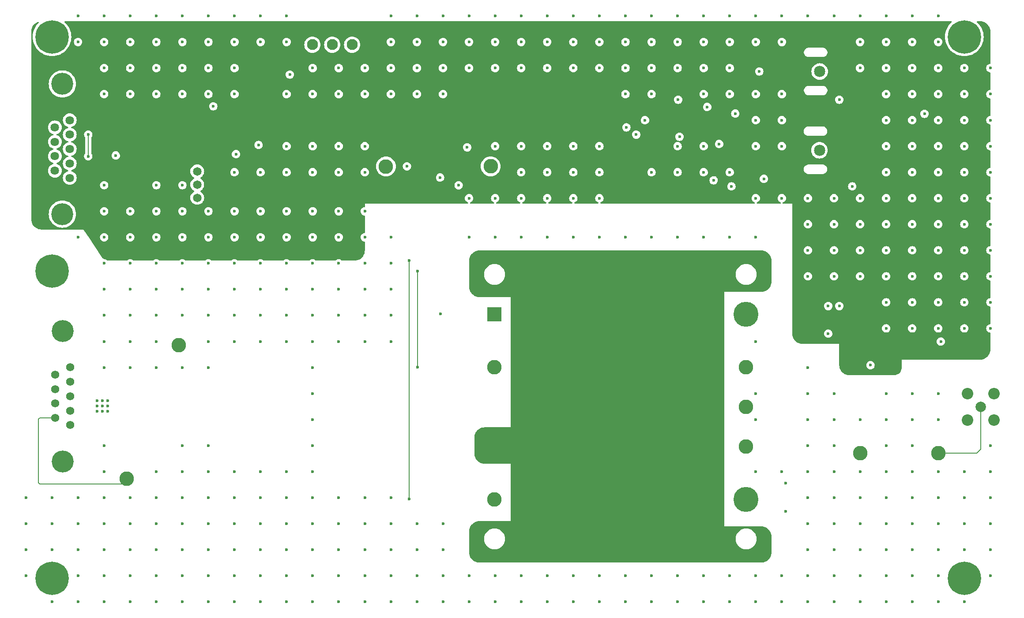
<source format=gbr>
%TF.GenerationSoftware,KiCad,Pcbnew,8.0.6*%
%TF.CreationDate,2025-06-02T13:03:20-04:00*%
%TF.ProjectId,CAEN_NEVIS_DAQ_3p3V,4341454e-5f4e-4455-9649-535f4441515f,rev?*%
%TF.SameCoordinates,Original*%
%TF.FileFunction,Copper,L5,Inr*%
%TF.FilePolarity,Positive*%
%FSLAX46Y46*%
G04 Gerber Fmt 4.6, Leading zero omitted, Abs format (unit mm)*
G04 Created by KiCad (PCBNEW 8.0.6) date 2025-06-02 13:03:20*
%MOMM*%
%LPD*%
G01*
G04 APERTURE LIST*
%TA.AperFunction,ComponentPad*%
%ADD10C,2.800000*%
%TD*%
%TA.AperFunction,ComponentPad*%
%ADD11C,6.400000*%
%TD*%
%TA.AperFunction,ComponentPad*%
%ADD12R,2.800000X2.800000*%
%TD*%
%TA.AperFunction,ComponentPad*%
%ADD13C,4.800000*%
%TD*%
%TA.AperFunction,ComponentPad*%
%ADD14C,2.159000*%
%TD*%
%TA.AperFunction,ComponentPad*%
%ADD15C,1.650000*%
%TD*%
%TA.AperFunction,ComponentPad*%
%ADD16C,1.635000*%
%TD*%
%TA.AperFunction,ComponentPad*%
%ADD17C,4.216000*%
%TD*%
%TA.AperFunction,ComponentPad*%
%ADD18C,2.006600*%
%TD*%
%TA.AperFunction,ComponentPad*%
%ADD19C,2.209800*%
%TD*%
%TA.AperFunction,ComponentPad*%
%ADD20C,1.560000*%
%TD*%
%TA.AperFunction,ComponentPad*%
%ADD21C,2.100000*%
%TD*%
%TA.AperFunction,ViaPad*%
%ADD22C,0.600000*%
%TD*%
%TA.AperFunction,ViaPad*%
%ADD23C,1.000000*%
%TD*%
%TA.AperFunction,Conductor*%
%ADD24C,0.200000*%
%TD*%
G04 APERTURE END LIST*
D10*
%TO.N,/V_SEC_RTN*%
%TO.C,Secondary RTN*%
X79340000Y-88210000D03*
%TD*%
%TO.N,/V_SEC_IN*%
%TO.C,Secondary PWR*%
X69340000Y-113850000D03*
%TD*%
D11*
%TO.N,GNDPWR*%
%TO.C,H5*%
X55000000Y-74000000D03*
%TD*%
D10*
%TO.N,/V_3p3_RTN*%
%TO.C,3.3V RTN*%
X210000000Y-109000000D03*
%TD*%
%TO.N,/V_3p3_Supply*%
%TO.C,3.3V*%
X225000000Y-109000000D03*
%TD*%
D12*
%TO.N,/Main_Converter/p12V*%
%TO.C,U1*%
X139890000Y-82255000D03*
D10*
%TO.N,Net-(U1-ON{slash}OFF)*%
X139890000Y-92415000D03*
%TO.N,GNDPWR*%
X139890000Y-107655000D03*
%TO.N,/Main_Converter/p12V_rtn*%
X139890000Y-117815000D03*
D13*
%TO.N,/V_3p3_RTN*%
X188140000Y-117815000D03*
D10*
X188140000Y-107655000D03*
%TO.N,unconnected-(U1-TRIM-Pad7)*%
X188140000Y-100035000D03*
%TO.N,/V_3p3_*%
X188140000Y-92415000D03*
D13*
X188140000Y-82255000D03*
%TD*%
D10*
%TO.N,/V_TELEM_RTN*%
%TO.C,TELEM RTN*%
X119060000Y-53890000D03*
%TD*%
%TO.N,/V_TELEM*%
%TO.C,TELEM PWR*%
X139140000Y-53870000D03*
%TD*%
D14*
%TO.N,Net-(M3-Pad3)*%
%TO.C,P2*%
X202210000Y-50790000D03*
%TD*%
%TO.N,Net-(P1-Pad1)*%
%TO.C,P1*%
X202250000Y-35660000D03*
%TD*%
D15*
%TO.N,Net-(U6-R)*%
%TO.C,J5*%
X82850000Y-59910000D03*
%TO.N,/EN_SIG*%
X82850000Y-57370000D03*
%TO.N,Net-(J5-Pad3)*%
X82850000Y-54830000D03*
%TD*%
D16*
%TO.N,/EN+*%
%TO.C,J4*%
X58400000Y-56090000D03*
%TO.N,/EN-*%
X58400000Y-53320000D03*
%TO.N,unconnected-(J4-Pad3)*%
X58400000Y-50550000D03*
%TO.N,/V_TELEM_RTN*%
X58400000Y-47780000D03*
%TO.N,/TEMP_Mon*%
X58400000Y-45010000D03*
%TO.N,/V_TELEM_RTN*%
X55560000Y-54705000D03*
%TO.N,/Volt_Mon*%
X55560000Y-51935000D03*
%TO.N,/V_TELEM_RTN*%
X55560000Y-49165000D03*
%TO.N,/Curr_Mon*%
X55560000Y-46395000D03*
D17*
%TO.N,GNDPWR*%
X56980000Y-38050000D03*
X56980000Y-63050000D03*
%TD*%
D18*
%TO.N,/V_3p3_Supply*%
%TO.C,J3*%
X233167999Y-100035000D03*
D19*
%TO.N,/V_3p3_RTN*%
X235707999Y-97495000D03*
X230627999Y-97495000D03*
X230627999Y-102575000D03*
X235707999Y-102575000D03*
%TD*%
D20*
%TO.N,/V_SEC_RTN*%
%TO.C,J2*%
X58480000Y-92490000D03*
X58480000Y-95260000D03*
%TO.N,unconnected-(J2-Pad3)*%
X58480000Y-98030000D03*
%TO.N,/V_SEC_RTN*%
X58480000Y-100800000D03*
X58480000Y-103570000D03*
%TO.N,/V_SEC_IN*%
X55640000Y-93875000D03*
X55640000Y-96645000D03*
X55640000Y-99415000D03*
X55640000Y-102185000D03*
D17*
%TO.N,GNDPWR*%
X57060000Y-85530000D03*
X57060000Y-110530000D03*
%TD*%
D21*
%TO.N,/V_TELEM*%
%TO.C,J1*%
X112570000Y-30510000D03*
%TO.N,/V_TELEM_RTN*%
X108760000Y-30510000D03*
%TO.N,/V_TELEM*%
X104950000Y-30510000D03*
%TD*%
D11*
%TO.N,GNDPWR*%
%TO.C,H4*%
X230000000Y-133000000D03*
%TD*%
%TO.N,GNDPWR*%
%TO.C,H3*%
X230000000Y-29000000D03*
%TD*%
%TO.N,GNDPWR*%
%TO.C,H2*%
X55000000Y-133000000D03*
%TD*%
%TO.N,GNDPWR*%
%TO.C,H1*%
X55000000Y-29000000D03*
%TD*%
D22*
%TO.N,/V_SEC_RTN*%
X195000000Y-112500000D03*
X190000000Y-112500000D03*
X190000000Y-102500000D03*
X190000000Y-97500000D03*
X190000000Y-87500000D03*
X200000000Y-92500000D03*
X200000000Y-97500000D03*
X205000000Y-97500000D03*
X200000000Y-102500000D03*
X205000000Y-102500000D03*
X210000000Y-102500000D03*
X215000000Y-97500000D03*
X225000000Y-97500000D03*
X220000000Y-97500000D03*
X215000000Y-102500000D03*
X225000000Y-102500000D03*
X220000000Y-102500000D03*
%TO.N,/V_TELEM_RTN*%
X60000000Y-30000000D03*
X60000000Y-25000000D03*
X100000000Y-30000000D03*
X100000000Y-25000000D03*
X95000000Y-30000000D03*
X95000000Y-25000000D03*
X75000000Y-25000000D03*
X80000000Y-25000000D03*
X90000000Y-25000000D03*
X65000000Y-25000000D03*
X85000000Y-25000000D03*
X70000000Y-25000000D03*
X75000000Y-30000000D03*
X80000000Y-30000000D03*
X90000000Y-30000000D03*
X65000000Y-30000000D03*
X85000000Y-30000000D03*
X70000000Y-30000000D03*
X75000000Y-40000000D03*
X65000000Y-40000000D03*
X65000000Y-35000000D03*
X75000000Y-35000000D03*
X70000000Y-35000000D03*
X70000000Y-40000000D03*
X90000000Y-40000000D03*
X85000000Y-35000000D03*
X90000000Y-35000000D03*
X80000000Y-35000000D03*
X80000000Y-40000000D03*
X85000000Y-40000000D03*
X195000000Y-50000000D03*
X190000000Y-50000000D03*
X190000000Y-45000000D03*
X195000000Y-45000000D03*
X195000000Y-40000000D03*
X190000000Y-40000000D03*
X175000000Y-50000000D03*
X180000000Y-50000000D03*
X185000000Y-55000000D03*
X180000000Y-55000000D03*
X175000000Y-55000000D03*
X170000000Y-55000000D03*
X140000000Y-50000000D03*
X150000000Y-50000000D03*
X145000000Y-50000000D03*
X160000000Y-50000000D03*
X155000000Y-50000000D03*
X150000000Y-55000000D03*
X145000000Y-55000000D03*
X160000000Y-55000000D03*
X155000000Y-55000000D03*
X135000000Y-60000000D03*
X140000000Y-60000000D03*
X145000000Y-60000000D03*
X150000000Y-60000000D03*
X155000000Y-60000000D03*
X160000000Y-60000000D03*
X190000000Y-60000000D03*
X195000000Y-60000000D03*
X200000000Y-65000000D03*
X200000000Y-70000000D03*
X200000000Y-60000000D03*
X200000000Y-75000000D03*
X210000000Y-60000000D03*
X205000000Y-60000000D03*
X210000000Y-65000000D03*
X205000000Y-65000000D03*
X210000000Y-70000000D03*
X205000000Y-70000000D03*
X210000000Y-75000000D03*
X205000000Y-75000000D03*
X235000000Y-85000000D03*
X220000000Y-85000000D03*
X225000000Y-85000000D03*
X225000000Y-80000000D03*
X215000000Y-85000000D03*
X235000000Y-80000000D03*
X230000000Y-85000000D03*
X220000000Y-80000000D03*
X230000000Y-80000000D03*
X215000000Y-80000000D03*
X235000000Y-75000000D03*
X220000000Y-75000000D03*
X225000000Y-75000000D03*
X225000000Y-70000000D03*
X215000000Y-75000000D03*
X235000000Y-70000000D03*
X230000000Y-75000000D03*
X220000000Y-70000000D03*
X230000000Y-70000000D03*
X215000000Y-70000000D03*
X235000000Y-65000000D03*
X220000000Y-65000000D03*
X225000000Y-65000000D03*
X225000000Y-60000000D03*
X215000000Y-65000000D03*
X235000000Y-60000000D03*
X230000000Y-65000000D03*
X220000000Y-60000000D03*
X230000000Y-60000000D03*
X215000000Y-60000000D03*
X230000000Y-55000000D03*
X215000000Y-55000000D03*
X235000000Y-55000000D03*
X220000000Y-55000000D03*
X225000000Y-55000000D03*
X230000000Y-50000000D03*
X215000000Y-50000000D03*
X235000000Y-50000000D03*
X220000000Y-50000000D03*
X225000000Y-50000000D03*
X230000000Y-45000000D03*
X215000000Y-45000000D03*
X235000000Y-45000000D03*
X220000000Y-45000000D03*
X225000000Y-45000000D03*
X215000000Y-40000000D03*
X220000000Y-40000000D03*
X235000000Y-40000000D03*
X230000000Y-40000000D03*
X225000000Y-40000000D03*
X235000000Y-35000000D03*
X230000000Y-35000000D03*
X225000000Y-25000000D03*
X225000000Y-35000000D03*
X225000000Y-30000000D03*
X205000000Y-25000000D03*
X200000000Y-25000000D03*
X215000000Y-35000000D03*
X220000000Y-25000000D03*
X220000000Y-30000000D03*
X210000000Y-25000000D03*
X215000000Y-30000000D03*
X210000000Y-30000000D03*
X220000000Y-35000000D03*
X210000000Y-35000000D03*
X215000000Y-25000000D03*
X195000000Y-25000000D03*
X195000000Y-30000000D03*
X190000000Y-30000000D03*
X190000000Y-25000000D03*
X180000000Y-40000000D03*
X185000000Y-40000000D03*
X180000000Y-25000000D03*
X185000000Y-25000000D03*
X175000000Y-25000000D03*
X185000000Y-30000000D03*
X180000000Y-30000000D03*
X175000000Y-30000000D03*
X185000000Y-35000000D03*
X180000000Y-35000000D03*
X175000000Y-35000000D03*
X170000000Y-25000000D03*
X165000000Y-25000000D03*
X145000000Y-25000000D03*
X140000000Y-25000000D03*
X160000000Y-25000000D03*
X130000000Y-25000000D03*
X155000000Y-25000000D03*
X150000000Y-25000000D03*
X135000000Y-25000000D03*
X125000000Y-25000000D03*
X120000000Y-25000000D03*
X170000000Y-30000000D03*
X165000000Y-30000000D03*
X145000000Y-30000000D03*
X140000000Y-30000000D03*
X160000000Y-30000000D03*
X130000000Y-30000000D03*
X155000000Y-30000000D03*
X150000000Y-30000000D03*
X135000000Y-30000000D03*
X125000000Y-30000000D03*
X120000000Y-30000000D03*
X130000000Y-35000000D03*
X135000000Y-35000000D03*
X120000000Y-35000000D03*
X125000000Y-35000000D03*
X115000000Y-35000000D03*
X105000000Y-35000000D03*
X110000000Y-35000000D03*
X155000000Y-35000000D03*
X150000000Y-35000000D03*
X170000000Y-35000000D03*
X160000000Y-35000000D03*
X145000000Y-35000000D03*
X140000000Y-35000000D03*
X165000000Y-35000000D03*
X170000000Y-40000000D03*
X165000000Y-40000000D03*
X120000000Y-40000000D03*
X125000000Y-40000000D03*
X130000000Y-40000000D03*
X115000000Y-40000000D03*
X100000000Y-40000000D03*
X105000000Y-40000000D03*
X110000000Y-40000000D03*
X115000000Y-50000000D03*
X100000000Y-50000000D03*
X105000000Y-50000000D03*
X110000000Y-50000000D03*
X110000000Y-55000000D03*
X100000000Y-55000000D03*
X95000000Y-55000000D03*
X115000000Y-55000000D03*
X105000000Y-55000000D03*
X90000000Y-55000000D03*
X80000000Y-57500000D03*
X75000000Y-57500000D03*
X65000000Y-57500000D03*
X60000000Y-67500000D03*
X105000000Y-62500000D03*
X115000000Y-62500000D03*
X90000000Y-62500000D03*
X85000000Y-62500000D03*
X100000000Y-62500000D03*
X95000000Y-62500000D03*
X110000000Y-62500000D03*
X70000000Y-62500000D03*
X80000000Y-62500000D03*
X75000000Y-62500000D03*
X65000000Y-62500000D03*
X105000000Y-67500000D03*
X115000000Y-67500000D03*
X90000000Y-67500000D03*
X85000000Y-67500000D03*
X100000000Y-67500000D03*
X95000000Y-67500000D03*
X110000000Y-67500000D03*
X70000000Y-67500000D03*
X80000000Y-67500000D03*
X75000000Y-67500000D03*
X65000000Y-67500000D03*
%TO.N,/V_SEC_RTN*%
X120000000Y-72500000D03*
%TO.N,/V_TELEM_RTN*%
X110000000Y-72500000D03*
X115000000Y-72500000D03*
X105000000Y-72500000D03*
X90000000Y-72500000D03*
X100000000Y-72500000D03*
X95000000Y-72500000D03*
X85000000Y-72500000D03*
X80000000Y-72500000D03*
X75000000Y-72500000D03*
X70000000Y-72500000D03*
X65000000Y-72500000D03*
%TO.N,/V_SEC_RTN*%
X185000000Y-67500000D03*
X175000000Y-67500000D03*
X180000000Y-67500000D03*
X190000000Y-67500000D03*
X170000000Y-67500000D03*
X160000000Y-67500000D03*
X165000000Y-67500000D03*
X155000000Y-67500000D03*
X150000000Y-67500000D03*
X145000000Y-67500000D03*
X140000000Y-67500000D03*
X135000000Y-67500000D03*
X120000000Y-67500000D03*
X105000000Y-92500000D03*
X80000000Y-92500000D03*
X85000000Y-92500000D03*
X65000000Y-92500000D03*
X75000000Y-92500000D03*
X70000000Y-92500000D03*
X95000000Y-82500000D03*
X115000000Y-77500000D03*
X90000000Y-87500000D03*
X75000000Y-87500000D03*
X100000000Y-87500000D03*
X70000000Y-87500000D03*
X65000000Y-87500000D03*
X115000000Y-87500000D03*
X70000000Y-77500000D03*
X95000000Y-87500000D03*
X65000000Y-82500000D03*
X110000000Y-87500000D03*
X65000000Y-77500000D03*
X105000000Y-87500000D03*
X120000000Y-87500000D03*
X85000000Y-87500000D03*
X90000000Y-82500000D03*
X105000000Y-82500000D03*
X85000000Y-82500000D03*
X110000000Y-82500000D03*
X100000000Y-77500000D03*
X100000000Y-82500000D03*
X105000000Y-77500000D03*
X90000000Y-77500000D03*
X95000000Y-77500000D03*
X110000000Y-77500000D03*
X75000000Y-77500000D03*
X70000000Y-82500000D03*
X120000000Y-82500000D03*
X85000000Y-77500000D03*
X80000000Y-77500000D03*
X120000000Y-77500000D03*
X115000000Y-82500000D03*
X75000000Y-82500000D03*
X80000000Y-82500000D03*
X105000000Y-97500000D03*
X105000000Y-102500000D03*
X105000000Y-107500000D03*
X80000000Y-107500000D03*
X85000000Y-107500000D03*
X65000000Y-107500000D03*
X65000000Y-112500000D03*
X75000000Y-112500000D03*
X95000000Y-112500000D03*
X90000000Y-112500000D03*
X100000000Y-112500000D03*
X80000000Y-112500000D03*
X105000000Y-112500000D03*
X85000000Y-112500000D03*
X95000000Y-117500000D03*
X95000000Y-127500000D03*
X115000000Y-122500000D03*
X110000000Y-117500000D03*
X110000000Y-127500000D03*
X100000000Y-127500000D03*
X105000000Y-122500000D03*
X100000000Y-117500000D03*
X95000000Y-122500000D03*
X110000000Y-122500000D03*
X105000000Y-127500000D03*
X105000000Y-117500000D03*
X100000000Y-122500000D03*
X115000000Y-117500000D03*
X120000000Y-117500000D03*
X130000000Y-127500000D03*
X120000000Y-122500000D03*
X115000000Y-127500000D03*
X130000000Y-122500000D03*
X125000000Y-122500000D03*
X120000000Y-127500000D03*
X125000000Y-127500000D03*
X90000000Y-122500000D03*
X85000000Y-117500000D03*
X85000000Y-127500000D03*
X75000000Y-127500000D03*
X80000000Y-122500000D03*
X75000000Y-117500000D03*
X85000000Y-122500000D03*
X80000000Y-127500000D03*
X80000000Y-117500000D03*
X75000000Y-122500000D03*
X90000000Y-117500000D03*
X90000000Y-127500000D03*
X70000000Y-117500000D03*
X70000000Y-127500000D03*
X70000000Y-122500000D03*
X65000000Y-117500000D03*
X65000000Y-127500000D03*
X65000000Y-122500000D03*
X60000000Y-117500000D03*
X60000000Y-127500000D03*
X60000000Y-122500000D03*
X55000000Y-117500000D03*
X55000000Y-127500000D03*
X55000000Y-122500000D03*
X50000000Y-117500000D03*
X50000000Y-122500000D03*
X50000000Y-127500000D03*
X50000000Y-132500000D03*
X55000000Y-137500000D03*
X125000000Y-132500000D03*
X110000000Y-132500000D03*
X130000000Y-132500000D03*
X155000000Y-132500000D03*
X120000000Y-132500000D03*
X160000000Y-132500000D03*
X150000000Y-132500000D03*
X145000000Y-132500000D03*
X115000000Y-132500000D03*
X165000000Y-132500000D03*
X140000000Y-132500000D03*
X135000000Y-132500000D03*
X105000000Y-132500000D03*
X95000000Y-132500000D03*
X85000000Y-132500000D03*
X90000000Y-132500000D03*
X75000000Y-132500000D03*
X100000000Y-132500000D03*
X80000000Y-132500000D03*
X70000000Y-132500000D03*
X65000000Y-132500000D03*
X60000000Y-132500000D03*
X180000000Y-132500000D03*
X195000000Y-132500000D03*
X185000000Y-132500000D03*
X170000000Y-132500000D03*
X175000000Y-132500000D03*
X190000000Y-132500000D03*
X210000000Y-132500000D03*
X215000000Y-132500000D03*
X200000000Y-132500000D03*
X205000000Y-132500000D03*
X220000000Y-132500000D03*
X225000000Y-132500000D03*
X220000000Y-107500000D03*
X215000000Y-107500000D03*
X200000000Y-107500000D03*
X205000000Y-107500000D03*
X200000000Y-122500000D03*
X200000000Y-127500000D03*
X200000000Y-117500000D03*
X200000000Y-112500000D03*
X205000000Y-122500000D03*
X205000000Y-127500000D03*
X205000000Y-117500000D03*
X205000000Y-112500000D03*
X210000000Y-122500000D03*
X210000000Y-127500000D03*
X210000000Y-117500000D03*
X210000000Y-112500000D03*
X215000000Y-122500000D03*
X215000000Y-127500000D03*
X215000000Y-117500000D03*
X215000000Y-112500000D03*
X220000000Y-122500000D03*
X220000000Y-127500000D03*
X220000000Y-117500000D03*
X220000000Y-112500000D03*
X225000000Y-122500000D03*
X225000000Y-127500000D03*
X225000000Y-117500000D03*
X225000000Y-112500000D03*
X230000000Y-122500000D03*
X230000000Y-127500000D03*
X230000000Y-117500000D03*
X230000000Y-112500000D03*
X235000000Y-112500000D03*
X235000000Y-107500000D03*
X235000000Y-122500000D03*
X235000000Y-117500000D03*
X235000000Y-127500000D03*
X235000000Y-132500000D03*
X225000000Y-137500000D03*
X230000000Y-137500000D03*
X220000000Y-137500000D03*
X205000000Y-137500000D03*
X190000000Y-137500000D03*
X210000000Y-137500000D03*
X200000000Y-137500000D03*
X195000000Y-137500000D03*
X215000000Y-137500000D03*
X185000000Y-137500000D03*
X175000000Y-137500000D03*
X165000000Y-137500000D03*
X170000000Y-137500000D03*
X155000000Y-137500000D03*
X180000000Y-137500000D03*
X160000000Y-137500000D03*
X150000000Y-137500000D03*
X145000000Y-137500000D03*
X140000000Y-137500000D03*
X135000000Y-137500000D03*
X125000000Y-137500000D03*
X130000000Y-137500000D03*
X115000000Y-137500000D03*
X120000000Y-137500000D03*
X110000000Y-137500000D03*
X105000000Y-137500000D03*
X100000000Y-137500000D03*
X95000000Y-137500000D03*
X90000000Y-137500000D03*
X85000000Y-137500000D03*
X80000000Y-137500000D03*
X75000000Y-137500000D03*
X70000000Y-137500000D03*
X65000000Y-137500000D03*
X60000000Y-137500000D03*
D23*
%TO.N,GNDPWR*%
X165600000Y-120000000D03*
X160600000Y-125000000D03*
X145600000Y-125000000D03*
X155600000Y-120000000D03*
X175600000Y-120000000D03*
X155600000Y-125000000D03*
X165600000Y-125000000D03*
X170600000Y-120000000D03*
X145600000Y-120000000D03*
X160600000Y-120000000D03*
X180600000Y-125000000D03*
X175600000Y-125000000D03*
X170600000Y-125000000D03*
X150600000Y-125000000D03*
X150600000Y-115000000D03*
X150600000Y-120000000D03*
X145600000Y-115000000D03*
X165600000Y-115000000D03*
X175600000Y-115000000D03*
X170600000Y-115000000D03*
X155600000Y-115000000D03*
X180600000Y-120000000D03*
X180600000Y-115000000D03*
X160600000Y-115000000D03*
X155600000Y-105000000D03*
X160600000Y-105000000D03*
X170600000Y-105000000D03*
X160600000Y-110000000D03*
X175600000Y-105000000D03*
X165600000Y-105000000D03*
X180600000Y-110000000D03*
X155600000Y-110000000D03*
X160600000Y-95000000D03*
X155600000Y-95000000D03*
X145600000Y-105000000D03*
X165600000Y-110000000D03*
X145600000Y-110000000D03*
X180600000Y-105000000D03*
X175600000Y-110000000D03*
X170600000Y-110000000D03*
X150600000Y-110000000D03*
X150600000Y-105000000D03*
X165600000Y-95000000D03*
X175600000Y-95000000D03*
X180600000Y-100000000D03*
X160600000Y-100000000D03*
X170600000Y-95000000D03*
X145600000Y-95000000D03*
X145600000Y-100000000D03*
X180600000Y-95000000D03*
X175600000Y-100000000D03*
X170600000Y-100000000D03*
X150600000Y-100000000D03*
X150600000Y-95000000D03*
X155600000Y-100000000D03*
X165600000Y-100000000D03*
X160600000Y-85000000D03*
X155600000Y-85000000D03*
X165600000Y-85000000D03*
X175600000Y-85000000D03*
X180600000Y-90000000D03*
X160600000Y-90000000D03*
X170600000Y-85000000D03*
X145600000Y-85000000D03*
X145600000Y-90000000D03*
X180600000Y-85000000D03*
X175600000Y-90000000D03*
X170600000Y-90000000D03*
X150600000Y-90000000D03*
X150600000Y-85000000D03*
X155600000Y-90000000D03*
X165600000Y-90000000D03*
X160600000Y-80000000D03*
X155600000Y-80000000D03*
X165600000Y-80000000D03*
X175600000Y-80000000D03*
X170600000Y-80000000D03*
X145600000Y-80000000D03*
X180600000Y-80000000D03*
X150600000Y-80000000D03*
X180600000Y-75000000D03*
X175600000Y-75000000D03*
X165600000Y-75000000D03*
X170600000Y-75000000D03*
X155600000Y-75000000D03*
X160600000Y-75000000D03*
X150600000Y-75000000D03*
X145600000Y-75000000D03*
D22*
%TO.N,/Main_Converter/p12V*%
X129510000Y-82250000D03*
%TO.N,/Curr_Mon*%
X165180000Y-46395000D03*
%TO.N,/Volt_Mon*%
X167060000Y-47780000D03*
X61950000Y-47780000D03*
X61950000Y-51940000D03*
%TO.N,/TEMP_Mon*%
X168740000Y-45010000D03*
%TO.N,/V_3p3_RTN*%
X195740000Y-114710000D03*
%TO.N,GNDPWR*%
X195740000Y-120100000D03*
%TO.N,/V_TELEM_RTN*%
X175370000Y-48180000D03*
%TO.N,/Telemetry_CKT/V_3p3*%
X178720000Y-46280000D03*
%TO.N,/V_TELEM_RTN*%
X180680000Y-42480000D03*
%TO.N,/Telemetry_CKT/TEMP*%
X175110000Y-41070000D03*
X206020000Y-41070000D03*
X206016577Y-80710531D03*
%TO.N,/V_TELEM*%
X190660000Y-35650000D03*
%TO.N,/V_TELEM_RTN*%
X191550000Y-56280000D03*
X182970000Y-49590000D03*
%TO.N,Net-(U4A-+INA)*%
X186060000Y-43740000D03*
X222360000Y-43780000D03*
%TO.N,/V_TELEM_RTN*%
X203895000Y-86000000D03*
X225490000Y-87530000D03*
%TO.N,Net-(U3-OUT)*%
X185330000Y-57730000D03*
X208500000Y-57730000D03*
%TO.N,/V_TELEM*%
X203895000Y-80705000D03*
%TO.N,/V_TELEM_RTN*%
X90290000Y-51528750D03*
%TO.N,/Telemetry_CKT/V_3p3*%
X78060000Y-53520000D03*
%TO.N,/V_TELEM_RTN*%
X67240000Y-51790000D03*
%TO.N,/Telemetry_CKT/V_3p3*%
X70660000Y-51810000D03*
%TO.N,/V_TELEM*%
X94625000Y-49768750D03*
%TO.N,/V_TELEM_RTN*%
X85925000Y-42348750D03*
%TO.N,/Main_Converter/p12V_rtn*%
X123515000Y-117775000D03*
%TO.N,Net-(U1-ON{slash}OFF)*%
X125115000Y-92445000D03*
%TO.N,/V_TELEM_RTN*%
X100620000Y-36243750D03*
%TO.N,/Telemetry_CKT/V_3p3*%
X92320000Y-39413750D03*
%TO.N,/V_TELEM_RTN*%
X181920000Y-56560000D03*
%TO.N,/Telemetry_CKT/V_3p3*%
X209942500Y-90557500D03*
%TO.N,/V_TELEM_RTN*%
X211992500Y-92067500D03*
%TO.N,/Main_Converter/p12V_rtn*%
X123515000Y-71945000D03*
%TO.N,Net-(U1-ON{slash}OFF)*%
X125115000Y-73965000D03*
%TO.N,/V_TELEM*%
X132995000Y-57515000D03*
%TO.N,/V_TELEM_RTN*%
X123085000Y-53875000D03*
X129445000Y-56015000D03*
%TO.N,/V_TELEM*%
X134635000Y-50235000D03*
%TO.N,/V_SEC_RTN*%
X65640000Y-100915000D03*
X65640000Y-99915000D03*
X65640000Y-98915000D03*
X64640000Y-98915000D03*
X64640000Y-99915000D03*
X64640000Y-100915000D03*
X63640000Y-100915000D03*
X63640000Y-99915000D03*
X63640000Y-98915000D03*
%TD*%
D24*
%TO.N,/V_3p3_Supply*%
X233167999Y-108222001D02*
X233167999Y-100035000D01*
X225000000Y-109000000D02*
X232390000Y-109000000D01*
X232390000Y-109000000D02*
X233167999Y-108222001D01*
%TO.N,/V_SEC_IN*%
X52680000Y-114910000D02*
X68280000Y-114910000D01*
X52380000Y-114610000D02*
X52680000Y-114910000D01*
X68280000Y-114910000D02*
X69340000Y-113850000D01*
X52380000Y-102420000D02*
X52380000Y-114610000D01*
X52615000Y-102185000D02*
X52380000Y-102420000D01*
X55640000Y-102185000D02*
X52615000Y-102185000D01*
%TO.N,/Volt_Mon*%
X61950000Y-51940000D02*
X61950000Y-47780000D01*
%TO.N,/Telemetry_CKT/TEMP*%
X206020000Y-41070000D02*
X206016577Y-41073423D01*
%TO.N,/V_3p3_Supply*%
X233220000Y-99982999D02*
X233167999Y-100035000D01*
%TO.N,/V_TELEM_RTN*%
X123085000Y-53875000D02*
X123070000Y-53890000D01*
%TO.N,/Main_Converter/p12V_rtn*%
X123515000Y-71945000D02*
X123515000Y-117775000D01*
%TO.N,Net-(U1-ON{slash}OFF)*%
X125115000Y-73965000D02*
X125115000Y-92445000D01*
%TO.N,/Main_Converter/p12V*%
X139880000Y-82265000D02*
X139890000Y-82255000D01*
%TO.N,Net-(U1-ON{slash}OFF)*%
X139850000Y-92455000D02*
X139890000Y-92415000D01*
%TD*%
%TA.AperFunction,Conductor*%
%TO.N,/Telemetry_CKT/V_3p3*%
G36*
X227541413Y-26019685D02*
G01*
X227587168Y-26072489D01*
X227597112Y-26141647D01*
X227568087Y-26205203D01*
X227552409Y-26220366D01*
X227520497Y-26246207D01*
X227520480Y-26246222D01*
X227246222Y-26520480D01*
X227246215Y-26520488D01*
X227002122Y-26821917D01*
X226790877Y-27147206D01*
X226614787Y-27492802D01*
X226475788Y-27854905D01*
X226375397Y-28229570D01*
X226375397Y-28229572D01*
X226314722Y-28612660D01*
X226294422Y-28999999D01*
X226294422Y-29000000D01*
X226314722Y-29387339D01*
X226347742Y-29595821D01*
X226375398Y-29770433D01*
X226444782Y-30029380D01*
X226475788Y-30145094D01*
X226614787Y-30507197D01*
X226790877Y-30852793D01*
X227002122Y-31178082D01*
X227201408Y-31424179D01*
X227246219Y-31479516D01*
X227520484Y-31753781D01*
X227538367Y-31768262D01*
X227821917Y-31997877D01*
X227946018Y-32078469D01*
X228147211Y-32209125D01*
X228492806Y-32385214D01*
X228854913Y-32524214D01*
X229229567Y-32624602D01*
X229612662Y-32685278D01*
X229978576Y-32704455D01*
X229999999Y-32705578D01*
X230000000Y-32705578D01*
X230000001Y-32705578D01*
X230020301Y-32704514D01*
X230387338Y-32685278D01*
X230770433Y-32624602D01*
X231145087Y-32524214D01*
X231507194Y-32385214D01*
X231852789Y-32209125D01*
X232178084Y-31997876D01*
X232479516Y-31753781D01*
X232753781Y-31479516D01*
X232997876Y-31178084D01*
X233209125Y-30852789D01*
X233385214Y-30507194D01*
X233524214Y-30145087D01*
X233624602Y-29770433D01*
X233685278Y-29387338D01*
X233705578Y-29000000D01*
X233685278Y-28612662D01*
X233624602Y-28229567D01*
X233524214Y-27854913D01*
X233385214Y-27492806D01*
X233209125Y-27147211D01*
X232997876Y-26821916D01*
X232753781Y-26520484D01*
X232479516Y-26246219D01*
X232479511Y-26246215D01*
X232479502Y-26246207D01*
X232447591Y-26220366D01*
X232407879Y-26162880D01*
X232405551Y-26093049D01*
X232441346Y-26033045D01*
X232503899Y-26001918D01*
X232525626Y-26000000D01*
X232995572Y-26000000D01*
X233004418Y-26000316D01*
X233275790Y-26019724D01*
X233293291Y-26022241D01*
X233554803Y-26079129D01*
X233571762Y-26084108D01*
X233822524Y-26177638D01*
X233838616Y-26184987D01*
X234073501Y-26313244D01*
X234088375Y-26322802D01*
X234302624Y-26483188D01*
X234315994Y-26494774D01*
X234505225Y-26684005D01*
X234516811Y-26697375D01*
X234610042Y-26821917D01*
X234677193Y-26911619D01*
X234686758Y-26926503D01*
X234815011Y-27161382D01*
X234822361Y-27177475D01*
X234915888Y-27428229D01*
X234920872Y-27445205D01*
X234977757Y-27706702D01*
X234980275Y-27724214D01*
X234999684Y-27995581D01*
X235000000Y-28004427D01*
X235000000Y-34083621D01*
X234980315Y-34150660D01*
X234927511Y-34196415D01*
X234889884Y-34206841D01*
X234820749Y-34214630D01*
X234820745Y-34214631D01*
X234650476Y-34274211D01*
X234497737Y-34370184D01*
X234370184Y-34497737D01*
X234274211Y-34650476D01*
X234214631Y-34820745D01*
X234214630Y-34820750D01*
X234194435Y-34999996D01*
X234194435Y-35000003D01*
X234214630Y-35179249D01*
X234214631Y-35179254D01*
X234274211Y-35349523D01*
X234350384Y-35470750D01*
X234370184Y-35502262D01*
X234497738Y-35629816D01*
X234650478Y-35725789D01*
X234820745Y-35785368D01*
X234820749Y-35785369D01*
X234889883Y-35793158D01*
X234954297Y-35820224D01*
X234993852Y-35877818D01*
X235000000Y-35916378D01*
X235000000Y-39083621D01*
X234980315Y-39150660D01*
X234927511Y-39196415D01*
X234889884Y-39206841D01*
X234820749Y-39214630D01*
X234820745Y-39214631D01*
X234650476Y-39274211D01*
X234497737Y-39370184D01*
X234370184Y-39497737D01*
X234274211Y-39650476D01*
X234214631Y-39820745D01*
X234214630Y-39820750D01*
X234194435Y-39999996D01*
X234194435Y-40000003D01*
X234214630Y-40179249D01*
X234214631Y-40179254D01*
X234274211Y-40349523D01*
X234331178Y-40440184D01*
X234370184Y-40502262D01*
X234497738Y-40629816D01*
X234588080Y-40686582D01*
X234642025Y-40720478D01*
X234650478Y-40725789D01*
X234820745Y-40785368D01*
X234820749Y-40785369D01*
X234889883Y-40793158D01*
X234954297Y-40820224D01*
X234993852Y-40877818D01*
X235000000Y-40916378D01*
X235000000Y-44083621D01*
X234980315Y-44150660D01*
X234927511Y-44196415D01*
X234889884Y-44206841D01*
X234820749Y-44214630D01*
X234820745Y-44214631D01*
X234650476Y-44274211D01*
X234497737Y-44370184D01*
X234370184Y-44497737D01*
X234274211Y-44650476D01*
X234214631Y-44820745D01*
X234214630Y-44820750D01*
X234194435Y-44999996D01*
X234194435Y-45000003D01*
X234214630Y-45179249D01*
X234214631Y-45179254D01*
X234274211Y-45349523D01*
X234370184Y-45502262D01*
X234497738Y-45629816D01*
X234650478Y-45725789D01*
X234820745Y-45785368D01*
X234820749Y-45785369D01*
X234889883Y-45793158D01*
X234954297Y-45820224D01*
X234993852Y-45877818D01*
X235000000Y-45916378D01*
X235000000Y-49083621D01*
X234980315Y-49150660D01*
X234927511Y-49196415D01*
X234889884Y-49206841D01*
X234820749Y-49214630D01*
X234820745Y-49214631D01*
X234650476Y-49274211D01*
X234497737Y-49370184D01*
X234370184Y-49497737D01*
X234274211Y-49650476D01*
X234214631Y-49820745D01*
X234214630Y-49820750D01*
X234194435Y-49999996D01*
X234194435Y-50000003D01*
X234214630Y-50179249D01*
X234214631Y-50179254D01*
X234274211Y-50349523D01*
X234314885Y-50414255D01*
X234370184Y-50502262D01*
X234497738Y-50629816D01*
X234561332Y-50669775D01*
X234646333Y-50723185D01*
X234650478Y-50725789D01*
X234804653Y-50779737D01*
X234820745Y-50785368D01*
X234820749Y-50785369D01*
X234889883Y-50793158D01*
X234954297Y-50820224D01*
X234993852Y-50877818D01*
X235000000Y-50916378D01*
X235000000Y-54083621D01*
X234980315Y-54150660D01*
X234927511Y-54196415D01*
X234889884Y-54206841D01*
X234820749Y-54214630D01*
X234820745Y-54214631D01*
X234650476Y-54274211D01*
X234497737Y-54370184D01*
X234370184Y-54497737D01*
X234274211Y-54650476D01*
X234214631Y-54820745D01*
X234214630Y-54820750D01*
X234194435Y-54999996D01*
X234194435Y-55000003D01*
X234214630Y-55179249D01*
X234214631Y-55179254D01*
X234274211Y-55349523D01*
X234323826Y-55428484D01*
X234370184Y-55502262D01*
X234497738Y-55629816D01*
X234554491Y-55665476D01*
X234606530Y-55698175D01*
X234650478Y-55725789D01*
X234793861Y-55775961D01*
X234820745Y-55785368D01*
X234820749Y-55785369D01*
X234889883Y-55793158D01*
X234954297Y-55820224D01*
X234993852Y-55877818D01*
X235000000Y-55916378D01*
X235000000Y-59083621D01*
X234980315Y-59150660D01*
X234927511Y-59196415D01*
X234889884Y-59206841D01*
X234820749Y-59214630D01*
X234820745Y-59214631D01*
X234650476Y-59274211D01*
X234497737Y-59370184D01*
X234370184Y-59497737D01*
X234274211Y-59650476D01*
X234214631Y-59820745D01*
X234214630Y-59820750D01*
X234194435Y-59999996D01*
X234194435Y-60000003D01*
X234214630Y-60179249D01*
X234214631Y-60179254D01*
X234274211Y-60349523D01*
X234340981Y-60455786D01*
X234370184Y-60502262D01*
X234497738Y-60629816D01*
X234650478Y-60725789D01*
X234794696Y-60776253D01*
X234820745Y-60785368D01*
X234820749Y-60785369D01*
X234889883Y-60793158D01*
X234954297Y-60820224D01*
X234993852Y-60877818D01*
X235000000Y-60916378D01*
X235000000Y-64083621D01*
X234980315Y-64150660D01*
X234927511Y-64196415D01*
X234889884Y-64206841D01*
X234820749Y-64214630D01*
X234820745Y-64214631D01*
X234650476Y-64274211D01*
X234497737Y-64370184D01*
X234370184Y-64497737D01*
X234274211Y-64650476D01*
X234214631Y-64820745D01*
X234214630Y-64820750D01*
X234194435Y-64999996D01*
X234194435Y-65000003D01*
X234214630Y-65179249D01*
X234214631Y-65179254D01*
X234274211Y-65349523D01*
X234364646Y-65493448D01*
X234370184Y-65502262D01*
X234497738Y-65629816D01*
X234650478Y-65725789D01*
X234820745Y-65785368D01*
X234820749Y-65785369D01*
X234889883Y-65793158D01*
X234954297Y-65820224D01*
X234993852Y-65877818D01*
X235000000Y-65916378D01*
X235000000Y-69083621D01*
X234980315Y-69150660D01*
X234927511Y-69196415D01*
X234889884Y-69206841D01*
X234820749Y-69214630D01*
X234820745Y-69214631D01*
X234650476Y-69274211D01*
X234497737Y-69370184D01*
X234370184Y-69497737D01*
X234274211Y-69650476D01*
X234214631Y-69820745D01*
X234214630Y-69820750D01*
X234194435Y-69999996D01*
X234194435Y-70000003D01*
X234214630Y-70179249D01*
X234214631Y-70179254D01*
X234274211Y-70349523D01*
X234353548Y-70475786D01*
X234370184Y-70502262D01*
X234497738Y-70629816D01*
X234650478Y-70725789D01*
X234820745Y-70785368D01*
X234820749Y-70785369D01*
X234889883Y-70793158D01*
X234954297Y-70820224D01*
X234993852Y-70877818D01*
X235000000Y-70916378D01*
X235000000Y-74083621D01*
X234980315Y-74150660D01*
X234927511Y-74196415D01*
X234889884Y-74206841D01*
X234820749Y-74214630D01*
X234820745Y-74214631D01*
X234650476Y-74274211D01*
X234497737Y-74370184D01*
X234370184Y-74497737D01*
X234274211Y-74650476D01*
X234214631Y-74820745D01*
X234214630Y-74820750D01*
X234194435Y-74999996D01*
X234194435Y-75000003D01*
X234214630Y-75179249D01*
X234214631Y-75179254D01*
X234274211Y-75349523D01*
X234370184Y-75502262D01*
X234497738Y-75629816D01*
X234650478Y-75725789D01*
X234820745Y-75785368D01*
X234820749Y-75785369D01*
X234889883Y-75793158D01*
X234954297Y-75820224D01*
X234993852Y-75877818D01*
X235000000Y-75916378D01*
X235000000Y-79083621D01*
X234980315Y-79150660D01*
X234927511Y-79196415D01*
X234889884Y-79206841D01*
X234820749Y-79214630D01*
X234820745Y-79214631D01*
X234650476Y-79274211D01*
X234497737Y-79370184D01*
X234370184Y-79497737D01*
X234274211Y-79650476D01*
X234214631Y-79820745D01*
X234214630Y-79820750D01*
X234194435Y-79999996D01*
X234194435Y-80000003D01*
X234214630Y-80179249D01*
X234214631Y-80179254D01*
X234274211Y-80349523D01*
X234298033Y-80387435D01*
X234370184Y-80502262D01*
X234497738Y-80629816D01*
X234543306Y-80658448D01*
X234626188Y-80710527D01*
X234650478Y-80725789D01*
X234820745Y-80785368D01*
X234820749Y-80785369D01*
X234889883Y-80793158D01*
X234954297Y-80820224D01*
X234993852Y-80877818D01*
X235000000Y-80916378D01*
X235000000Y-84083621D01*
X234980315Y-84150660D01*
X234927511Y-84196415D01*
X234889884Y-84206841D01*
X234820749Y-84214630D01*
X234820745Y-84214631D01*
X234650476Y-84274211D01*
X234497737Y-84370184D01*
X234370184Y-84497737D01*
X234274211Y-84650476D01*
X234214631Y-84820745D01*
X234214630Y-84820750D01*
X234194435Y-84999996D01*
X234194435Y-85000003D01*
X234214630Y-85179249D01*
X234214631Y-85179254D01*
X234274211Y-85349523D01*
X234367341Y-85497737D01*
X234370184Y-85502262D01*
X234497738Y-85629816D01*
X234650478Y-85725789D01*
X234820745Y-85785368D01*
X234820749Y-85785369D01*
X234889883Y-85793158D01*
X234954297Y-85820224D01*
X234993852Y-85877818D01*
X235000000Y-85916378D01*
X235000000Y-88995572D01*
X234999684Y-89004418D01*
X234980275Y-89275785D01*
X234977757Y-89293297D01*
X234920872Y-89554794D01*
X234915888Y-89571770D01*
X234822361Y-89822524D01*
X234815011Y-89838617D01*
X234686758Y-90073496D01*
X234677193Y-90088380D01*
X234516811Y-90302624D01*
X234505225Y-90315994D01*
X234315994Y-90505225D01*
X234302624Y-90516811D01*
X234088380Y-90677193D01*
X234073496Y-90686758D01*
X233838617Y-90815011D01*
X233822524Y-90822361D01*
X233571770Y-90915888D01*
X233554794Y-90920872D01*
X233293297Y-90977757D01*
X233275785Y-90980275D01*
X233004418Y-90999684D01*
X232995572Y-91000000D01*
X218000000Y-91000000D01*
X218000000Y-92500000D01*
X217982298Y-92724924D01*
X217979254Y-92744142D01*
X217928863Y-92954035D01*
X217922850Y-92972541D01*
X217840243Y-93171971D01*
X217831409Y-93189308D01*
X217718624Y-93373355D01*
X217707187Y-93389096D01*
X217566997Y-93553238D01*
X217553238Y-93566997D01*
X217389096Y-93707187D01*
X217373355Y-93718624D01*
X217189308Y-93831409D01*
X217171971Y-93840243D01*
X216972541Y-93922850D01*
X216954035Y-93928863D01*
X216744142Y-93979254D01*
X216724924Y-93982298D01*
X216504854Y-93999618D01*
X216495125Y-94000000D01*
X208004428Y-94000000D01*
X207995582Y-93999684D01*
X207724214Y-93980275D01*
X207706702Y-93977757D01*
X207445205Y-93920872D01*
X207428229Y-93915888D01*
X207177475Y-93822361D01*
X207161382Y-93815011D01*
X206926503Y-93686758D01*
X206911619Y-93677193D01*
X206746035Y-93553238D01*
X206697375Y-93516811D01*
X206684005Y-93505225D01*
X206494774Y-93315994D01*
X206483188Y-93302624D01*
X206322802Y-93088375D01*
X206313244Y-93073501D01*
X206184987Y-92838616D01*
X206177638Y-92822524D01*
X206084108Y-92571762D01*
X206079129Y-92554803D01*
X206022241Y-92293291D01*
X206019724Y-92275785D01*
X206017647Y-92246749D01*
X206004827Y-92067496D01*
X211186935Y-92067496D01*
X211186935Y-92067503D01*
X211207130Y-92246749D01*
X211207131Y-92246754D01*
X211266711Y-92417023D01*
X211353285Y-92554803D01*
X211362684Y-92569762D01*
X211490238Y-92697316D01*
X211642978Y-92793289D01*
X211726527Y-92822524D01*
X211813245Y-92852868D01*
X211813250Y-92852869D01*
X211992496Y-92873065D01*
X211992500Y-92873065D01*
X211992504Y-92873065D01*
X212171749Y-92852869D01*
X212171752Y-92852868D01*
X212171755Y-92852868D01*
X212342022Y-92793289D01*
X212494762Y-92697316D01*
X212622316Y-92569762D01*
X212718289Y-92417022D01*
X212777868Y-92246755D01*
X212798065Y-92067500D01*
X212790957Y-92004418D01*
X212777869Y-91888250D01*
X212777868Y-91888245D01*
X212718288Y-91717976D01*
X212622315Y-91565237D01*
X212494762Y-91437684D01*
X212342023Y-91341711D01*
X212171754Y-91282131D01*
X212171749Y-91282130D01*
X211992504Y-91261935D01*
X211992496Y-91261935D01*
X211813250Y-91282130D01*
X211813245Y-91282131D01*
X211642976Y-91341711D01*
X211490237Y-91437684D01*
X211362684Y-91565237D01*
X211266711Y-91717976D01*
X211207131Y-91888245D01*
X211207130Y-91888250D01*
X211186935Y-92067496D01*
X206004827Y-92067496D01*
X206000316Y-92004418D01*
X206000000Y-91995572D01*
X206000000Y-90000000D01*
X206000000Y-88000000D01*
X204000002Y-88000000D01*
X199004428Y-88000000D01*
X198995582Y-87999684D01*
X198724214Y-87980275D01*
X198706702Y-87977757D01*
X198445205Y-87920872D01*
X198428229Y-87915888D01*
X198177475Y-87822361D01*
X198161382Y-87815011D01*
X197926503Y-87686758D01*
X197911619Y-87677193D01*
X197714988Y-87529996D01*
X224684435Y-87529996D01*
X224684435Y-87530003D01*
X224704630Y-87709249D01*
X224704631Y-87709254D01*
X224764211Y-87879523D01*
X224825936Y-87977757D01*
X224860184Y-88032262D01*
X224987738Y-88159816D01*
X225140478Y-88255789D01*
X225225010Y-88285368D01*
X225310745Y-88315368D01*
X225310750Y-88315369D01*
X225489996Y-88335565D01*
X225490000Y-88335565D01*
X225490004Y-88335565D01*
X225669249Y-88315369D01*
X225669252Y-88315368D01*
X225669255Y-88315368D01*
X225839522Y-88255789D01*
X225992262Y-88159816D01*
X226119816Y-88032262D01*
X226215789Y-87879522D01*
X226275368Y-87709255D01*
X226278748Y-87679255D01*
X226295565Y-87530003D01*
X226295565Y-87529996D01*
X226275369Y-87350750D01*
X226275368Y-87350745D01*
X226215789Y-87180478D01*
X226119816Y-87027738D01*
X225992262Y-86900184D01*
X225839523Y-86804211D01*
X225669254Y-86744631D01*
X225669249Y-86744630D01*
X225490004Y-86724435D01*
X225489996Y-86724435D01*
X225310750Y-86744630D01*
X225310745Y-86744631D01*
X225140476Y-86804211D01*
X224987737Y-86900184D01*
X224860184Y-87027737D01*
X224764211Y-87180476D01*
X224704631Y-87350745D01*
X224704630Y-87350750D01*
X224684435Y-87529996D01*
X197714988Y-87529996D01*
X197697375Y-87516811D01*
X197684005Y-87505225D01*
X197494774Y-87315994D01*
X197483188Y-87302624D01*
X197391749Y-87180476D01*
X197322802Y-87088375D01*
X197313244Y-87073501D01*
X197184987Y-86838616D01*
X197177638Y-86822524D01*
X197163780Y-86785369D01*
X197084108Y-86571762D01*
X197079129Y-86554803D01*
X197022241Y-86293291D01*
X197019724Y-86275785D01*
X197000316Y-86004418D01*
X197000158Y-85999996D01*
X203089435Y-85999996D01*
X203089435Y-86000003D01*
X203109630Y-86179249D01*
X203109631Y-86179254D01*
X203169211Y-86349523D01*
X203249203Y-86476828D01*
X203265184Y-86502262D01*
X203392738Y-86629816D01*
X203483080Y-86686582D01*
X203527721Y-86714632D01*
X203545478Y-86725789D01*
X203671909Y-86770029D01*
X203715745Y-86785368D01*
X203715750Y-86785369D01*
X203894996Y-86805565D01*
X203895000Y-86805565D01*
X203895004Y-86805565D01*
X204074249Y-86785369D01*
X204074252Y-86785368D01*
X204074255Y-86785368D01*
X204244522Y-86725789D01*
X204397262Y-86629816D01*
X204524816Y-86502262D01*
X204620789Y-86349522D01*
X204680368Y-86179255D01*
X204680369Y-86179249D01*
X204700565Y-86000003D01*
X204700565Y-85999996D01*
X204680369Y-85820750D01*
X204680368Y-85820745D01*
X204647141Y-85725788D01*
X204620789Y-85650478D01*
X204524816Y-85497738D01*
X204397262Y-85370184D01*
X204364379Y-85349522D01*
X204244523Y-85274211D01*
X204074254Y-85214631D01*
X204074249Y-85214630D01*
X203895004Y-85194435D01*
X203894996Y-85194435D01*
X203715750Y-85214630D01*
X203715745Y-85214631D01*
X203545476Y-85274211D01*
X203392737Y-85370184D01*
X203265184Y-85497737D01*
X203169211Y-85650476D01*
X203109631Y-85820745D01*
X203109630Y-85820750D01*
X203089435Y-85999996D01*
X197000158Y-85999996D01*
X197000000Y-85995572D01*
X197000000Y-84999996D01*
X214194435Y-84999996D01*
X214194435Y-85000003D01*
X214214630Y-85179249D01*
X214214631Y-85179254D01*
X214274211Y-85349523D01*
X214367341Y-85497737D01*
X214370184Y-85502262D01*
X214497738Y-85629816D01*
X214650478Y-85725789D01*
X214820745Y-85785368D01*
X214820750Y-85785369D01*
X214999996Y-85805565D01*
X215000000Y-85805565D01*
X215000004Y-85805565D01*
X215179249Y-85785369D01*
X215179252Y-85785368D01*
X215179255Y-85785368D01*
X215349522Y-85725789D01*
X215502262Y-85629816D01*
X215629816Y-85502262D01*
X215725789Y-85349522D01*
X215785368Y-85179255D01*
X215805565Y-85000000D01*
X215805565Y-84999996D01*
X219194435Y-84999996D01*
X219194435Y-85000003D01*
X219214630Y-85179249D01*
X219214631Y-85179254D01*
X219274211Y-85349523D01*
X219367341Y-85497737D01*
X219370184Y-85502262D01*
X219497738Y-85629816D01*
X219650478Y-85725789D01*
X219820745Y-85785368D01*
X219820750Y-85785369D01*
X219999996Y-85805565D01*
X220000000Y-85805565D01*
X220000004Y-85805565D01*
X220179249Y-85785369D01*
X220179252Y-85785368D01*
X220179255Y-85785368D01*
X220349522Y-85725789D01*
X220502262Y-85629816D01*
X220629816Y-85502262D01*
X220725789Y-85349522D01*
X220785368Y-85179255D01*
X220805565Y-85000000D01*
X220805565Y-84999996D01*
X224194435Y-84999996D01*
X224194435Y-85000003D01*
X224214630Y-85179249D01*
X224214631Y-85179254D01*
X224274211Y-85349523D01*
X224367341Y-85497737D01*
X224370184Y-85502262D01*
X224497738Y-85629816D01*
X224650478Y-85725789D01*
X224820745Y-85785368D01*
X224820750Y-85785369D01*
X224999996Y-85805565D01*
X225000000Y-85805565D01*
X225000004Y-85805565D01*
X225179249Y-85785369D01*
X225179252Y-85785368D01*
X225179255Y-85785368D01*
X225349522Y-85725789D01*
X225502262Y-85629816D01*
X225629816Y-85502262D01*
X225725789Y-85349522D01*
X225785368Y-85179255D01*
X225805565Y-85000000D01*
X225805565Y-84999996D01*
X229194435Y-84999996D01*
X229194435Y-85000003D01*
X229214630Y-85179249D01*
X229214631Y-85179254D01*
X229274211Y-85349523D01*
X229367341Y-85497737D01*
X229370184Y-85502262D01*
X229497738Y-85629816D01*
X229650478Y-85725789D01*
X229820745Y-85785368D01*
X229820750Y-85785369D01*
X229999996Y-85805565D01*
X230000000Y-85805565D01*
X230000004Y-85805565D01*
X230179249Y-85785369D01*
X230179252Y-85785368D01*
X230179255Y-85785368D01*
X230349522Y-85725789D01*
X230502262Y-85629816D01*
X230629816Y-85502262D01*
X230725789Y-85349522D01*
X230785368Y-85179255D01*
X230805565Y-85000000D01*
X230785368Y-84820745D01*
X230725789Y-84650478D01*
X230629816Y-84497738D01*
X230502262Y-84370184D01*
X230499300Y-84368323D01*
X230349523Y-84274211D01*
X230179254Y-84214631D01*
X230179249Y-84214630D01*
X230000004Y-84194435D01*
X229999996Y-84194435D01*
X229820750Y-84214630D01*
X229820745Y-84214631D01*
X229650476Y-84274211D01*
X229497737Y-84370184D01*
X229370184Y-84497737D01*
X229274211Y-84650476D01*
X229214631Y-84820745D01*
X229214630Y-84820750D01*
X229194435Y-84999996D01*
X225805565Y-84999996D01*
X225785368Y-84820745D01*
X225725789Y-84650478D01*
X225629816Y-84497738D01*
X225502262Y-84370184D01*
X225499300Y-84368323D01*
X225349523Y-84274211D01*
X225179254Y-84214631D01*
X225179249Y-84214630D01*
X225000004Y-84194435D01*
X224999996Y-84194435D01*
X224820750Y-84214630D01*
X224820745Y-84214631D01*
X224650476Y-84274211D01*
X224497737Y-84370184D01*
X224370184Y-84497737D01*
X224274211Y-84650476D01*
X224214631Y-84820745D01*
X224214630Y-84820750D01*
X224194435Y-84999996D01*
X220805565Y-84999996D01*
X220785368Y-84820745D01*
X220725789Y-84650478D01*
X220629816Y-84497738D01*
X220502262Y-84370184D01*
X220499300Y-84368323D01*
X220349523Y-84274211D01*
X220179254Y-84214631D01*
X220179249Y-84214630D01*
X220000004Y-84194435D01*
X219999996Y-84194435D01*
X219820750Y-84214630D01*
X219820745Y-84214631D01*
X219650476Y-84274211D01*
X219497737Y-84370184D01*
X219370184Y-84497737D01*
X219274211Y-84650476D01*
X219214631Y-84820745D01*
X219214630Y-84820750D01*
X219194435Y-84999996D01*
X215805565Y-84999996D01*
X215785368Y-84820745D01*
X215725789Y-84650478D01*
X215629816Y-84497738D01*
X215502262Y-84370184D01*
X215499300Y-84368323D01*
X215349523Y-84274211D01*
X215179254Y-84214631D01*
X215179249Y-84214630D01*
X215000004Y-84194435D01*
X214999996Y-84194435D01*
X214820750Y-84214630D01*
X214820745Y-84214631D01*
X214650476Y-84274211D01*
X214497737Y-84370184D01*
X214370184Y-84497737D01*
X214274211Y-84650476D01*
X214214631Y-84820745D01*
X214214630Y-84820750D01*
X214194435Y-84999996D01*
X197000000Y-84999996D01*
X197000000Y-80704996D01*
X203089435Y-80704996D01*
X203089435Y-80705003D01*
X203109630Y-80884249D01*
X203109631Y-80884254D01*
X203169211Y-81054523D01*
X203265184Y-81207262D01*
X203392738Y-81334816D01*
X203545478Y-81430789D01*
X203642196Y-81464632D01*
X203715745Y-81490368D01*
X203715750Y-81490369D01*
X203894996Y-81510565D01*
X203895000Y-81510565D01*
X203895004Y-81510565D01*
X204074249Y-81490369D01*
X204074252Y-81490368D01*
X204074255Y-81490368D01*
X204244522Y-81430789D01*
X204397262Y-81334816D01*
X204524816Y-81207262D01*
X204620789Y-81054522D01*
X204680368Y-80884255D01*
X204680369Y-80884249D01*
X204699943Y-80710527D01*
X205211012Y-80710527D01*
X205211012Y-80710534D01*
X205231207Y-80889780D01*
X205231208Y-80889785D01*
X205290788Y-81060054D01*
X205383286Y-81207262D01*
X205386761Y-81212793D01*
X205514315Y-81340347D01*
X205667055Y-81436320D01*
X205747966Y-81464632D01*
X205837322Y-81495899D01*
X205837327Y-81495900D01*
X206016573Y-81516096D01*
X206016577Y-81516096D01*
X206016581Y-81516096D01*
X206195826Y-81495900D01*
X206195829Y-81495899D01*
X206195832Y-81495899D01*
X206366099Y-81436320D01*
X206518839Y-81340347D01*
X206646393Y-81212793D01*
X206742366Y-81060053D01*
X206801945Y-80889786D01*
X206801946Y-80889780D01*
X206822142Y-80710534D01*
X206822142Y-80710527D01*
X206801946Y-80531281D01*
X206801945Y-80531276D01*
X206742365Y-80361007D01*
X206646392Y-80208268D01*
X206518839Y-80080715D01*
X206390376Y-79999996D01*
X214194435Y-79999996D01*
X214194435Y-80000003D01*
X214214630Y-80179249D01*
X214214631Y-80179254D01*
X214274211Y-80349523D01*
X214298033Y-80387435D01*
X214370184Y-80502262D01*
X214497738Y-80629816D01*
X214543306Y-80658448D01*
X214626188Y-80710527D01*
X214650478Y-80725789D01*
X214820745Y-80785368D01*
X214820750Y-80785369D01*
X214999996Y-80805565D01*
X215000000Y-80805565D01*
X215000004Y-80805565D01*
X215179249Y-80785369D01*
X215179252Y-80785368D01*
X215179255Y-80785368D01*
X215349522Y-80725789D01*
X215502262Y-80629816D01*
X215629816Y-80502262D01*
X215725789Y-80349522D01*
X215785368Y-80179255D01*
X215805565Y-80000000D01*
X215805565Y-79999996D01*
X219194435Y-79999996D01*
X219194435Y-80000003D01*
X219214630Y-80179249D01*
X219214631Y-80179254D01*
X219274211Y-80349523D01*
X219298033Y-80387435D01*
X219370184Y-80502262D01*
X219497738Y-80629816D01*
X219543306Y-80658448D01*
X219626188Y-80710527D01*
X219650478Y-80725789D01*
X219820745Y-80785368D01*
X219820750Y-80785369D01*
X219999996Y-80805565D01*
X220000000Y-80805565D01*
X220000004Y-80805565D01*
X220179249Y-80785369D01*
X220179252Y-80785368D01*
X220179255Y-80785368D01*
X220349522Y-80725789D01*
X220502262Y-80629816D01*
X220629816Y-80502262D01*
X220725789Y-80349522D01*
X220785368Y-80179255D01*
X220805565Y-80000000D01*
X220805565Y-79999996D01*
X224194435Y-79999996D01*
X224194435Y-80000003D01*
X224214630Y-80179249D01*
X224214631Y-80179254D01*
X224274211Y-80349523D01*
X224298033Y-80387435D01*
X224370184Y-80502262D01*
X224497738Y-80629816D01*
X224543306Y-80658448D01*
X224626188Y-80710527D01*
X224650478Y-80725789D01*
X224820745Y-80785368D01*
X224820750Y-80785369D01*
X224999996Y-80805565D01*
X225000000Y-80805565D01*
X225000004Y-80805565D01*
X225179249Y-80785369D01*
X225179252Y-80785368D01*
X225179255Y-80785368D01*
X225349522Y-80725789D01*
X225502262Y-80629816D01*
X225629816Y-80502262D01*
X225725789Y-80349522D01*
X225785368Y-80179255D01*
X225805565Y-80000000D01*
X225805565Y-79999996D01*
X229194435Y-79999996D01*
X229194435Y-80000003D01*
X229214630Y-80179249D01*
X229214631Y-80179254D01*
X229274211Y-80349523D01*
X229298033Y-80387435D01*
X229370184Y-80502262D01*
X229497738Y-80629816D01*
X229543306Y-80658448D01*
X229626188Y-80710527D01*
X229650478Y-80725789D01*
X229820745Y-80785368D01*
X229820750Y-80785369D01*
X229999996Y-80805565D01*
X230000000Y-80805565D01*
X230000004Y-80805565D01*
X230179249Y-80785369D01*
X230179252Y-80785368D01*
X230179255Y-80785368D01*
X230349522Y-80725789D01*
X230502262Y-80629816D01*
X230629816Y-80502262D01*
X230725789Y-80349522D01*
X230785368Y-80179255D01*
X230805565Y-80000000D01*
X230794857Y-79904966D01*
X230785369Y-79820750D01*
X230785368Y-79820745D01*
X230725788Y-79650476D01*
X230629815Y-79497737D01*
X230502262Y-79370184D01*
X230349523Y-79274211D01*
X230179254Y-79214631D01*
X230179249Y-79214630D01*
X230000004Y-79194435D01*
X229999996Y-79194435D01*
X229820750Y-79214630D01*
X229820745Y-79214631D01*
X229650476Y-79274211D01*
X229497737Y-79370184D01*
X229370184Y-79497737D01*
X229274211Y-79650476D01*
X229214631Y-79820745D01*
X229214630Y-79820750D01*
X229194435Y-79999996D01*
X225805565Y-79999996D01*
X225794857Y-79904966D01*
X225785369Y-79820750D01*
X225785368Y-79820745D01*
X225725788Y-79650476D01*
X225629815Y-79497737D01*
X225502262Y-79370184D01*
X225349523Y-79274211D01*
X225179254Y-79214631D01*
X225179249Y-79214630D01*
X225000004Y-79194435D01*
X224999996Y-79194435D01*
X224820750Y-79214630D01*
X224820745Y-79214631D01*
X224650476Y-79274211D01*
X224497737Y-79370184D01*
X224370184Y-79497737D01*
X224274211Y-79650476D01*
X224214631Y-79820745D01*
X224214630Y-79820750D01*
X224194435Y-79999996D01*
X220805565Y-79999996D01*
X220794857Y-79904966D01*
X220785369Y-79820750D01*
X220785368Y-79820745D01*
X220725788Y-79650476D01*
X220629815Y-79497737D01*
X220502262Y-79370184D01*
X220349523Y-79274211D01*
X220179254Y-79214631D01*
X220179249Y-79214630D01*
X220000004Y-79194435D01*
X219999996Y-79194435D01*
X219820750Y-79214630D01*
X219820745Y-79214631D01*
X219650476Y-79274211D01*
X219497737Y-79370184D01*
X219370184Y-79497737D01*
X219274211Y-79650476D01*
X219214631Y-79820745D01*
X219214630Y-79820750D01*
X219194435Y-79999996D01*
X215805565Y-79999996D01*
X215794857Y-79904966D01*
X215785369Y-79820750D01*
X215785368Y-79820745D01*
X215725788Y-79650476D01*
X215629815Y-79497737D01*
X215502262Y-79370184D01*
X215349523Y-79274211D01*
X215179254Y-79214631D01*
X215179249Y-79214630D01*
X215000004Y-79194435D01*
X214999996Y-79194435D01*
X214820750Y-79214630D01*
X214820745Y-79214631D01*
X214650476Y-79274211D01*
X214497737Y-79370184D01*
X214370184Y-79497737D01*
X214274211Y-79650476D01*
X214214631Y-79820745D01*
X214214630Y-79820750D01*
X214194435Y-79999996D01*
X206390376Y-79999996D01*
X206366100Y-79984742D01*
X206195831Y-79925162D01*
X206195826Y-79925161D01*
X206016581Y-79904966D01*
X206016573Y-79904966D01*
X205837327Y-79925161D01*
X205837322Y-79925162D01*
X205667053Y-79984742D01*
X205514314Y-80080715D01*
X205386761Y-80208268D01*
X205290788Y-80361007D01*
X205231208Y-80531276D01*
X205231207Y-80531281D01*
X205211012Y-80710527D01*
X204699943Y-80710527D01*
X204700565Y-80705003D01*
X204700565Y-80704996D01*
X204680369Y-80525750D01*
X204680368Y-80525745D01*
X204631971Y-80387435D01*
X204620789Y-80355478D01*
X204620174Y-80354500D01*
X204528291Y-80208269D01*
X204524816Y-80202738D01*
X204397262Y-80075184D01*
X204244523Y-79979211D01*
X204074254Y-79919631D01*
X204074249Y-79919630D01*
X203895004Y-79899435D01*
X203894996Y-79899435D01*
X203715750Y-79919630D01*
X203715745Y-79919631D01*
X203545476Y-79979211D01*
X203392737Y-80075184D01*
X203265184Y-80202737D01*
X203169211Y-80355476D01*
X203109631Y-80525745D01*
X203109630Y-80525750D01*
X203089435Y-80704996D01*
X197000000Y-80704996D01*
X197000000Y-74999996D01*
X199194435Y-74999996D01*
X199194435Y-75000003D01*
X199214630Y-75179249D01*
X199214631Y-75179254D01*
X199274211Y-75349523D01*
X199370184Y-75502262D01*
X199497738Y-75629816D01*
X199650478Y-75725789D01*
X199820745Y-75785368D01*
X199820750Y-75785369D01*
X199999996Y-75805565D01*
X200000000Y-75805565D01*
X200000004Y-75805565D01*
X200179249Y-75785369D01*
X200179252Y-75785368D01*
X200179255Y-75785368D01*
X200349522Y-75725789D01*
X200502262Y-75629816D01*
X200629816Y-75502262D01*
X200725789Y-75349522D01*
X200785368Y-75179255D01*
X200789218Y-75145087D01*
X200805565Y-75000003D01*
X200805565Y-74999996D01*
X204194435Y-74999996D01*
X204194435Y-75000003D01*
X204214630Y-75179249D01*
X204214631Y-75179254D01*
X204274211Y-75349523D01*
X204370184Y-75502262D01*
X204497738Y-75629816D01*
X204650478Y-75725789D01*
X204820745Y-75785368D01*
X204820750Y-75785369D01*
X204999996Y-75805565D01*
X205000000Y-75805565D01*
X205000004Y-75805565D01*
X205179249Y-75785369D01*
X205179252Y-75785368D01*
X205179255Y-75785368D01*
X205349522Y-75725789D01*
X205502262Y-75629816D01*
X205629816Y-75502262D01*
X205725789Y-75349522D01*
X205785368Y-75179255D01*
X205789218Y-75145087D01*
X205805565Y-75000003D01*
X205805565Y-74999996D01*
X209194435Y-74999996D01*
X209194435Y-75000003D01*
X209214630Y-75179249D01*
X209214631Y-75179254D01*
X209274211Y-75349523D01*
X209370184Y-75502262D01*
X209497738Y-75629816D01*
X209650478Y-75725789D01*
X209820745Y-75785368D01*
X209820750Y-75785369D01*
X209999996Y-75805565D01*
X210000000Y-75805565D01*
X210000004Y-75805565D01*
X210179249Y-75785369D01*
X210179252Y-75785368D01*
X210179255Y-75785368D01*
X210349522Y-75725789D01*
X210502262Y-75629816D01*
X210629816Y-75502262D01*
X210725789Y-75349522D01*
X210785368Y-75179255D01*
X210789218Y-75145087D01*
X210805565Y-75000003D01*
X210805565Y-74999996D01*
X214194435Y-74999996D01*
X214194435Y-75000003D01*
X214214630Y-75179249D01*
X214214631Y-75179254D01*
X214274211Y-75349523D01*
X214370184Y-75502262D01*
X214497738Y-75629816D01*
X214650478Y-75725789D01*
X214820745Y-75785368D01*
X214820750Y-75785369D01*
X214999996Y-75805565D01*
X215000000Y-75805565D01*
X215000004Y-75805565D01*
X215179249Y-75785369D01*
X215179252Y-75785368D01*
X215179255Y-75785368D01*
X215349522Y-75725789D01*
X215502262Y-75629816D01*
X215629816Y-75502262D01*
X215725789Y-75349522D01*
X215785368Y-75179255D01*
X215789218Y-75145087D01*
X215805565Y-75000003D01*
X215805565Y-74999996D01*
X219194435Y-74999996D01*
X219194435Y-75000003D01*
X219214630Y-75179249D01*
X219214631Y-75179254D01*
X219274211Y-75349523D01*
X219370184Y-75502262D01*
X219497738Y-75629816D01*
X219650478Y-75725789D01*
X219820745Y-75785368D01*
X219820750Y-75785369D01*
X219999996Y-75805565D01*
X220000000Y-75805565D01*
X220000004Y-75805565D01*
X220179249Y-75785369D01*
X220179252Y-75785368D01*
X220179255Y-75785368D01*
X220349522Y-75725789D01*
X220502262Y-75629816D01*
X220629816Y-75502262D01*
X220725789Y-75349522D01*
X220785368Y-75179255D01*
X220789218Y-75145087D01*
X220805565Y-75000003D01*
X220805565Y-74999996D01*
X224194435Y-74999996D01*
X224194435Y-75000003D01*
X224214630Y-75179249D01*
X224214631Y-75179254D01*
X224274211Y-75349523D01*
X224370184Y-75502262D01*
X224497738Y-75629816D01*
X224650478Y-75725789D01*
X224820745Y-75785368D01*
X224820750Y-75785369D01*
X224999996Y-75805565D01*
X225000000Y-75805565D01*
X225000004Y-75805565D01*
X225179249Y-75785369D01*
X225179252Y-75785368D01*
X225179255Y-75785368D01*
X225349522Y-75725789D01*
X225502262Y-75629816D01*
X225629816Y-75502262D01*
X225725789Y-75349522D01*
X225785368Y-75179255D01*
X225789218Y-75145087D01*
X225805565Y-75000003D01*
X225805565Y-74999996D01*
X229194435Y-74999996D01*
X229194435Y-75000003D01*
X229214630Y-75179249D01*
X229214631Y-75179254D01*
X229274211Y-75349523D01*
X229370184Y-75502262D01*
X229497738Y-75629816D01*
X229650478Y-75725789D01*
X229820745Y-75785368D01*
X229820750Y-75785369D01*
X229999996Y-75805565D01*
X230000000Y-75805565D01*
X230000004Y-75805565D01*
X230179249Y-75785369D01*
X230179252Y-75785368D01*
X230179255Y-75785368D01*
X230349522Y-75725789D01*
X230502262Y-75629816D01*
X230629816Y-75502262D01*
X230725789Y-75349522D01*
X230785368Y-75179255D01*
X230789218Y-75145087D01*
X230805565Y-75000003D01*
X230805565Y-74999996D01*
X230785369Y-74820750D01*
X230785368Y-74820745D01*
X230725788Y-74650476D01*
X230629815Y-74497737D01*
X230502262Y-74370184D01*
X230349523Y-74274211D01*
X230179254Y-74214631D01*
X230179249Y-74214630D01*
X230000004Y-74194435D01*
X229999996Y-74194435D01*
X229820750Y-74214630D01*
X229820745Y-74214631D01*
X229650476Y-74274211D01*
X229497737Y-74370184D01*
X229370184Y-74497737D01*
X229274211Y-74650476D01*
X229214631Y-74820745D01*
X229214630Y-74820750D01*
X229194435Y-74999996D01*
X225805565Y-74999996D01*
X225785369Y-74820750D01*
X225785368Y-74820745D01*
X225725788Y-74650476D01*
X225629815Y-74497737D01*
X225502262Y-74370184D01*
X225349523Y-74274211D01*
X225179254Y-74214631D01*
X225179249Y-74214630D01*
X225000004Y-74194435D01*
X224999996Y-74194435D01*
X224820750Y-74214630D01*
X224820745Y-74214631D01*
X224650476Y-74274211D01*
X224497737Y-74370184D01*
X224370184Y-74497737D01*
X224274211Y-74650476D01*
X224214631Y-74820745D01*
X224214630Y-74820750D01*
X224194435Y-74999996D01*
X220805565Y-74999996D01*
X220785369Y-74820750D01*
X220785368Y-74820745D01*
X220725788Y-74650476D01*
X220629815Y-74497737D01*
X220502262Y-74370184D01*
X220349523Y-74274211D01*
X220179254Y-74214631D01*
X220179249Y-74214630D01*
X220000004Y-74194435D01*
X219999996Y-74194435D01*
X219820750Y-74214630D01*
X219820745Y-74214631D01*
X219650476Y-74274211D01*
X219497737Y-74370184D01*
X219370184Y-74497737D01*
X219274211Y-74650476D01*
X219214631Y-74820745D01*
X219214630Y-74820750D01*
X219194435Y-74999996D01*
X215805565Y-74999996D01*
X215785369Y-74820750D01*
X215785368Y-74820745D01*
X215725788Y-74650476D01*
X215629815Y-74497737D01*
X215502262Y-74370184D01*
X215349523Y-74274211D01*
X215179254Y-74214631D01*
X215179249Y-74214630D01*
X215000004Y-74194435D01*
X214999996Y-74194435D01*
X214820750Y-74214630D01*
X214820745Y-74214631D01*
X214650476Y-74274211D01*
X214497737Y-74370184D01*
X214370184Y-74497737D01*
X214274211Y-74650476D01*
X214214631Y-74820745D01*
X214214630Y-74820750D01*
X214194435Y-74999996D01*
X210805565Y-74999996D01*
X210785369Y-74820750D01*
X210785368Y-74820745D01*
X210725788Y-74650476D01*
X210629815Y-74497737D01*
X210502262Y-74370184D01*
X210349523Y-74274211D01*
X210179254Y-74214631D01*
X210179249Y-74214630D01*
X210000004Y-74194435D01*
X209999996Y-74194435D01*
X209820750Y-74214630D01*
X209820745Y-74214631D01*
X209650476Y-74274211D01*
X209497737Y-74370184D01*
X209370184Y-74497737D01*
X209274211Y-74650476D01*
X209214631Y-74820745D01*
X209214630Y-74820750D01*
X209194435Y-74999996D01*
X205805565Y-74999996D01*
X205785369Y-74820750D01*
X205785368Y-74820745D01*
X205725788Y-74650476D01*
X205629815Y-74497737D01*
X205502262Y-74370184D01*
X205349523Y-74274211D01*
X205179254Y-74214631D01*
X205179249Y-74214630D01*
X205000004Y-74194435D01*
X204999996Y-74194435D01*
X204820750Y-74214630D01*
X204820745Y-74214631D01*
X204650476Y-74274211D01*
X204497737Y-74370184D01*
X204370184Y-74497737D01*
X204274211Y-74650476D01*
X204214631Y-74820745D01*
X204214630Y-74820750D01*
X204194435Y-74999996D01*
X200805565Y-74999996D01*
X200785369Y-74820750D01*
X200785368Y-74820745D01*
X200725788Y-74650476D01*
X200629815Y-74497737D01*
X200502262Y-74370184D01*
X200349523Y-74274211D01*
X200179254Y-74214631D01*
X200179249Y-74214630D01*
X200000004Y-74194435D01*
X199999996Y-74194435D01*
X199820750Y-74214630D01*
X199820745Y-74214631D01*
X199650476Y-74274211D01*
X199497737Y-74370184D01*
X199370184Y-74497737D01*
X199274211Y-74650476D01*
X199214631Y-74820745D01*
X199214630Y-74820750D01*
X199194435Y-74999996D01*
X197000000Y-74999996D01*
X197000000Y-69999996D01*
X199194435Y-69999996D01*
X199194435Y-70000003D01*
X199214630Y-70179249D01*
X199214631Y-70179254D01*
X199274211Y-70349523D01*
X199353548Y-70475786D01*
X199370184Y-70502262D01*
X199497738Y-70629816D01*
X199650478Y-70725789D01*
X199820745Y-70785368D01*
X199820750Y-70785369D01*
X199999996Y-70805565D01*
X200000000Y-70805565D01*
X200000004Y-70805565D01*
X200179249Y-70785369D01*
X200179252Y-70785368D01*
X200179255Y-70785368D01*
X200349522Y-70725789D01*
X200502262Y-70629816D01*
X200629816Y-70502262D01*
X200725789Y-70349522D01*
X200785368Y-70179255D01*
X200785369Y-70179249D01*
X200805565Y-70000003D01*
X200805565Y-69999996D01*
X204194435Y-69999996D01*
X204194435Y-70000003D01*
X204214630Y-70179249D01*
X204214631Y-70179254D01*
X204274211Y-70349523D01*
X204353548Y-70475786D01*
X204370184Y-70502262D01*
X204497738Y-70629816D01*
X204650478Y-70725789D01*
X204820745Y-70785368D01*
X204820750Y-70785369D01*
X204999996Y-70805565D01*
X205000000Y-70805565D01*
X205000004Y-70805565D01*
X205179249Y-70785369D01*
X205179252Y-70785368D01*
X205179255Y-70785368D01*
X205349522Y-70725789D01*
X205502262Y-70629816D01*
X205629816Y-70502262D01*
X205725789Y-70349522D01*
X205785368Y-70179255D01*
X205785369Y-70179249D01*
X205805565Y-70000003D01*
X205805565Y-69999996D01*
X209194435Y-69999996D01*
X209194435Y-70000003D01*
X209214630Y-70179249D01*
X209214631Y-70179254D01*
X209274211Y-70349523D01*
X209353548Y-70475786D01*
X209370184Y-70502262D01*
X209497738Y-70629816D01*
X209650478Y-70725789D01*
X209820745Y-70785368D01*
X209820750Y-70785369D01*
X209999996Y-70805565D01*
X210000000Y-70805565D01*
X210000004Y-70805565D01*
X210179249Y-70785369D01*
X210179252Y-70785368D01*
X210179255Y-70785368D01*
X210349522Y-70725789D01*
X210502262Y-70629816D01*
X210629816Y-70502262D01*
X210725789Y-70349522D01*
X210785368Y-70179255D01*
X210785369Y-70179249D01*
X210805565Y-70000003D01*
X210805565Y-69999996D01*
X214194435Y-69999996D01*
X214194435Y-70000003D01*
X214214630Y-70179249D01*
X214214631Y-70179254D01*
X214274211Y-70349523D01*
X214353548Y-70475786D01*
X214370184Y-70502262D01*
X214497738Y-70629816D01*
X214650478Y-70725789D01*
X214820745Y-70785368D01*
X214820750Y-70785369D01*
X214999996Y-70805565D01*
X215000000Y-70805565D01*
X215000004Y-70805565D01*
X215179249Y-70785369D01*
X215179252Y-70785368D01*
X215179255Y-70785368D01*
X215349522Y-70725789D01*
X215502262Y-70629816D01*
X215629816Y-70502262D01*
X215725789Y-70349522D01*
X215785368Y-70179255D01*
X215785369Y-70179249D01*
X215805565Y-70000003D01*
X215805565Y-69999996D01*
X219194435Y-69999996D01*
X219194435Y-70000003D01*
X219214630Y-70179249D01*
X219214631Y-70179254D01*
X219274211Y-70349523D01*
X219353548Y-70475786D01*
X219370184Y-70502262D01*
X219497738Y-70629816D01*
X219650478Y-70725789D01*
X219820745Y-70785368D01*
X219820750Y-70785369D01*
X219999996Y-70805565D01*
X220000000Y-70805565D01*
X220000004Y-70805565D01*
X220179249Y-70785369D01*
X220179252Y-70785368D01*
X220179255Y-70785368D01*
X220349522Y-70725789D01*
X220502262Y-70629816D01*
X220629816Y-70502262D01*
X220725789Y-70349522D01*
X220785368Y-70179255D01*
X220785369Y-70179249D01*
X220805565Y-70000003D01*
X220805565Y-69999996D01*
X224194435Y-69999996D01*
X224194435Y-70000003D01*
X224214630Y-70179249D01*
X224214631Y-70179254D01*
X224274211Y-70349523D01*
X224353548Y-70475786D01*
X224370184Y-70502262D01*
X224497738Y-70629816D01*
X224650478Y-70725789D01*
X224820745Y-70785368D01*
X224820750Y-70785369D01*
X224999996Y-70805565D01*
X225000000Y-70805565D01*
X225000004Y-70805565D01*
X225179249Y-70785369D01*
X225179252Y-70785368D01*
X225179255Y-70785368D01*
X225349522Y-70725789D01*
X225502262Y-70629816D01*
X225629816Y-70502262D01*
X225725789Y-70349522D01*
X225785368Y-70179255D01*
X225785369Y-70179249D01*
X225805565Y-70000003D01*
X225805565Y-69999996D01*
X229194435Y-69999996D01*
X229194435Y-70000003D01*
X229214630Y-70179249D01*
X229214631Y-70179254D01*
X229274211Y-70349523D01*
X229353548Y-70475786D01*
X229370184Y-70502262D01*
X229497738Y-70629816D01*
X229650478Y-70725789D01*
X229820745Y-70785368D01*
X229820750Y-70785369D01*
X229999996Y-70805565D01*
X230000000Y-70805565D01*
X230000004Y-70805565D01*
X230179249Y-70785369D01*
X230179252Y-70785368D01*
X230179255Y-70785368D01*
X230349522Y-70725789D01*
X230502262Y-70629816D01*
X230629816Y-70502262D01*
X230725789Y-70349522D01*
X230785368Y-70179255D01*
X230785369Y-70179249D01*
X230805565Y-70000003D01*
X230805565Y-69999996D01*
X230785369Y-69820750D01*
X230785368Y-69820745D01*
X230725788Y-69650476D01*
X230629815Y-69497737D01*
X230502262Y-69370184D01*
X230349523Y-69274211D01*
X230179254Y-69214631D01*
X230179249Y-69214630D01*
X230000004Y-69194435D01*
X229999996Y-69194435D01*
X229820750Y-69214630D01*
X229820745Y-69214631D01*
X229650476Y-69274211D01*
X229497737Y-69370184D01*
X229370184Y-69497737D01*
X229274211Y-69650476D01*
X229214631Y-69820745D01*
X229214630Y-69820750D01*
X229194435Y-69999996D01*
X225805565Y-69999996D01*
X225785369Y-69820750D01*
X225785368Y-69820745D01*
X225725788Y-69650476D01*
X225629815Y-69497737D01*
X225502262Y-69370184D01*
X225349523Y-69274211D01*
X225179254Y-69214631D01*
X225179249Y-69214630D01*
X225000004Y-69194435D01*
X224999996Y-69194435D01*
X224820750Y-69214630D01*
X224820745Y-69214631D01*
X224650476Y-69274211D01*
X224497737Y-69370184D01*
X224370184Y-69497737D01*
X224274211Y-69650476D01*
X224214631Y-69820745D01*
X224214630Y-69820750D01*
X224194435Y-69999996D01*
X220805565Y-69999996D01*
X220785369Y-69820750D01*
X220785368Y-69820745D01*
X220725788Y-69650476D01*
X220629815Y-69497737D01*
X220502262Y-69370184D01*
X220349523Y-69274211D01*
X220179254Y-69214631D01*
X220179249Y-69214630D01*
X220000004Y-69194435D01*
X219999996Y-69194435D01*
X219820750Y-69214630D01*
X219820745Y-69214631D01*
X219650476Y-69274211D01*
X219497737Y-69370184D01*
X219370184Y-69497737D01*
X219274211Y-69650476D01*
X219214631Y-69820745D01*
X219214630Y-69820750D01*
X219194435Y-69999996D01*
X215805565Y-69999996D01*
X215785369Y-69820750D01*
X215785368Y-69820745D01*
X215725788Y-69650476D01*
X215629815Y-69497737D01*
X215502262Y-69370184D01*
X215349523Y-69274211D01*
X215179254Y-69214631D01*
X215179249Y-69214630D01*
X215000004Y-69194435D01*
X214999996Y-69194435D01*
X214820750Y-69214630D01*
X214820745Y-69214631D01*
X214650476Y-69274211D01*
X214497737Y-69370184D01*
X214370184Y-69497737D01*
X214274211Y-69650476D01*
X214214631Y-69820745D01*
X214214630Y-69820750D01*
X214194435Y-69999996D01*
X210805565Y-69999996D01*
X210785369Y-69820750D01*
X210785368Y-69820745D01*
X210725788Y-69650476D01*
X210629815Y-69497737D01*
X210502262Y-69370184D01*
X210349523Y-69274211D01*
X210179254Y-69214631D01*
X210179249Y-69214630D01*
X210000004Y-69194435D01*
X209999996Y-69194435D01*
X209820750Y-69214630D01*
X209820745Y-69214631D01*
X209650476Y-69274211D01*
X209497737Y-69370184D01*
X209370184Y-69497737D01*
X209274211Y-69650476D01*
X209214631Y-69820745D01*
X209214630Y-69820750D01*
X209194435Y-69999996D01*
X205805565Y-69999996D01*
X205785369Y-69820750D01*
X205785368Y-69820745D01*
X205725788Y-69650476D01*
X205629815Y-69497737D01*
X205502262Y-69370184D01*
X205349523Y-69274211D01*
X205179254Y-69214631D01*
X205179249Y-69214630D01*
X205000004Y-69194435D01*
X204999996Y-69194435D01*
X204820750Y-69214630D01*
X204820745Y-69214631D01*
X204650476Y-69274211D01*
X204497737Y-69370184D01*
X204370184Y-69497737D01*
X204274211Y-69650476D01*
X204214631Y-69820745D01*
X204214630Y-69820750D01*
X204194435Y-69999996D01*
X200805565Y-69999996D01*
X200785369Y-69820750D01*
X200785368Y-69820745D01*
X200725788Y-69650476D01*
X200629815Y-69497737D01*
X200502262Y-69370184D01*
X200349523Y-69274211D01*
X200179254Y-69214631D01*
X200179249Y-69214630D01*
X200000004Y-69194435D01*
X199999996Y-69194435D01*
X199820750Y-69214630D01*
X199820745Y-69214631D01*
X199650476Y-69274211D01*
X199497737Y-69370184D01*
X199370184Y-69497737D01*
X199274211Y-69650476D01*
X199214631Y-69820745D01*
X199214630Y-69820750D01*
X199194435Y-69999996D01*
X197000000Y-69999996D01*
X197000000Y-64999996D01*
X199194435Y-64999996D01*
X199194435Y-65000003D01*
X199214630Y-65179249D01*
X199214631Y-65179254D01*
X199274211Y-65349523D01*
X199364646Y-65493448D01*
X199370184Y-65502262D01*
X199497738Y-65629816D01*
X199650478Y-65725789D01*
X199820745Y-65785368D01*
X199820750Y-65785369D01*
X199999996Y-65805565D01*
X200000000Y-65805565D01*
X200000004Y-65805565D01*
X200179249Y-65785369D01*
X200179252Y-65785368D01*
X200179255Y-65785368D01*
X200349522Y-65725789D01*
X200502262Y-65629816D01*
X200629816Y-65502262D01*
X200725789Y-65349522D01*
X200785368Y-65179255D01*
X200797284Y-65073501D01*
X200805565Y-65000003D01*
X200805565Y-64999996D01*
X204194435Y-64999996D01*
X204194435Y-65000003D01*
X204214630Y-65179249D01*
X204214631Y-65179254D01*
X204274211Y-65349523D01*
X204364646Y-65493448D01*
X204370184Y-65502262D01*
X204497738Y-65629816D01*
X204650478Y-65725789D01*
X204820745Y-65785368D01*
X204820750Y-65785369D01*
X204999996Y-65805565D01*
X205000000Y-65805565D01*
X205000004Y-65805565D01*
X205179249Y-65785369D01*
X205179252Y-65785368D01*
X205179255Y-65785368D01*
X205349522Y-65725789D01*
X205502262Y-65629816D01*
X205629816Y-65502262D01*
X205725789Y-65349522D01*
X205785368Y-65179255D01*
X205797284Y-65073501D01*
X205805565Y-65000003D01*
X205805565Y-64999996D01*
X209194435Y-64999996D01*
X209194435Y-65000003D01*
X209214630Y-65179249D01*
X209214631Y-65179254D01*
X209274211Y-65349523D01*
X209364646Y-65493448D01*
X209370184Y-65502262D01*
X209497738Y-65629816D01*
X209650478Y-65725789D01*
X209820745Y-65785368D01*
X209820750Y-65785369D01*
X209999996Y-65805565D01*
X210000000Y-65805565D01*
X210000004Y-65805565D01*
X210179249Y-65785369D01*
X210179252Y-65785368D01*
X210179255Y-65785368D01*
X210349522Y-65725789D01*
X210502262Y-65629816D01*
X210629816Y-65502262D01*
X210725789Y-65349522D01*
X210785368Y-65179255D01*
X210797284Y-65073501D01*
X210805565Y-65000003D01*
X210805565Y-64999996D01*
X214194435Y-64999996D01*
X214194435Y-65000003D01*
X214214630Y-65179249D01*
X214214631Y-65179254D01*
X214274211Y-65349523D01*
X214364646Y-65493448D01*
X214370184Y-65502262D01*
X214497738Y-65629816D01*
X214650478Y-65725789D01*
X214820745Y-65785368D01*
X214820750Y-65785369D01*
X214999996Y-65805565D01*
X215000000Y-65805565D01*
X215000004Y-65805565D01*
X215179249Y-65785369D01*
X215179252Y-65785368D01*
X215179255Y-65785368D01*
X215349522Y-65725789D01*
X215502262Y-65629816D01*
X215629816Y-65502262D01*
X215725789Y-65349522D01*
X215785368Y-65179255D01*
X215797284Y-65073501D01*
X215805565Y-65000003D01*
X215805565Y-64999996D01*
X219194435Y-64999996D01*
X219194435Y-65000003D01*
X219214630Y-65179249D01*
X219214631Y-65179254D01*
X219274211Y-65349523D01*
X219364646Y-65493448D01*
X219370184Y-65502262D01*
X219497738Y-65629816D01*
X219650478Y-65725789D01*
X219820745Y-65785368D01*
X219820750Y-65785369D01*
X219999996Y-65805565D01*
X220000000Y-65805565D01*
X220000004Y-65805565D01*
X220179249Y-65785369D01*
X220179252Y-65785368D01*
X220179255Y-65785368D01*
X220349522Y-65725789D01*
X220502262Y-65629816D01*
X220629816Y-65502262D01*
X220725789Y-65349522D01*
X220785368Y-65179255D01*
X220797284Y-65073501D01*
X220805565Y-65000003D01*
X220805565Y-64999996D01*
X224194435Y-64999996D01*
X224194435Y-65000003D01*
X224214630Y-65179249D01*
X224214631Y-65179254D01*
X224274211Y-65349523D01*
X224364646Y-65493448D01*
X224370184Y-65502262D01*
X224497738Y-65629816D01*
X224650478Y-65725789D01*
X224820745Y-65785368D01*
X224820750Y-65785369D01*
X224999996Y-65805565D01*
X225000000Y-65805565D01*
X225000004Y-65805565D01*
X225179249Y-65785369D01*
X225179252Y-65785368D01*
X225179255Y-65785368D01*
X225349522Y-65725789D01*
X225502262Y-65629816D01*
X225629816Y-65502262D01*
X225725789Y-65349522D01*
X225785368Y-65179255D01*
X225797284Y-65073501D01*
X225805565Y-65000003D01*
X225805565Y-64999996D01*
X229194435Y-64999996D01*
X229194435Y-65000003D01*
X229214630Y-65179249D01*
X229214631Y-65179254D01*
X229274211Y-65349523D01*
X229364646Y-65493448D01*
X229370184Y-65502262D01*
X229497738Y-65629816D01*
X229650478Y-65725789D01*
X229820745Y-65785368D01*
X229820750Y-65785369D01*
X229999996Y-65805565D01*
X230000000Y-65805565D01*
X230000004Y-65805565D01*
X230179249Y-65785369D01*
X230179252Y-65785368D01*
X230179255Y-65785368D01*
X230349522Y-65725789D01*
X230502262Y-65629816D01*
X230629816Y-65502262D01*
X230725789Y-65349522D01*
X230785368Y-65179255D01*
X230797284Y-65073501D01*
X230805565Y-65000003D01*
X230805565Y-64999996D01*
X230785369Y-64820750D01*
X230785368Y-64820745D01*
X230725788Y-64650476D01*
X230629815Y-64497737D01*
X230502262Y-64370184D01*
X230349523Y-64274211D01*
X230179254Y-64214631D01*
X230179249Y-64214630D01*
X230000004Y-64194435D01*
X229999996Y-64194435D01*
X229820750Y-64214630D01*
X229820745Y-64214631D01*
X229650476Y-64274211D01*
X229497737Y-64370184D01*
X229370184Y-64497737D01*
X229274211Y-64650476D01*
X229214631Y-64820745D01*
X229214630Y-64820750D01*
X229194435Y-64999996D01*
X225805565Y-64999996D01*
X225785369Y-64820750D01*
X225785368Y-64820745D01*
X225725788Y-64650476D01*
X225629815Y-64497737D01*
X225502262Y-64370184D01*
X225349523Y-64274211D01*
X225179254Y-64214631D01*
X225179249Y-64214630D01*
X225000004Y-64194435D01*
X224999996Y-64194435D01*
X224820750Y-64214630D01*
X224820745Y-64214631D01*
X224650476Y-64274211D01*
X224497737Y-64370184D01*
X224370184Y-64497737D01*
X224274211Y-64650476D01*
X224214631Y-64820745D01*
X224214630Y-64820750D01*
X224194435Y-64999996D01*
X220805565Y-64999996D01*
X220785369Y-64820750D01*
X220785368Y-64820745D01*
X220725788Y-64650476D01*
X220629815Y-64497737D01*
X220502262Y-64370184D01*
X220349523Y-64274211D01*
X220179254Y-64214631D01*
X220179249Y-64214630D01*
X220000004Y-64194435D01*
X219999996Y-64194435D01*
X219820750Y-64214630D01*
X219820745Y-64214631D01*
X219650476Y-64274211D01*
X219497737Y-64370184D01*
X219370184Y-64497737D01*
X219274211Y-64650476D01*
X219214631Y-64820745D01*
X219214630Y-64820750D01*
X219194435Y-64999996D01*
X215805565Y-64999996D01*
X215785369Y-64820750D01*
X215785368Y-64820745D01*
X215725788Y-64650476D01*
X215629815Y-64497737D01*
X215502262Y-64370184D01*
X215349523Y-64274211D01*
X215179254Y-64214631D01*
X215179249Y-64214630D01*
X215000004Y-64194435D01*
X214999996Y-64194435D01*
X214820750Y-64214630D01*
X214820745Y-64214631D01*
X214650476Y-64274211D01*
X214497737Y-64370184D01*
X214370184Y-64497737D01*
X214274211Y-64650476D01*
X214214631Y-64820745D01*
X214214630Y-64820750D01*
X214194435Y-64999996D01*
X210805565Y-64999996D01*
X210785369Y-64820750D01*
X210785368Y-64820745D01*
X210725788Y-64650476D01*
X210629815Y-64497737D01*
X210502262Y-64370184D01*
X210349523Y-64274211D01*
X210179254Y-64214631D01*
X210179249Y-64214630D01*
X210000004Y-64194435D01*
X209999996Y-64194435D01*
X209820750Y-64214630D01*
X209820745Y-64214631D01*
X209650476Y-64274211D01*
X209497737Y-64370184D01*
X209370184Y-64497737D01*
X209274211Y-64650476D01*
X209214631Y-64820745D01*
X209214630Y-64820750D01*
X209194435Y-64999996D01*
X205805565Y-64999996D01*
X205785369Y-64820750D01*
X205785368Y-64820745D01*
X205725788Y-64650476D01*
X205629815Y-64497737D01*
X205502262Y-64370184D01*
X205349523Y-64274211D01*
X205179254Y-64214631D01*
X205179249Y-64214630D01*
X205000004Y-64194435D01*
X204999996Y-64194435D01*
X204820750Y-64214630D01*
X204820745Y-64214631D01*
X204650476Y-64274211D01*
X204497737Y-64370184D01*
X204370184Y-64497737D01*
X204274211Y-64650476D01*
X204214631Y-64820745D01*
X204214630Y-64820750D01*
X204194435Y-64999996D01*
X200805565Y-64999996D01*
X200785369Y-64820750D01*
X200785368Y-64820745D01*
X200725788Y-64650476D01*
X200629815Y-64497737D01*
X200502262Y-64370184D01*
X200349523Y-64274211D01*
X200179254Y-64214631D01*
X200179249Y-64214630D01*
X200000004Y-64194435D01*
X199999996Y-64194435D01*
X199820750Y-64214630D01*
X199820745Y-64214631D01*
X199650476Y-64274211D01*
X199497737Y-64370184D01*
X199370184Y-64497737D01*
X199274211Y-64650476D01*
X199214631Y-64820745D01*
X199214630Y-64820750D01*
X199194435Y-64999996D01*
X197000000Y-64999996D01*
X197000000Y-63000000D01*
X197000000Y-61000000D01*
X195191888Y-61000000D01*
X195171944Y-60992561D01*
X195130074Y-60936627D01*
X195125090Y-60866935D01*
X195158576Y-60805612D01*
X195205299Y-60776254D01*
X195349522Y-60725789D01*
X195502262Y-60629816D01*
X195629816Y-60502262D01*
X195725789Y-60349522D01*
X195785368Y-60179255D01*
X195789673Y-60141050D01*
X195805565Y-60000003D01*
X195805565Y-59999996D01*
X199194435Y-59999996D01*
X199194435Y-60000003D01*
X199214630Y-60179249D01*
X199214631Y-60179254D01*
X199274211Y-60349523D01*
X199340981Y-60455786D01*
X199370184Y-60502262D01*
X199497738Y-60629816D01*
X199650478Y-60725789D01*
X199794696Y-60776253D01*
X199820745Y-60785368D01*
X199820750Y-60785369D01*
X199999996Y-60805565D01*
X200000000Y-60805565D01*
X200000004Y-60805565D01*
X200179249Y-60785369D01*
X200179252Y-60785368D01*
X200179255Y-60785368D01*
X200349522Y-60725789D01*
X200502262Y-60629816D01*
X200629816Y-60502262D01*
X200725789Y-60349522D01*
X200785368Y-60179255D01*
X200789673Y-60141050D01*
X200805565Y-60000003D01*
X200805565Y-59999996D01*
X204194435Y-59999996D01*
X204194435Y-60000003D01*
X204214630Y-60179249D01*
X204214631Y-60179254D01*
X204274211Y-60349523D01*
X204340981Y-60455786D01*
X204370184Y-60502262D01*
X204497738Y-60629816D01*
X204650478Y-60725789D01*
X204794696Y-60776253D01*
X204820745Y-60785368D01*
X204820750Y-60785369D01*
X204999996Y-60805565D01*
X205000000Y-60805565D01*
X205000004Y-60805565D01*
X205179249Y-60785369D01*
X205179252Y-60785368D01*
X205179255Y-60785368D01*
X205349522Y-60725789D01*
X205502262Y-60629816D01*
X205629816Y-60502262D01*
X205725789Y-60349522D01*
X205785368Y-60179255D01*
X205789673Y-60141050D01*
X205805565Y-60000003D01*
X205805565Y-59999996D01*
X209194435Y-59999996D01*
X209194435Y-60000003D01*
X209214630Y-60179249D01*
X209214631Y-60179254D01*
X209274211Y-60349523D01*
X209340981Y-60455786D01*
X209370184Y-60502262D01*
X209497738Y-60629816D01*
X209650478Y-60725789D01*
X209794696Y-60776253D01*
X209820745Y-60785368D01*
X209820750Y-60785369D01*
X209999996Y-60805565D01*
X210000000Y-60805565D01*
X210000004Y-60805565D01*
X210179249Y-60785369D01*
X210179252Y-60785368D01*
X210179255Y-60785368D01*
X210349522Y-60725789D01*
X210502262Y-60629816D01*
X210629816Y-60502262D01*
X210725789Y-60349522D01*
X210785368Y-60179255D01*
X210789673Y-60141050D01*
X210805565Y-60000003D01*
X210805565Y-59999996D01*
X214194435Y-59999996D01*
X214194435Y-60000003D01*
X214214630Y-60179249D01*
X214214631Y-60179254D01*
X214274211Y-60349523D01*
X214340981Y-60455786D01*
X214370184Y-60502262D01*
X214497738Y-60629816D01*
X214650478Y-60725789D01*
X214794696Y-60776253D01*
X214820745Y-60785368D01*
X214820750Y-60785369D01*
X214999996Y-60805565D01*
X215000000Y-60805565D01*
X215000004Y-60805565D01*
X215179249Y-60785369D01*
X215179252Y-60785368D01*
X215179255Y-60785368D01*
X215349522Y-60725789D01*
X215502262Y-60629816D01*
X215629816Y-60502262D01*
X215725789Y-60349522D01*
X215785368Y-60179255D01*
X215789673Y-60141050D01*
X215805565Y-60000003D01*
X215805565Y-59999996D01*
X219194435Y-59999996D01*
X219194435Y-60000003D01*
X219214630Y-60179249D01*
X219214631Y-60179254D01*
X219274211Y-60349523D01*
X219340981Y-60455786D01*
X219370184Y-60502262D01*
X219497738Y-60629816D01*
X219650478Y-60725789D01*
X219794696Y-60776253D01*
X219820745Y-60785368D01*
X219820750Y-60785369D01*
X219999996Y-60805565D01*
X220000000Y-60805565D01*
X220000004Y-60805565D01*
X220179249Y-60785369D01*
X220179252Y-60785368D01*
X220179255Y-60785368D01*
X220349522Y-60725789D01*
X220502262Y-60629816D01*
X220629816Y-60502262D01*
X220725789Y-60349522D01*
X220785368Y-60179255D01*
X220789673Y-60141050D01*
X220805565Y-60000003D01*
X220805565Y-59999996D01*
X224194435Y-59999996D01*
X224194435Y-60000003D01*
X224214630Y-60179249D01*
X224214631Y-60179254D01*
X224274211Y-60349523D01*
X224340981Y-60455786D01*
X224370184Y-60502262D01*
X224497738Y-60629816D01*
X224650478Y-60725789D01*
X224794696Y-60776253D01*
X224820745Y-60785368D01*
X224820750Y-60785369D01*
X224999996Y-60805565D01*
X225000000Y-60805565D01*
X225000004Y-60805565D01*
X225179249Y-60785369D01*
X225179252Y-60785368D01*
X225179255Y-60785368D01*
X225349522Y-60725789D01*
X225502262Y-60629816D01*
X225629816Y-60502262D01*
X225725789Y-60349522D01*
X225785368Y-60179255D01*
X225789673Y-60141050D01*
X225805565Y-60000003D01*
X225805565Y-59999996D01*
X229194435Y-59999996D01*
X229194435Y-60000003D01*
X229214630Y-60179249D01*
X229214631Y-60179254D01*
X229274211Y-60349523D01*
X229340981Y-60455786D01*
X229370184Y-60502262D01*
X229497738Y-60629816D01*
X229650478Y-60725789D01*
X229794696Y-60776253D01*
X229820745Y-60785368D01*
X229820750Y-60785369D01*
X229999996Y-60805565D01*
X230000000Y-60805565D01*
X230000004Y-60805565D01*
X230179249Y-60785369D01*
X230179252Y-60785368D01*
X230179255Y-60785368D01*
X230349522Y-60725789D01*
X230502262Y-60629816D01*
X230629816Y-60502262D01*
X230725789Y-60349522D01*
X230785368Y-60179255D01*
X230789673Y-60141050D01*
X230805565Y-60000003D01*
X230805565Y-59999996D01*
X230785369Y-59820750D01*
X230785368Y-59820745D01*
X230725789Y-59650478D01*
X230629816Y-59497738D01*
X230502262Y-59370184D01*
X230349523Y-59274211D01*
X230179254Y-59214631D01*
X230179249Y-59214630D01*
X230000004Y-59194435D01*
X229999996Y-59194435D01*
X229820750Y-59214630D01*
X229820745Y-59214631D01*
X229650476Y-59274211D01*
X229497737Y-59370184D01*
X229370184Y-59497737D01*
X229274211Y-59650476D01*
X229214631Y-59820745D01*
X229214630Y-59820750D01*
X229194435Y-59999996D01*
X225805565Y-59999996D01*
X225785369Y-59820750D01*
X225785368Y-59820745D01*
X225725789Y-59650478D01*
X225629816Y-59497738D01*
X225502262Y-59370184D01*
X225349523Y-59274211D01*
X225179254Y-59214631D01*
X225179249Y-59214630D01*
X225000004Y-59194435D01*
X224999996Y-59194435D01*
X224820750Y-59214630D01*
X224820745Y-59214631D01*
X224650476Y-59274211D01*
X224497737Y-59370184D01*
X224370184Y-59497737D01*
X224274211Y-59650476D01*
X224214631Y-59820745D01*
X224214630Y-59820750D01*
X224194435Y-59999996D01*
X220805565Y-59999996D01*
X220785369Y-59820750D01*
X220785368Y-59820745D01*
X220725789Y-59650478D01*
X220629816Y-59497738D01*
X220502262Y-59370184D01*
X220349523Y-59274211D01*
X220179254Y-59214631D01*
X220179249Y-59214630D01*
X220000004Y-59194435D01*
X219999996Y-59194435D01*
X219820750Y-59214630D01*
X219820745Y-59214631D01*
X219650476Y-59274211D01*
X219497737Y-59370184D01*
X219370184Y-59497737D01*
X219274211Y-59650476D01*
X219214631Y-59820745D01*
X219214630Y-59820750D01*
X219194435Y-59999996D01*
X215805565Y-59999996D01*
X215785369Y-59820750D01*
X215785368Y-59820745D01*
X215725789Y-59650478D01*
X215629816Y-59497738D01*
X215502262Y-59370184D01*
X215349523Y-59274211D01*
X215179254Y-59214631D01*
X215179249Y-59214630D01*
X215000004Y-59194435D01*
X214999996Y-59194435D01*
X214820750Y-59214630D01*
X214820745Y-59214631D01*
X214650476Y-59274211D01*
X214497737Y-59370184D01*
X214370184Y-59497737D01*
X214274211Y-59650476D01*
X214214631Y-59820745D01*
X214214630Y-59820750D01*
X214194435Y-59999996D01*
X210805565Y-59999996D01*
X210785369Y-59820750D01*
X210785368Y-59820745D01*
X210725789Y-59650478D01*
X210629816Y-59497738D01*
X210502262Y-59370184D01*
X210349523Y-59274211D01*
X210179254Y-59214631D01*
X210179249Y-59214630D01*
X210000004Y-59194435D01*
X209999996Y-59194435D01*
X209820750Y-59214630D01*
X209820745Y-59214631D01*
X209650476Y-59274211D01*
X209497737Y-59370184D01*
X209370184Y-59497737D01*
X209274211Y-59650476D01*
X209214631Y-59820745D01*
X209214630Y-59820750D01*
X209194435Y-59999996D01*
X205805565Y-59999996D01*
X205785369Y-59820750D01*
X205785368Y-59820745D01*
X205725789Y-59650478D01*
X205629816Y-59497738D01*
X205502262Y-59370184D01*
X205349523Y-59274211D01*
X205179254Y-59214631D01*
X205179249Y-59214630D01*
X205000004Y-59194435D01*
X204999996Y-59194435D01*
X204820750Y-59214630D01*
X204820745Y-59214631D01*
X204650476Y-59274211D01*
X204497737Y-59370184D01*
X204370184Y-59497737D01*
X204274211Y-59650476D01*
X204214631Y-59820745D01*
X204214630Y-59820750D01*
X204194435Y-59999996D01*
X200805565Y-59999996D01*
X200785369Y-59820750D01*
X200785368Y-59820745D01*
X200725789Y-59650478D01*
X200629816Y-59497738D01*
X200502262Y-59370184D01*
X200349523Y-59274211D01*
X200179254Y-59214631D01*
X200179249Y-59214630D01*
X200000004Y-59194435D01*
X199999996Y-59194435D01*
X199820750Y-59214630D01*
X199820745Y-59214631D01*
X199650476Y-59274211D01*
X199497737Y-59370184D01*
X199370184Y-59497737D01*
X199274211Y-59650476D01*
X199214631Y-59820745D01*
X199214630Y-59820750D01*
X199194435Y-59999996D01*
X195805565Y-59999996D01*
X195785369Y-59820750D01*
X195785368Y-59820745D01*
X195725789Y-59650478D01*
X195629816Y-59497738D01*
X195502262Y-59370184D01*
X195349523Y-59274211D01*
X195179254Y-59214631D01*
X195179249Y-59214630D01*
X195000004Y-59194435D01*
X194999996Y-59194435D01*
X194820750Y-59214630D01*
X194820745Y-59214631D01*
X194650476Y-59274211D01*
X194497737Y-59370184D01*
X194370184Y-59497737D01*
X194274211Y-59650476D01*
X194214631Y-59820745D01*
X194214630Y-59820750D01*
X194194435Y-59999996D01*
X194194435Y-60000003D01*
X194214630Y-60179249D01*
X194214631Y-60179254D01*
X194274211Y-60349523D01*
X194340981Y-60455786D01*
X194370184Y-60502262D01*
X194497738Y-60629816D01*
X194650476Y-60725788D01*
X194650478Y-60725789D01*
X194745269Y-60758958D01*
X194802046Y-60799680D01*
X194827793Y-60864633D01*
X194814337Y-60933194D01*
X194765950Y-60983597D01*
X194704315Y-61000000D01*
X190295685Y-61000000D01*
X190228646Y-60980315D01*
X190182891Y-60927511D01*
X190172947Y-60858353D01*
X190201972Y-60794797D01*
X190254731Y-60758958D01*
X190320152Y-60736066D01*
X190349522Y-60725789D01*
X190502262Y-60629816D01*
X190629816Y-60502262D01*
X190725789Y-60349522D01*
X190785368Y-60179255D01*
X190789673Y-60141050D01*
X190805565Y-60000003D01*
X190805565Y-59999996D01*
X190785369Y-59820750D01*
X190785368Y-59820745D01*
X190725789Y-59650478D01*
X190629816Y-59497738D01*
X190502262Y-59370184D01*
X190349523Y-59274211D01*
X190179254Y-59214631D01*
X190179249Y-59214630D01*
X190000004Y-59194435D01*
X189999996Y-59194435D01*
X189820750Y-59214630D01*
X189820745Y-59214631D01*
X189650476Y-59274211D01*
X189497737Y-59370184D01*
X189370184Y-59497737D01*
X189274211Y-59650476D01*
X189214631Y-59820745D01*
X189214630Y-59820750D01*
X189194435Y-59999996D01*
X189194435Y-60000003D01*
X189214630Y-60179249D01*
X189214631Y-60179254D01*
X189274211Y-60349523D01*
X189340981Y-60455786D01*
X189370184Y-60502262D01*
X189497738Y-60629816D01*
X189650476Y-60725788D01*
X189650478Y-60725789D01*
X189745269Y-60758958D01*
X189802046Y-60799680D01*
X189827793Y-60864633D01*
X189814337Y-60933194D01*
X189765950Y-60983597D01*
X189704315Y-61000000D01*
X160295685Y-61000000D01*
X160228646Y-60980315D01*
X160182891Y-60927511D01*
X160172947Y-60858353D01*
X160201972Y-60794797D01*
X160254731Y-60758958D01*
X160320152Y-60736066D01*
X160349522Y-60725789D01*
X160502262Y-60629816D01*
X160629816Y-60502262D01*
X160725789Y-60349522D01*
X160785368Y-60179255D01*
X160789673Y-60141050D01*
X160805565Y-60000003D01*
X160805565Y-59999996D01*
X160785369Y-59820750D01*
X160785368Y-59820745D01*
X160725789Y-59650478D01*
X160629816Y-59497738D01*
X160502262Y-59370184D01*
X160349523Y-59274211D01*
X160179254Y-59214631D01*
X160179249Y-59214630D01*
X160000004Y-59194435D01*
X159999996Y-59194435D01*
X159820750Y-59214630D01*
X159820745Y-59214631D01*
X159650476Y-59274211D01*
X159497737Y-59370184D01*
X159370184Y-59497737D01*
X159274211Y-59650476D01*
X159214631Y-59820745D01*
X159214630Y-59820750D01*
X159194435Y-59999996D01*
X159194435Y-60000003D01*
X159214630Y-60179249D01*
X159214631Y-60179254D01*
X159274211Y-60349523D01*
X159340981Y-60455786D01*
X159370184Y-60502262D01*
X159497738Y-60629816D01*
X159650476Y-60725788D01*
X159650478Y-60725789D01*
X159745269Y-60758958D01*
X159802046Y-60799680D01*
X159827793Y-60864633D01*
X159814337Y-60933194D01*
X159765950Y-60983597D01*
X159704315Y-61000000D01*
X155295685Y-61000000D01*
X155228646Y-60980315D01*
X155182891Y-60927511D01*
X155172947Y-60858353D01*
X155201972Y-60794797D01*
X155254731Y-60758958D01*
X155320152Y-60736066D01*
X155349522Y-60725789D01*
X155502262Y-60629816D01*
X155629816Y-60502262D01*
X155725789Y-60349522D01*
X155785368Y-60179255D01*
X155789673Y-60141050D01*
X155805565Y-60000003D01*
X155805565Y-59999996D01*
X155785369Y-59820750D01*
X155785368Y-59820745D01*
X155725789Y-59650478D01*
X155629816Y-59497738D01*
X155502262Y-59370184D01*
X155349523Y-59274211D01*
X155179254Y-59214631D01*
X155179249Y-59214630D01*
X155000004Y-59194435D01*
X154999996Y-59194435D01*
X154820750Y-59214630D01*
X154820745Y-59214631D01*
X154650476Y-59274211D01*
X154497737Y-59370184D01*
X154370184Y-59497737D01*
X154274211Y-59650476D01*
X154214631Y-59820745D01*
X154214630Y-59820750D01*
X154194435Y-59999996D01*
X154194435Y-60000003D01*
X154214630Y-60179249D01*
X154214631Y-60179254D01*
X154274211Y-60349523D01*
X154340981Y-60455786D01*
X154370184Y-60502262D01*
X154497738Y-60629816D01*
X154650476Y-60725788D01*
X154650478Y-60725789D01*
X154745269Y-60758958D01*
X154802046Y-60799680D01*
X154827793Y-60864633D01*
X154814337Y-60933194D01*
X154765950Y-60983597D01*
X154704315Y-61000000D01*
X150295685Y-61000000D01*
X150228646Y-60980315D01*
X150182891Y-60927511D01*
X150172947Y-60858353D01*
X150201972Y-60794797D01*
X150254731Y-60758958D01*
X150320152Y-60736066D01*
X150349522Y-60725789D01*
X150502262Y-60629816D01*
X150629816Y-60502262D01*
X150725789Y-60349522D01*
X150785368Y-60179255D01*
X150789673Y-60141050D01*
X150805565Y-60000003D01*
X150805565Y-59999996D01*
X150785369Y-59820750D01*
X150785368Y-59820745D01*
X150725789Y-59650478D01*
X150629816Y-59497738D01*
X150502262Y-59370184D01*
X150349523Y-59274211D01*
X150179254Y-59214631D01*
X150179249Y-59214630D01*
X150000004Y-59194435D01*
X149999996Y-59194435D01*
X149820750Y-59214630D01*
X149820745Y-59214631D01*
X149650476Y-59274211D01*
X149497737Y-59370184D01*
X149370184Y-59497737D01*
X149274211Y-59650476D01*
X149214631Y-59820745D01*
X149214630Y-59820750D01*
X149194435Y-59999996D01*
X149194435Y-60000003D01*
X149214630Y-60179249D01*
X149214631Y-60179254D01*
X149274211Y-60349523D01*
X149340981Y-60455786D01*
X149370184Y-60502262D01*
X149497738Y-60629816D01*
X149650476Y-60725788D01*
X149650478Y-60725789D01*
X149745269Y-60758958D01*
X149802046Y-60799680D01*
X149827793Y-60864633D01*
X149814337Y-60933194D01*
X149765950Y-60983597D01*
X149704315Y-61000000D01*
X145295685Y-61000000D01*
X145228646Y-60980315D01*
X145182891Y-60927511D01*
X145172947Y-60858353D01*
X145201972Y-60794797D01*
X145254731Y-60758958D01*
X145320152Y-60736066D01*
X145349522Y-60725789D01*
X145502262Y-60629816D01*
X145629816Y-60502262D01*
X145725789Y-60349522D01*
X145785368Y-60179255D01*
X145789673Y-60141050D01*
X145805565Y-60000003D01*
X145805565Y-59999996D01*
X145785369Y-59820750D01*
X145785368Y-59820745D01*
X145725789Y-59650478D01*
X145629816Y-59497738D01*
X145502262Y-59370184D01*
X145349523Y-59274211D01*
X145179254Y-59214631D01*
X145179249Y-59214630D01*
X145000004Y-59194435D01*
X144999996Y-59194435D01*
X144820750Y-59214630D01*
X144820745Y-59214631D01*
X144650476Y-59274211D01*
X144497737Y-59370184D01*
X144370184Y-59497737D01*
X144274211Y-59650476D01*
X144214631Y-59820745D01*
X144214630Y-59820750D01*
X144194435Y-59999996D01*
X144194435Y-60000003D01*
X144214630Y-60179249D01*
X144214631Y-60179254D01*
X144274211Y-60349523D01*
X144340981Y-60455786D01*
X144370184Y-60502262D01*
X144497738Y-60629816D01*
X144650476Y-60725788D01*
X144650478Y-60725789D01*
X144745269Y-60758958D01*
X144802046Y-60799680D01*
X144827793Y-60864633D01*
X144814337Y-60933194D01*
X144765950Y-60983597D01*
X144704315Y-61000000D01*
X140295685Y-61000000D01*
X140228646Y-60980315D01*
X140182891Y-60927511D01*
X140172947Y-60858353D01*
X140201972Y-60794797D01*
X140254731Y-60758958D01*
X140320152Y-60736066D01*
X140349522Y-60725789D01*
X140502262Y-60629816D01*
X140629816Y-60502262D01*
X140725789Y-60349522D01*
X140785368Y-60179255D01*
X140789673Y-60141050D01*
X140805565Y-60000003D01*
X140805565Y-59999996D01*
X140785369Y-59820750D01*
X140785368Y-59820745D01*
X140725789Y-59650478D01*
X140629816Y-59497738D01*
X140502262Y-59370184D01*
X140349523Y-59274211D01*
X140179254Y-59214631D01*
X140179249Y-59214630D01*
X140000004Y-59194435D01*
X139999996Y-59194435D01*
X139820750Y-59214630D01*
X139820745Y-59214631D01*
X139650476Y-59274211D01*
X139497737Y-59370184D01*
X139370184Y-59497737D01*
X139274211Y-59650476D01*
X139214631Y-59820745D01*
X139214630Y-59820750D01*
X139194435Y-59999996D01*
X139194435Y-60000003D01*
X139214630Y-60179249D01*
X139214631Y-60179254D01*
X139274211Y-60349523D01*
X139340981Y-60455786D01*
X139370184Y-60502262D01*
X139497738Y-60629816D01*
X139650476Y-60725788D01*
X139650478Y-60725789D01*
X139745269Y-60758958D01*
X139802046Y-60799680D01*
X139827793Y-60864633D01*
X139814337Y-60933194D01*
X139765950Y-60983597D01*
X139704315Y-61000000D01*
X135295685Y-61000000D01*
X135228646Y-60980315D01*
X135182891Y-60927511D01*
X135172947Y-60858353D01*
X135201972Y-60794797D01*
X135254731Y-60758958D01*
X135320152Y-60736066D01*
X135349522Y-60725789D01*
X135502262Y-60629816D01*
X135629816Y-60502262D01*
X135725789Y-60349522D01*
X135785368Y-60179255D01*
X135789673Y-60141050D01*
X135805565Y-60000003D01*
X135805565Y-59999996D01*
X135785369Y-59820750D01*
X135785368Y-59820745D01*
X135725789Y-59650478D01*
X135629816Y-59497738D01*
X135502262Y-59370184D01*
X135349523Y-59274211D01*
X135179254Y-59214631D01*
X135179249Y-59214630D01*
X135000004Y-59194435D01*
X134999996Y-59194435D01*
X134820750Y-59214630D01*
X134820745Y-59214631D01*
X134650476Y-59274211D01*
X134497737Y-59370184D01*
X134370184Y-59497737D01*
X134274211Y-59650476D01*
X134214631Y-59820745D01*
X134214630Y-59820750D01*
X134194435Y-59999996D01*
X134194435Y-60000003D01*
X134214630Y-60179249D01*
X134214631Y-60179254D01*
X134274211Y-60349523D01*
X134340981Y-60455786D01*
X134370184Y-60502262D01*
X134497738Y-60629816D01*
X134650476Y-60725788D01*
X134650478Y-60725789D01*
X134745269Y-60758958D01*
X134802046Y-60799680D01*
X134827793Y-60864633D01*
X134814337Y-60933194D01*
X134765950Y-60983597D01*
X134704315Y-61000000D01*
X116999997Y-61000000D01*
X115000000Y-61000000D01*
X115000000Y-61694435D01*
X114999996Y-61694435D01*
X114820750Y-61714630D01*
X114820745Y-61714631D01*
X114650476Y-61774211D01*
X114497737Y-61870184D01*
X114370184Y-61997737D01*
X114274211Y-62150476D01*
X114214631Y-62320745D01*
X114214630Y-62320750D01*
X114194435Y-62499996D01*
X114194435Y-62500003D01*
X114214630Y-62679249D01*
X114214631Y-62679254D01*
X114274211Y-62849523D01*
X114368763Y-63000000D01*
X114370184Y-63002262D01*
X114497738Y-63129816D01*
X114650478Y-63225789D01*
X114820745Y-63285368D01*
X114820749Y-63285369D01*
X114889883Y-63293158D01*
X114954297Y-63320224D01*
X114993852Y-63377818D01*
X115000000Y-63416378D01*
X115000000Y-66583621D01*
X114980315Y-66650660D01*
X114927511Y-66696415D01*
X114889884Y-66706841D01*
X114820749Y-66714630D01*
X114820745Y-66714631D01*
X114650476Y-66774211D01*
X114497737Y-66870184D01*
X114370184Y-66997737D01*
X114274211Y-67150476D01*
X114214631Y-67320745D01*
X114214630Y-67320750D01*
X114194435Y-67499996D01*
X114194435Y-67500003D01*
X114214630Y-67679249D01*
X114214631Y-67679254D01*
X114274211Y-67849523D01*
X114370184Y-68002262D01*
X114497738Y-68129816D01*
X114650478Y-68225789D01*
X114820745Y-68285368D01*
X114820749Y-68285369D01*
X114889883Y-68293158D01*
X114954297Y-68320224D01*
X114993852Y-68377818D01*
X115000000Y-68416378D01*
X115000000Y-69995572D01*
X114999684Y-70004418D01*
X114980275Y-70275785D01*
X114977757Y-70293297D01*
X114920872Y-70554794D01*
X114915888Y-70571770D01*
X114822361Y-70822524D01*
X114815011Y-70838617D01*
X114686758Y-71073496D01*
X114677193Y-71088380D01*
X114516811Y-71302624D01*
X114505225Y-71315994D01*
X114315994Y-71505225D01*
X114302624Y-71516811D01*
X114088380Y-71677193D01*
X114073496Y-71686758D01*
X113838617Y-71815011D01*
X113822524Y-71822361D01*
X113571770Y-71915888D01*
X113554794Y-71920872D01*
X113293297Y-71977757D01*
X113275785Y-71980275D01*
X113004418Y-71999684D01*
X112995572Y-72000000D01*
X110683440Y-72000000D01*
X110616401Y-71980315D01*
X110595759Y-71963681D01*
X110502262Y-71870184D01*
X110349523Y-71774211D01*
X110179254Y-71714631D01*
X110179249Y-71714630D01*
X110000004Y-71694435D01*
X109999996Y-71694435D01*
X109820750Y-71714630D01*
X109820745Y-71714631D01*
X109650476Y-71774211D01*
X109497737Y-71870184D01*
X109404241Y-71963681D01*
X109342918Y-71997166D01*
X109316560Y-72000000D01*
X105683440Y-72000000D01*
X105616401Y-71980315D01*
X105595759Y-71963681D01*
X105502262Y-71870184D01*
X105349523Y-71774211D01*
X105179254Y-71714631D01*
X105179249Y-71714630D01*
X105000004Y-71694435D01*
X104999996Y-71694435D01*
X104820750Y-71714630D01*
X104820745Y-71714631D01*
X104650476Y-71774211D01*
X104497737Y-71870184D01*
X104404241Y-71963681D01*
X104342918Y-71997166D01*
X104316560Y-72000000D01*
X100683440Y-72000000D01*
X100616401Y-71980315D01*
X100595759Y-71963681D01*
X100502262Y-71870184D01*
X100349523Y-71774211D01*
X100179254Y-71714631D01*
X100179249Y-71714630D01*
X100000004Y-71694435D01*
X99999996Y-71694435D01*
X99820750Y-71714630D01*
X99820745Y-71714631D01*
X99650476Y-71774211D01*
X99497737Y-71870184D01*
X99404241Y-71963681D01*
X99342918Y-71997166D01*
X99316560Y-72000000D01*
X95683440Y-72000000D01*
X95616401Y-71980315D01*
X95595759Y-71963681D01*
X95502262Y-71870184D01*
X95349523Y-71774211D01*
X95179254Y-71714631D01*
X95179249Y-71714630D01*
X95000004Y-71694435D01*
X94999996Y-71694435D01*
X94820750Y-71714630D01*
X94820745Y-71714631D01*
X94650476Y-71774211D01*
X94497737Y-71870184D01*
X94404241Y-71963681D01*
X94342918Y-71997166D01*
X94316560Y-72000000D01*
X90683440Y-72000000D01*
X90616401Y-71980315D01*
X90595759Y-71963681D01*
X90502262Y-71870184D01*
X90349523Y-71774211D01*
X90179254Y-71714631D01*
X90179249Y-71714630D01*
X90000004Y-71694435D01*
X89999996Y-71694435D01*
X89820750Y-71714630D01*
X89820745Y-71714631D01*
X89650476Y-71774211D01*
X89497737Y-71870184D01*
X89404241Y-71963681D01*
X89342918Y-71997166D01*
X89316560Y-72000000D01*
X85683440Y-72000000D01*
X85616401Y-71980315D01*
X85595759Y-71963681D01*
X85502262Y-71870184D01*
X85349523Y-71774211D01*
X85179254Y-71714631D01*
X85179249Y-71714630D01*
X85000004Y-71694435D01*
X84999996Y-71694435D01*
X84820750Y-71714630D01*
X84820745Y-71714631D01*
X84650476Y-71774211D01*
X84497737Y-71870184D01*
X84404241Y-71963681D01*
X84342918Y-71997166D01*
X84316560Y-72000000D01*
X80683440Y-72000000D01*
X80616401Y-71980315D01*
X80595759Y-71963681D01*
X80502262Y-71870184D01*
X80349523Y-71774211D01*
X80179254Y-71714631D01*
X80179249Y-71714630D01*
X80000004Y-71694435D01*
X79999996Y-71694435D01*
X79820750Y-71714630D01*
X79820745Y-71714631D01*
X79650476Y-71774211D01*
X79497737Y-71870184D01*
X79404241Y-71963681D01*
X79342918Y-71997166D01*
X79316560Y-72000000D01*
X75683440Y-72000000D01*
X75616401Y-71980315D01*
X75595759Y-71963681D01*
X75502262Y-71870184D01*
X75349523Y-71774211D01*
X75179254Y-71714631D01*
X75179249Y-71714630D01*
X75000004Y-71694435D01*
X74999996Y-71694435D01*
X74820750Y-71714630D01*
X74820745Y-71714631D01*
X74650476Y-71774211D01*
X74497737Y-71870184D01*
X74404241Y-71963681D01*
X74342918Y-71997166D01*
X74316560Y-72000000D01*
X70683440Y-72000000D01*
X70616401Y-71980315D01*
X70595759Y-71963681D01*
X70502262Y-71870184D01*
X70349523Y-71774211D01*
X70179254Y-71714631D01*
X70179249Y-71714630D01*
X70000004Y-71694435D01*
X69999996Y-71694435D01*
X69820750Y-71714630D01*
X69820745Y-71714631D01*
X69650476Y-71774211D01*
X69497737Y-71870184D01*
X69404241Y-71963681D01*
X69342918Y-71997166D01*
X69316560Y-72000000D01*
X66074728Y-72000000D01*
X66066030Y-71999695D01*
X65799183Y-71980931D01*
X65781959Y-71978496D01*
X65599817Y-71939559D01*
X65538374Y-71906295D01*
X65538058Y-71905980D01*
X65502262Y-71870184D01*
X65349521Y-71774210D01*
X65179249Y-71714630D01*
X65041626Y-71699124D01*
X64982276Y-71675968D01*
X64785916Y-71532258D01*
X64772634Y-71521025D01*
X64584136Y-71337440D01*
X64572556Y-71324459D01*
X64408927Y-71112840D01*
X64403849Y-71105773D01*
X61999997Y-67499996D01*
X64194435Y-67499996D01*
X64194435Y-67500003D01*
X64214630Y-67679249D01*
X64214631Y-67679254D01*
X64274211Y-67849523D01*
X64370184Y-68002262D01*
X64497738Y-68129816D01*
X64650478Y-68225789D01*
X64820745Y-68285368D01*
X64820750Y-68285369D01*
X64999996Y-68305565D01*
X65000000Y-68305565D01*
X65000004Y-68305565D01*
X65179249Y-68285369D01*
X65179252Y-68285368D01*
X65179255Y-68285368D01*
X65349522Y-68225789D01*
X65502262Y-68129816D01*
X65629816Y-68002262D01*
X65725789Y-67849522D01*
X65785368Y-67679255D01*
X65805565Y-67500000D01*
X65805565Y-67499996D01*
X69194435Y-67499996D01*
X69194435Y-67500003D01*
X69214630Y-67679249D01*
X69214631Y-67679254D01*
X69274211Y-67849523D01*
X69370184Y-68002262D01*
X69497738Y-68129816D01*
X69650478Y-68225789D01*
X69820745Y-68285368D01*
X69820750Y-68285369D01*
X69999996Y-68305565D01*
X70000000Y-68305565D01*
X70000004Y-68305565D01*
X70179249Y-68285369D01*
X70179252Y-68285368D01*
X70179255Y-68285368D01*
X70349522Y-68225789D01*
X70502262Y-68129816D01*
X70629816Y-68002262D01*
X70725789Y-67849522D01*
X70785368Y-67679255D01*
X70805565Y-67500000D01*
X70805565Y-67499996D01*
X74194435Y-67499996D01*
X74194435Y-67500003D01*
X74214630Y-67679249D01*
X74214631Y-67679254D01*
X74274211Y-67849523D01*
X74370184Y-68002262D01*
X74497738Y-68129816D01*
X74650478Y-68225789D01*
X74820745Y-68285368D01*
X74820750Y-68285369D01*
X74999996Y-68305565D01*
X75000000Y-68305565D01*
X75000004Y-68305565D01*
X75179249Y-68285369D01*
X75179252Y-68285368D01*
X75179255Y-68285368D01*
X75349522Y-68225789D01*
X75502262Y-68129816D01*
X75629816Y-68002262D01*
X75725789Y-67849522D01*
X75785368Y-67679255D01*
X75805565Y-67500000D01*
X75805565Y-67499996D01*
X79194435Y-67499996D01*
X79194435Y-67500003D01*
X79214630Y-67679249D01*
X79214631Y-67679254D01*
X79274211Y-67849523D01*
X79370184Y-68002262D01*
X79497738Y-68129816D01*
X79650478Y-68225789D01*
X79820745Y-68285368D01*
X79820750Y-68285369D01*
X79999996Y-68305565D01*
X80000000Y-68305565D01*
X80000004Y-68305565D01*
X80179249Y-68285369D01*
X80179252Y-68285368D01*
X80179255Y-68285368D01*
X80349522Y-68225789D01*
X80502262Y-68129816D01*
X80629816Y-68002262D01*
X80725789Y-67849522D01*
X80785368Y-67679255D01*
X80805565Y-67500000D01*
X80805565Y-67499996D01*
X84194435Y-67499996D01*
X84194435Y-67500003D01*
X84214630Y-67679249D01*
X84214631Y-67679254D01*
X84274211Y-67849523D01*
X84370184Y-68002262D01*
X84497738Y-68129816D01*
X84650478Y-68225789D01*
X84820745Y-68285368D01*
X84820750Y-68285369D01*
X84999996Y-68305565D01*
X85000000Y-68305565D01*
X85000004Y-68305565D01*
X85179249Y-68285369D01*
X85179252Y-68285368D01*
X85179255Y-68285368D01*
X85349522Y-68225789D01*
X85502262Y-68129816D01*
X85629816Y-68002262D01*
X85725789Y-67849522D01*
X85785368Y-67679255D01*
X85805565Y-67500000D01*
X85805565Y-67499996D01*
X89194435Y-67499996D01*
X89194435Y-67500003D01*
X89214630Y-67679249D01*
X89214631Y-67679254D01*
X89274211Y-67849523D01*
X89370184Y-68002262D01*
X89497738Y-68129816D01*
X89650478Y-68225789D01*
X89820745Y-68285368D01*
X89820750Y-68285369D01*
X89999996Y-68305565D01*
X90000000Y-68305565D01*
X90000004Y-68305565D01*
X90179249Y-68285369D01*
X90179252Y-68285368D01*
X90179255Y-68285368D01*
X90349522Y-68225789D01*
X90502262Y-68129816D01*
X90629816Y-68002262D01*
X90725789Y-67849522D01*
X90785368Y-67679255D01*
X90805565Y-67500000D01*
X90805565Y-67499996D01*
X94194435Y-67499996D01*
X94194435Y-67500003D01*
X94214630Y-67679249D01*
X94214631Y-67679254D01*
X94274211Y-67849523D01*
X94370184Y-68002262D01*
X94497738Y-68129816D01*
X94650478Y-68225789D01*
X94820745Y-68285368D01*
X94820750Y-68285369D01*
X94999996Y-68305565D01*
X95000000Y-68305565D01*
X95000004Y-68305565D01*
X95179249Y-68285369D01*
X95179252Y-68285368D01*
X95179255Y-68285368D01*
X95349522Y-68225789D01*
X95502262Y-68129816D01*
X95629816Y-68002262D01*
X95725789Y-67849522D01*
X95785368Y-67679255D01*
X95805565Y-67500000D01*
X95805565Y-67499996D01*
X99194435Y-67499996D01*
X99194435Y-67500003D01*
X99214630Y-67679249D01*
X99214631Y-67679254D01*
X99274211Y-67849523D01*
X99370184Y-68002262D01*
X99497738Y-68129816D01*
X99650478Y-68225789D01*
X99820745Y-68285368D01*
X99820750Y-68285369D01*
X99999996Y-68305565D01*
X100000000Y-68305565D01*
X100000004Y-68305565D01*
X100179249Y-68285369D01*
X100179252Y-68285368D01*
X100179255Y-68285368D01*
X100349522Y-68225789D01*
X100502262Y-68129816D01*
X100629816Y-68002262D01*
X100725789Y-67849522D01*
X100785368Y-67679255D01*
X100805565Y-67500000D01*
X100805565Y-67499996D01*
X104194435Y-67499996D01*
X104194435Y-67500003D01*
X104214630Y-67679249D01*
X104214631Y-67679254D01*
X104274211Y-67849523D01*
X104370184Y-68002262D01*
X104497738Y-68129816D01*
X104650478Y-68225789D01*
X104820745Y-68285368D01*
X104820750Y-68285369D01*
X104999996Y-68305565D01*
X105000000Y-68305565D01*
X105000004Y-68305565D01*
X105179249Y-68285369D01*
X105179252Y-68285368D01*
X105179255Y-68285368D01*
X105349522Y-68225789D01*
X105502262Y-68129816D01*
X105629816Y-68002262D01*
X105725789Y-67849522D01*
X105785368Y-67679255D01*
X105805565Y-67500000D01*
X105805565Y-67499996D01*
X109194435Y-67499996D01*
X109194435Y-67500003D01*
X109214630Y-67679249D01*
X109214631Y-67679254D01*
X109274211Y-67849523D01*
X109370184Y-68002262D01*
X109497738Y-68129816D01*
X109650478Y-68225789D01*
X109820745Y-68285368D01*
X109820750Y-68285369D01*
X109999996Y-68305565D01*
X110000000Y-68305565D01*
X110000004Y-68305565D01*
X110179249Y-68285369D01*
X110179252Y-68285368D01*
X110179255Y-68285368D01*
X110349522Y-68225789D01*
X110502262Y-68129816D01*
X110629816Y-68002262D01*
X110725789Y-67849522D01*
X110785368Y-67679255D01*
X110805565Y-67500000D01*
X110785368Y-67320745D01*
X110725789Y-67150478D01*
X110629816Y-66997738D01*
X110502262Y-66870184D01*
X110349523Y-66774211D01*
X110179254Y-66714631D01*
X110179249Y-66714630D01*
X110000004Y-66694435D01*
X109999996Y-66694435D01*
X109820750Y-66714630D01*
X109820745Y-66714631D01*
X109650476Y-66774211D01*
X109497737Y-66870184D01*
X109370184Y-66997737D01*
X109274211Y-67150476D01*
X109214631Y-67320745D01*
X109214630Y-67320750D01*
X109194435Y-67499996D01*
X105805565Y-67499996D01*
X105785368Y-67320745D01*
X105725789Y-67150478D01*
X105629816Y-66997738D01*
X105502262Y-66870184D01*
X105349523Y-66774211D01*
X105179254Y-66714631D01*
X105179249Y-66714630D01*
X105000004Y-66694435D01*
X104999996Y-66694435D01*
X104820750Y-66714630D01*
X104820745Y-66714631D01*
X104650476Y-66774211D01*
X104497737Y-66870184D01*
X104370184Y-66997737D01*
X104274211Y-67150476D01*
X104214631Y-67320745D01*
X104214630Y-67320750D01*
X104194435Y-67499996D01*
X100805565Y-67499996D01*
X100785368Y-67320745D01*
X100725789Y-67150478D01*
X100629816Y-66997738D01*
X100502262Y-66870184D01*
X100349523Y-66774211D01*
X100179254Y-66714631D01*
X100179249Y-66714630D01*
X100000004Y-66694435D01*
X99999996Y-66694435D01*
X99820750Y-66714630D01*
X99820745Y-66714631D01*
X99650476Y-66774211D01*
X99497737Y-66870184D01*
X99370184Y-66997737D01*
X99274211Y-67150476D01*
X99214631Y-67320745D01*
X99214630Y-67320750D01*
X99194435Y-67499996D01*
X95805565Y-67499996D01*
X95785368Y-67320745D01*
X95725789Y-67150478D01*
X95629816Y-66997738D01*
X95502262Y-66870184D01*
X95349523Y-66774211D01*
X95179254Y-66714631D01*
X95179249Y-66714630D01*
X95000004Y-66694435D01*
X94999996Y-66694435D01*
X94820750Y-66714630D01*
X94820745Y-66714631D01*
X94650476Y-66774211D01*
X94497737Y-66870184D01*
X94370184Y-66997737D01*
X94274211Y-67150476D01*
X94214631Y-67320745D01*
X94214630Y-67320750D01*
X94194435Y-67499996D01*
X90805565Y-67499996D01*
X90785368Y-67320745D01*
X90725789Y-67150478D01*
X90629816Y-66997738D01*
X90502262Y-66870184D01*
X90349523Y-66774211D01*
X90179254Y-66714631D01*
X90179249Y-66714630D01*
X90000004Y-66694435D01*
X89999996Y-66694435D01*
X89820750Y-66714630D01*
X89820745Y-66714631D01*
X89650476Y-66774211D01*
X89497737Y-66870184D01*
X89370184Y-66997737D01*
X89274211Y-67150476D01*
X89214631Y-67320745D01*
X89214630Y-67320750D01*
X89194435Y-67499996D01*
X85805565Y-67499996D01*
X85785368Y-67320745D01*
X85725789Y-67150478D01*
X85629816Y-66997738D01*
X85502262Y-66870184D01*
X85349523Y-66774211D01*
X85179254Y-66714631D01*
X85179249Y-66714630D01*
X85000004Y-66694435D01*
X84999996Y-66694435D01*
X84820750Y-66714630D01*
X84820745Y-66714631D01*
X84650476Y-66774211D01*
X84497737Y-66870184D01*
X84370184Y-66997737D01*
X84274211Y-67150476D01*
X84214631Y-67320745D01*
X84214630Y-67320750D01*
X84194435Y-67499996D01*
X80805565Y-67499996D01*
X80785368Y-67320745D01*
X80725789Y-67150478D01*
X80629816Y-66997738D01*
X80502262Y-66870184D01*
X80349523Y-66774211D01*
X80179254Y-66714631D01*
X80179249Y-66714630D01*
X80000004Y-66694435D01*
X79999996Y-66694435D01*
X79820750Y-66714630D01*
X79820745Y-66714631D01*
X79650476Y-66774211D01*
X79497737Y-66870184D01*
X79370184Y-66997737D01*
X79274211Y-67150476D01*
X79214631Y-67320745D01*
X79214630Y-67320750D01*
X79194435Y-67499996D01*
X75805565Y-67499996D01*
X75785368Y-67320745D01*
X75725789Y-67150478D01*
X75629816Y-66997738D01*
X75502262Y-66870184D01*
X75349523Y-66774211D01*
X75179254Y-66714631D01*
X75179249Y-66714630D01*
X75000004Y-66694435D01*
X74999996Y-66694435D01*
X74820750Y-66714630D01*
X74820745Y-66714631D01*
X74650476Y-66774211D01*
X74497737Y-66870184D01*
X74370184Y-66997737D01*
X74274211Y-67150476D01*
X74214631Y-67320745D01*
X74214630Y-67320750D01*
X74194435Y-67499996D01*
X70805565Y-67499996D01*
X70785368Y-67320745D01*
X70725789Y-67150478D01*
X70629816Y-66997738D01*
X70502262Y-66870184D01*
X70349523Y-66774211D01*
X70179254Y-66714631D01*
X70179249Y-66714630D01*
X70000004Y-66694435D01*
X69999996Y-66694435D01*
X69820750Y-66714630D01*
X69820745Y-66714631D01*
X69650476Y-66774211D01*
X69497737Y-66870184D01*
X69370184Y-66997737D01*
X69274211Y-67150476D01*
X69214631Y-67320745D01*
X69214630Y-67320750D01*
X69194435Y-67499996D01*
X65805565Y-67499996D01*
X65785368Y-67320745D01*
X65725789Y-67150478D01*
X65629816Y-66997738D01*
X65502262Y-66870184D01*
X65349523Y-66774211D01*
X65179254Y-66714631D01*
X65179249Y-66714630D01*
X65000004Y-66694435D01*
X64999996Y-66694435D01*
X64820750Y-66714630D01*
X64820745Y-66714631D01*
X64650476Y-66774211D01*
X64497737Y-66870184D01*
X64370184Y-66997737D01*
X64274211Y-67150476D01*
X64214631Y-67320745D01*
X64214630Y-67320750D01*
X64194435Y-67499996D01*
X61999997Y-67499996D01*
X61593743Y-66890615D01*
X61593733Y-66890600D01*
X61000000Y-66000000D01*
X59929632Y-66000000D01*
X59929623Y-66000000D01*
X53004428Y-66000000D01*
X52995582Y-65999684D01*
X52724214Y-65980275D01*
X52706702Y-65977757D01*
X52445205Y-65920872D01*
X52428229Y-65915888D01*
X52177475Y-65822361D01*
X52161382Y-65815011D01*
X51926503Y-65686758D01*
X51911619Y-65677193D01*
X51867564Y-65644214D01*
X51697375Y-65516811D01*
X51684005Y-65505225D01*
X51494774Y-65315994D01*
X51483188Y-65302624D01*
X51390830Y-65179249D01*
X51322802Y-65088375D01*
X51313244Y-65073501D01*
X51184987Y-64838616D01*
X51177638Y-64822524D01*
X51113467Y-64650476D01*
X51084108Y-64571762D01*
X51079129Y-64554803D01*
X51022241Y-64293291D01*
X51019724Y-64275785D01*
X51019611Y-64274211D01*
X51000316Y-64004418D01*
X51000000Y-63995572D01*
X51000000Y-63050000D01*
X54366732Y-63050000D01*
X54385785Y-63364989D01*
X54385785Y-63364994D01*
X54385786Y-63364995D01*
X54442669Y-63675396D01*
X54442670Y-63675400D01*
X54442671Y-63675404D01*
X54536545Y-63976659D01*
X54536549Y-63976670D01*
X54536550Y-63976673D01*
X54536552Y-63976678D01*
X54614855Y-64150660D01*
X54666066Y-64264446D01*
X54829326Y-64534510D01*
X55023943Y-64782920D01*
X55247079Y-65006056D01*
X55495489Y-65200673D01*
X55495492Y-65200675D01*
X55495495Y-65200677D01*
X55765554Y-65363934D01*
X56053322Y-65493448D01*
X56053332Y-65493451D01*
X56053340Y-65493454D01*
X56254176Y-65556036D01*
X56354604Y-65587331D01*
X56665005Y-65644214D01*
X56980000Y-65663268D01*
X57294995Y-65644214D01*
X57605396Y-65587331D01*
X57906678Y-65493448D01*
X58194446Y-65363934D01*
X58464505Y-65200677D01*
X58712917Y-65006059D01*
X58936059Y-64782917D01*
X59130677Y-64534505D01*
X59293934Y-64264446D01*
X59423448Y-63976678D01*
X59517331Y-63675396D01*
X59574214Y-63364995D01*
X59593268Y-63050000D01*
X59574214Y-62735005D01*
X59531147Y-62499996D01*
X64194435Y-62499996D01*
X64194435Y-62500003D01*
X64214630Y-62679249D01*
X64214631Y-62679254D01*
X64274211Y-62849523D01*
X64368763Y-63000000D01*
X64370184Y-63002262D01*
X64497738Y-63129816D01*
X64650478Y-63225789D01*
X64820745Y-63285368D01*
X64820750Y-63285369D01*
X64999996Y-63305565D01*
X65000000Y-63305565D01*
X65000004Y-63305565D01*
X65179249Y-63285369D01*
X65179252Y-63285368D01*
X65179255Y-63285368D01*
X65349522Y-63225789D01*
X65502262Y-63129816D01*
X65629816Y-63002262D01*
X65725789Y-62849522D01*
X65785368Y-62679255D01*
X65805565Y-62500000D01*
X65805565Y-62499996D01*
X69194435Y-62499996D01*
X69194435Y-62500003D01*
X69214630Y-62679249D01*
X69214631Y-62679254D01*
X69274211Y-62849523D01*
X69368763Y-63000000D01*
X69370184Y-63002262D01*
X69497738Y-63129816D01*
X69650478Y-63225789D01*
X69820745Y-63285368D01*
X69820750Y-63285369D01*
X69999996Y-63305565D01*
X70000000Y-63305565D01*
X70000004Y-63305565D01*
X70179249Y-63285369D01*
X70179252Y-63285368D01*
X70179255Y-63285368D01*
X70349522Y-63225789D01*
X70502262Y-63129816D01*
X70629816Y-63002262D01*
X70725789Y-62849522D01*
X70785368Y-62679255D01*
X70805565Y-62500000D01*
X70805565Y-62499996D01*
X74194435Y-62499996D01*
X74194435Y-62500003D01*
X74214630Y-62679249D01*
X74214631Y-62679254D01*
X74274211Y-62849523D01*
X74368763Y-63000000D01*
X74370184Y-63002262D01*
X74497738Y-63129816D01*
X74650478Y-63225789D01*
X74820745Y-63285368D01*
X74820750Y-63285369D01*
X74999996Y-63305565D01*
X75000000Y-63305565D01*
X75000004Y-63305565D01*
X75179249Y-63285369D01*
X75179252Y-63285368D01*
X75179255Y-63285368D01*
X75349522Y-63225789D01*
X75502262Y-63129816D01*
X75629816Y-63002262D01*
X75725789Y-62849522D01*
X75785368Y-62679255D01*
X75805565Y-62500000D01*
X75805565Y-62499996D01*
X79194435Y-62499996D01*
X79194435Y-62500003D01*
X79214630Y-62679249D01*
X79214631Y-62679254D01*
X79274211Y-62849523D01*
X79368763Y-63000000D01*
X79370184Y-63002262D01*
X79497738Y-63129816D01*
X79650478Y-63225789D01*
X79820745Y-63285368D01*
X79820750Y-63285369D01*
X79999996Y-63305565D01*
X80000000Y-63305565D01*
X80000004Y-63305565D01*
X80179249Y-63285369D01*
X80179252Y-63285368D01*
X80179255Y-63285368D01*
X80349522Y-63225789D01*
X80502262Y-63129816D01*
X80629816Y-63002262D01*
X80725789Y-62849522D01*
X80785368Y-62679255D01*
X80805565Y-62500000D01*
X80805565Y-62499996D01*
X84194435Y-62499996D01*
X84194435Y-62500003D01*
X84214630Y-62679249D01*
X84214631Y-62679254D01*
X84274211Y-62849523D01*
X84368763Y-63000000D01*
X84370184Y-63002262D01*
X84497738Y-63129816D01*
X84650478Y-63225789D01*
X84820745Y-63285368D01*
X84820750Y-63285369D01*
X84999996Y-63305565D01*
X85000000Y-63305565D01*
X85000004Y-63305565D01*
X85179249Y-63285369D01*
X85179252Y-63285368D01*
X85179255Y-63285368D01*
X85349522Y-63225789D01*
X85502262Y-63129816D01*
X85629816Y-63002262D01*
X85725789Y-62849522D01*
X85785368Y-62679255D01*
X85805565Y-62500000D01*
X85805565Y-62499996D01*
X89194435Y-62499996D01*
X89194435Y-62500003D01*
X89214630Y-62679249D01*
X89214631Y-62679254D01*
X89274211Y-62849523D01*
X89368763Y-63000000D01*
X89370184Y-63002262D01*
X89497738Y-63129816D01*
X89650478Y-63225789D01*
X89820745Y-63285368D01*
X89820750Y-63285369D01*
X89999996Y-63305565D01*
X90000000Y-63305565D01*
X90000004Y-63305565D01*
X90179249Y-63285369D01*
X90179252Y-63285368D01*
X90179255Y-63285368D01*
X90349522Y-63225789D01*
X90502262Y-63129816D01*
X90629816Y-63002262D01*
X90725789Y-62849522D01*
X90785368Y-62679255D01*
X90805565Y-62500000D01*
X90805565Y-62499996D01*
X94194435Y-62499996D01*
X94194435Y-62500003D01*
X94214630Y-62679249D01*
X94214631Y-62679254D01*
X94274211Y-62849523D01*
X94368763Y-63000000D01*
X94370184Y-63002262D01*
X94497738Y-63129816D01*
X94650478Y-63225789D01*
X94820745Y-63285368D01*
X94820750Y-63285369D01*
X94999996Y-63305565D01*
X95000000Y-63305565D01*
X95000004Y-63305565D01*
X95179249Y-63285369D01*
X95179252Y-63285368D01*
X95179255Y-63285368D01*
X95349522Y-63225789D01*
X95502262Y-63129816D01*
X95629816Y-63002262D01*
X95725789Y-62849522D01*
X95785368Y-62679255D01*
X95805565Y-62500000D01*
X95805565Y-62499996D01*
X99194435Y-62499996D01*
X99194435Y-62500003D01*
X99214630Y-62679249D01*
X99214631Y-62679254D01*
X99274211Y-62849523D01*
X99368763Y-63000000D01*
X99370184Y-63002262D01*
X99497738Y-63129816D01*
X99650478Y-63225789D01*
X99820745Y-63285368D01*
X99820750Y-63285369D01*
X99999996Y-63305565D01*
X100000000Y-63305565D01*
X100000004Y-63305565D01*
X100179249Y-63285369D01*
X100179252Y-63285368D01*
X100179255Y-63285368D01*
X100349522Y-63225789D01*
X100502262Y-63129816D01*
X100629816Y-63002262D01*
X100725789Y-62849522D01*
X100785368Y-62679255D01*
X100805565Y-62500000D01*
X100805565Y-62499996D01*
X104194435Y-62499996D01*
X104194435Y-62500003D01*
X104214630Y-62679249D01*
X104214631Y-62679254D01*
X104274211Y-62849523D01*
X104368763Y-63000000D01*
X104370184Y-63002262D01*
X104497738Y-63129816D01*
X104650478Y-63225789D01*
X104820745Y-63285368D01*
X104820750Y-63285369D01*
X104999996Y-63305565D01*
X105000000Y-63305565D01*
X105000004Y-63305565D01*
X105179249Y-63285369D01*
X105179252Y-63285368D01*
X105179255Y-63285368D01*
X105349522Y-63225789D01*
X105502262Y-63129816D01*
X105629816Y-63002262D01*
X105725789Y-62849522D01*
X105785368Y-62679255D01*
X105805565Y-62500000D01*
X105805565Y-62499996D01*
X109194435Y-62499996D01*
X109194435Y-62500003D01*
X109214630Y-62679249D01*
X109214631Y-62679254D01*
X109274211Y-62849523D01*
X109368763Y-63000000D01*
X109370184Y-63002262D01*
X109497738Y-63129816D01*
X109650478Y-63225789D01*
X109820745Y-63285368D01*
X109820750Y-63285369D01*
X109999996Y-63305565D01*
X110000000Y-63305565D01*
X110000004Y-63305565D01*
X110179249Y-63285369D01*
X110179252Y-63285368D01*
X110179255Y-63285368D01*
X110349522Y-63225789D01*
X110502262Y-63129816D01*
X110629816Y-63002262D01*
X110725789Y-62849522D01*
X110785368Y-62679255D01*
X110805565Y-62500000D01*
X110785368Y-62320745D01*
X110725789Y-62150478D01*
X110629816Y-61997738D01*
X110502262Y-61870184D01*
X110447147Y-61835553D01*
X110349523Y-61774211D01*
X110179254Y-61714631D01*
X110179249Y-61714630D01*
X110000004Y-61694435D01*
X109999996Y-61694435D01*
X109820750Y-61714630D01*
X109820745Y-61714631D01*
X109650476Y-61774211D01*
X109497737Y-61870184D01*
X109370184Y-61997737D01*
X109274211Y-62150476D01*
X109214631Y-62320745D01*
X109214630Y-62320750D01*
X109194435Y-62499996D01*
X105805565Y-62499996D01*
X105785368Y-62320745D01*
X105725789Y-62150478D01*
X105629816Y-61997738D01*
X105502262Y-61870184D01*
X105447147Y-61835553D01*
X105349523Y-61774211D01*
X105179254Y-61714631D01*
X105179249Y-61714630D01*
X105000004Y-61694435D01*
X104999996Y-61694435D01*
X104820750Y-61714630D01*
X104820745Y-61714631D01*
X104650476Y-61774211D01*
X104497737Y-61870184D01*
X104370184Y-61997737D01*
X104274211Y-62150476D01*
X104214631Y-62320745D01*
X104214630Y-62320750D01*
X104194435Y-62499996D01*
X100805565Y-62499996D01*
X100785368Y-62320745D01*
X100725789Y-62150478D01*
X100629816Y-61997738D01*
X100502262Y-61870184D01*
X100447147Y-61835553D01*
X100349523Y-61774211D01*
X100179254Y-61714631D01*
X100179249Y-61714630D01*
X100000004Y-61694435D01*
X99999996Y-61694435D01*
X99820750Y-61714630D01*
X99820745Y-61714631D01*
X99650476Y-61774211D01*
X99497737Y-61870184D01*
X99370184Y-61997737D01*
X99274211Y-62150476D01*
X99214631Y-62320745D01*
X99214630Y-62320750D01*
X99194435Y-62499996D01*
X95805565Y-62499996D01*
X95785368Y-62320745D01*
X95725789Y-62150478D01*
X95629816Y-61997738D01*
X95502262Y-61870184D01*
X95447147Y-61835553D01*
X95349523Y-61774211D01*
X95179254Y-61714631D01*
X95179249Y-61714630D01*
X95000004Y-61694435D01*
X94999996Y-61694435D01*
X94820750Y-61714630D01*
X94820745Y-61714631D01*
X94650476Y-61774211D01*
X94497737Y-61870184D01*
X94370184Y-61997737D01*
X94274211Y-62150476D01*
X94214631Y-62320745D01*
X94214630Y-62320750D01*
X94194435Y-62499996D01*
X90805565Y-62499996D01*
X90785368Y-62320745D01*
X90725789Y-62150478D01*
X90629816Y-61997738D01*
X90502262Y-61870184D01*
X90447147Y-61835553D01*
X90349523Y-61774211D01*
X90179254Y-61714631D01*
X90179249Y-61714630D01*
X90000004Y-61694435D01*
X89999996Y-61694435D01*
X89820750Y-61714630D01*
X89820745Y-61714631D01*
X89650476Y-61774211D01*
X89497737Y-61870184D01*
X89370184Y-61997737D01*
X89274211Y-62150476D01*
X89214631Y-62320745D01*
X89214630Y-62320750D01*
X89194435Y-62499996D01*
X85805565Y-62499996D01*
X85785368Y-62320745D01*
X85725789Y-62150478D01*
X85629816Y-61997738D01*
X85502262Y-61870184D01*
X85447147Y-61835553D01*
X85349523Y-61774211D01*
X85179254Y-61714631D01*
X85179249Y-61714630D01*
X85000004Y-61694435D01*
X84999996Y-61694435D01*
X84820750Y-61714630D01*
X84820745Y-61714631D01*
X84650476Y-61774211D01*
X84497737Y-61870184D01*
X84370184Y-61997737D01*
X84274211Y-62150476D01*
X84214631Y-62320745D01*
X84214630Y-62320750D01*
X84194435Y-62499996D01*
X80805565Y-62499996D01*
X80785368Y-62320745D01*
X80725789Y-62150478D01*
X80629816Y-61997738D01*
X80502262Y-61870184D01*
X80447147Y-61835553D01*
X80349523Y-61774211D01*
X80179254Y-61714631D01*
X80179249Y-61714630D01*
X80000004Y-61694435D01*
X79999996Y-61694435D01*
X79820750Y-61714630D01*
X79820745Y-61714631D01*
X79650476Y-61774211D01*
X79497737Y-61870184D01*
X79370184Y-61997737D01*
X79274211Y-62150476D01*
X79214631Y-62320745D01*
X79214630Y-62320750D01*
X79194435Y-62499996D01*
X75805565Y-62499996D01*
X75785368Y-62320745D01*
X75725789Y-62150478D01*
X75629816Y-61997738D01*
X75502262Y-61870184D01*
X75447147Y-61835553D01*
X75349523Y-61774211D01*
X75179254Y-61714631D01*
X75179249Y-61714630D01*
X75000004Y-61694435D01*
X74999996Y-61694435D01*
X74820750Y-61714630D01*
X74820745Y-61714631D01*
X74650476Y-61774211D01*
X74497737Y-61870184D01*
X74370184Y-61997737D01*
X74274211Y-62150476D01*
X74214631Y-62320745D01*
X74214630Y-62320750D01*
X74194435Y-62499996D01*
X70805565Y-62499996D01*
X70785368Y-62320745D01*
X70725789Y-62150478D01*
X70629816Y-61997738D01*
X70502262Y-61870184D01*
X70447147Y-61835553D01*
X70349523Y-61774211D01*
X70179254Y-61714631D01*
X70179249Y-61714630D01*
X70000004Y-61694435D01*
X69999996Y-61694435D01*
X69820750Y-61714630D01*
X69820745Y-61714631D01*
X69650476Y-61774211D01*
X69497737Y-61870184D01*
X69370184Y-61997737D01*
X69274211Y-62150476D01*
X69214631Y-62320745D01*
X69214630Y-62320750D01*
X69194435Y-62499996D01*
X65805565Y-62499996D01*
X65785368Y-62320745D01*
X65725789Y-62150478D01*
X65629816Y-61997738D01*
X65502262Y-61870184D01*
X65447147Y-61835553D01*
X65349523Y-61774211D01*
X65179254Y-61714631D01*
X65179249Y-61714630D01*
X65000004Y-61694435D01*
X64999996Y-61694435D01*
X64820750Y-61714630D01*
X64820745Y-61714631D01*
X64650476Y-61774211D01*
X64497737Y-61870184D01*
X64370184Y-61997737D01*
X64274211Y-62150476D01*
X64214631Y-62320745D01*
X64214630Y-62320750D01*
X64194435Y-62499996D01*
X59531147Y-62499996D01*
X59517331Y-62424604D01*
X59423448Y-62123322D01*
X59293934Y-61835554D01*
X59130677Y-61565495D01*
X59130675Y-61565492D01*
X59130673Y-61565489D01*
X58936056Y-61317079D01*
X58712920Y-61093943D01*
X58464510Y-60899326D01*
X58194446Y-60736066D01*
X58171609Y-60725788D01*
X57906678Y-60606552D01*
X57906673Y-60606550D01*
X57906670Y-60606549D01*
X57906659Y-60606545D01*
X57605404Y-60512671D01*
X57605400Y-60512670D01*
X57605396Y-60512669D01*
X57294995Y-60455786D01*
X57294994Y-60455785D01*
X57294989Y-60455785D01*
X56980000Y-60436732D01*
X56665010Y-60455785D01*
X56665005Y-60455786D01*
X56354604Y-60512669D01*
X56354601Y-60512669D01*
X56354595Y-60512671D01*
X56053340Y-60606545D01*
X56053329Y-60606549D01*
X55765553Y-60736066D01*
X55495489Y-60899326D01*
X55247079Y-61093943D01*
X55023943Y-61317079D01*
X54829326Y-61565489D01*
X54666066Y-61835553D01*
X54536549Y-62123329D01*
X54536545Y-62123340D01*
X54442671Y-62424595D01*
X54385785Y-62735010D01*
X54366732Y-63050000D01*
X51000000Y-63050000D01*
X51000000Y-57499996D01*
X64194435Y-57499996D01*
X64194435Y-57500003D01*
X64214630Y-57679249D01*
X64214631Y-57679254D01*
X64274211Y-57849523D01*
X64370184Y-58002262D01*
X64497738Y-58129816D01*
X64650478Y-58225789D01*
X64693343Y-58240788D01*
X64820745Y-58285368D01*
X64820750Y-58285369D01*
X64999996Y-58305565D01*
X65000000Y-58305565D01*
X65000004Y-58305565D01*
X65179249Y-58285369D01*
X65179252Y-58285368D01*
X65179255Y-58285368D01*
X65349522Y-58225789D01*
X65502262Y-58129816D01*
X65629816Y-58002262D01*
X65725789Y-57849522D01*
X65785368Y-57679255D01*
X65785369Y-57679249D01*
X65805565Y-57500003D01*
X65805565Y-57499996D01*
X74194435Y-57499996D01*
X74194435Y-57500003D01*
X74214630Y-57679249D01*
X74214631Y-57679254D01*
X74274211Y-57849523D01*
X74370184Y-58002262D01*
X74497738Y-58129816D01*
X74650478Y-58225789D01*
X74693343Y-58240788D01*
X74820745Y-58285368D01*
X74820750Y-58285369D01*
X74999996Y-58305565D01*
X75000000Y-58305565D01*
X75000004Y-58305565D01*
X75179249Y-58285369D01*
X75179252Y-58285368D01*
X75179255Y-58285368D01*
X75349522Y-58225789D01*
X75502262Y-58129816D01*
X75629816Y-58002262D01*
X75725789Y-57849522D01*
X75785368Y-57679255D01*
X75785369Y-57679249D01*
X75805565Y-57500003D01*
X75805565Y-57499996D01*
X79194435Y-57499996D01*
X79194435Y-57500003D01*
X79214630Y-57679249D01*
X79214631Y-57679254D01*
X79274211Y-57849523D01*
X79370184Y-58002262D01*
X79497738Y-58129816D01*
X79650478Y-58225789D01*
X79693343Y-58240788D01*
X79820745Y-58285368D01*
X79820750Y-58285369D01*
X79999996Y-58305565D01*
X80000000Y-58305565D01*
X80000004Y-58305565D01*
X80179249Y-58285369D01*
X80179252Y-58285368D01*
X80179255Y-58285368D01*
X80349522Y-58225789D01*
X80502262Y-58129816D01*
X80629816Y-58002262D01*
X80725789Y-57849522D01*
X80785368Y-57679255D01*
X80785369Y-57679249D01*
X80805565Y-57500003D01*
X80805565Y-57499996D01*
X80785369Y-57320750D01*
X80785368Y-57320745D01*
X80739554Y-57189816D01*
X80725789Y-57150478D01*
X80718545Y-57138950D01*
X80639241Y-57012738D01*
X80629816Y-56997738D01*
X80502262Y-56870184D01*
X80423294Y-56820565D01*
X80349523Y-56774211D01*
X80179254Y-56714631D01*
X80179249Y-56714630D01*
X80000004Y-56694435D01*
X79999996Y-56694435D01*
X79820750Y-56714630D01*
X79820745Y-56714631D01*
X79650476Y-56774211D01*
X79497737Y-56870184D01*
X79370184Y-56997737D01*
X79274211Y-57150476D01*
X79214631Y-57320745D01*
X79214630Y-57320750D01*
X79194435Y-57499996D01*
X75805565Y-57499996D01*
X75785369Y-57320750D01*
X75785368Y-57320745D01*
X75739554Y-57189816D01*
X75725789Y-57150478D01*
X75718545Y-57138950D01*
X75639241Y-57012738D01*
X75629816Y-56997738D01*
X75502262Y-56870184D01*
X75423294Y-56820565D01*
X75349523Y-56774211D01*
X75179254Y-56714631D01*
X75179249Y-56714630D01*
X75000004Y-56694435D01*
X74999996Y-56694435D01*
X74820750Y-56714630D01*
X74820745Y-56714631D01*
X74650476Y-56774211D01*
X74497737Y-56870184D01*
X74370184Y-56997737D01*
X74274211Y-57150476D01*
X74214631Y-57320745D01*
X74214630Y-57320750D01*
X74194435Y-57499996D01*
X65805565Y-57499996D01*
X65785369Y-57320750D01*
X65785368Y-57320745D01*
X65739554Y-57189816D01*
X65725789Y-57150478D01*
X65718545Y-57138950D01*
X65639241Y-57012738D01*
X65629816Y-56997738D01*
X65502262Y-56870184D01*
X65423294Y-56820565D01*
X65349523Y-56774211D01*
X65179254Y-56714631D01*
X65179249Y-56714630D01*
X65000004Y-56694435D01*
X64999996Y-56694435D01*
X64820750Y-56714630D01*
X64820745Y-56714631D01*
X64650476Y-56774211D01*
X64497737Y-56870184D01*
X64370184Y-56997737D01*
X64274211Y-57150476D01*
X64214631Y-57320745D01*
X64214630Y-57320750D01*
X64194435Y-57499996D01*
X51000000Y-57499996D01*
X51000000Y-46394998D01*
X54236965Y-46394998D01*
X54236965Y-46395001D01*
X54257064Y-46624737D01*
X54257066Y-46624748D01*
X54316751Y-46847497D01*
X54316753Y-46847501D01*
X54316754Y-46847505D01*
X54339956Y-46897262D01*
X54414218Y-47056518D01*
X54414220Y-47056522D01*
X54546496Y-47245432D01*
X54709567Y-47408503D01*
X54898477Y-47540779D01*
X54898479Y-47540780D01*
X54898482Y-47540782D01*
X55107495Y-47638246D01*
X55132689Y-47644996D01*
X55189521Y-47660225D01*
X55249181Y-47696590D01*
X55279710Y-47759437D01*
X55271415Y-47828813D01*
X55226930Y-47882691D01*
X55189521Y-47899775D01*
X55107499Y-47921752D01*
X55107493Y-47921755D01*
X54898484Y-48019217D01*
X54898482Y-48019218D01*
X54709566Y-48151497D01*
X54546497Y-48314566D01*
X54414218Y-48503482D01*
X54414217Y-48503484D01*
X54316755Y-48712493D01*
X54316751Y-48712502D01*
X54257066Y-48935251D01*
X54257064Y-48935262D01*
X54236965Y-49164998D01*
X54236965Y-49165001D01*
X54257064Y-49394737D01*
X54257066Y-49394748D01*
X54316751Y-49617497D01*
X54316753Y-49617501D01*
X54316754Y-49617505D01*
X54387516Y-49769255D01*
X54414218Y-49826518D01*
X54414220Y-49826522D01*
X54546496Y-50015432D01*
X54709567Y-50178503D01*
X54898477Y-50310779D01*
X54898479Y-50310780D01*
X54898482Y-50310782D01*
X55107495Y-50408246D01*
X55129898Y-50414249D01*
X55189521Y-50430225D01*
X55249181Y-50466590D01*
X55279710Y-50529437D01*
X55271415Y-50598813D01*
X55226930Y-50652691D01*
X55189521Y-50669775D01*
X55107499Y-50691752D01*
X55107493Y-50691755D01*
X54898484Y-50789217D01*
X54898482Y-50789218D01*
X54709566Y-50921497D01*
X54546497Y-51084566D01*
X54414218Y-51273482D01*
X54414217Y-51273484D01*
X54316755Y-51482493D01*
X54316751Y-51482502D01*
X54257066Y-51705251D01*
X54257064Y-51705262D01*
X54236965Y-51934998D01*
X54236965Y-51935001D01*
X54257064Y-52164737D01*
X54257066Y-52164748D01*
X54316751Y-52387497D01*
X54316753Y-52387501D01*
X54316754Y-52387505D01*
X54345914Y-52450038D01*
X54414218Y-52596518D01*
X54414220Y-52596522D01*
X54546496Y-52785432D01*
X54709567Y-52948503D01*
X54898477Y-53080779D01*
X54898479Y-53080780D01*
X54898482Y-53080782D01*
X55107495Y-53178246D01*
X55132689Y-53184996D01*
X55189521Y-53200225D01*
X55249181Y-53236590D01*
X55279710Y-53299437D01*
X55271415Y-53368813D01*
X55226930Y-53422691D01*
X55189521Y-53439775D01*
X55107499Y-53461752D01*
X55107493Y-53461755D01*
X54898484Y-53559217D01*
X54898482Y-53559218D01*
X54709566Y-53691497D01*
X54546497Y-53854566D01*
X54414218Y-54043482D01*
X54414217Y-54043484D01*
X54316755Y-54252493D01*
X54316751Y-54252502D01*
X54257066Y-54475251D01*
X54257064Y-54475262D01*
X54236965Y-54704998D01*
X54236965Y-54705001D01*
X54257064Y-54934737D01*
X54257066Y-54934748D01*
X54316751Y-55157497D01*
X54316753Y-55157501D01*
X54316754Y-55157505D01*
X54353346Y-55235977D01*
X54414218Y-55366518D01*
X54414220Y-55366522D01*
X54546496Y-55555432D01*
X54709567Y-55718503D01*
X54898477Y-55850779D01*
X54898479Y-55850780D01*
X54898482Y-55850782D01*
X55107495Y-55948246D01*
X55330257Y-56007935D01*
X55494359Y-56022292D01*
X55559998Y-56028035D01*
X55560000Y-56028035D01*
X55560002Y-56028035D01*
X55617435Y-56023010D01*
X55789743Y-56007935D01*
X56012505Y-55948246D01*
X56221518Y-55850782D01*
X56410431Y-55718504D01*
X56573504Y-55555431D01*
X56705782Y-55366518D01*
X56803246Y-55157505D01*
X56862935Y-54934743D01*
X56883035Y-54705000D01*
X56882772Y-54701999D01*
X56875855Y-54622935D01*
X56862935Y-54475257D01*
X56803246Y-54252495D01*
X56705782Y-54043483D01*
X56573504Y-53854569D01*
X56573502Y-53854566D01*
X56410432Y-53691496D01*
X56221522Y-53559220D01*
X56221518Y-53559218D01*
X56149162Y-53525478D01*
X56012505Y-53461754D01*
X56012501Y-53461753D01*
X56012497Y-53461751D01*
X55930479Y-53439775D01*
X55870818Y-53403410D01*
X55840289Y-53340563D01*
X55848584Y-53271188D01*
X55893069Y-53217310D01*
X55930479Y-53200225D01*
X55973955Y-53188575D01*
X56012505Y-53178246D01*
X56221518Y-53080782D01*
X56410431Y-52948504D01*
X56573504Y-52785431D01*
X56705782Y-52596518D01*
X56803246Y-52387505D01*
X56862935Y-52164743D01*
X56883035Y-51935000D01*
X56878764Y-51886188D01*
X56875855Y-51852935D01*
X56862935Y-51705257D01*
X56803246Y-51482495D01*
X56705782Y-51273483D01*
X56573504Y-51084569D01*
X56573502Y-51084566D01*
X56410432Y-50921496D01*
X56221522Y-50789220D01*
X56221518Y-50789218D01*
X56201186Y-50779737D01*
X56012505Y-50691754D01*
X56012501Y-50691753D01*
X56012497Y-50691751D01*
X55930479Y-50669775D01*
X55870818Y-50633410D01*
X55840289Y-50570563D01*
X55848584Y-50501188D01*
X55893069Y-50447310D01*
X55930479Y-50430225D01*
X55990083Y-50414254D01*
X56012505Y-50408246D01*
X56221518Y-50310782D01*
X56410431Y-50178504D01*
X56573504Y-50015431D01*
X56705782Y-49826518D01*
X56803246Y-49617505D01*
X56862935Y-49394743D01*
X56883035Y-49165000D01*
X56881780Y-49150660D01*
X56875855Y-49082935D01*
X56862935Y-48935257D01*
X56803246Y-48712495D01*
X56705782Y-48503483D01*
X56573504Y-48314569D01*
X56573502Y-48314566D01*
X56410432Y-48151496D01*
X56221522Y-48019220D01*
X56221518Y-48019218D01*
X56181902Y-48000745D01*
X56012505Y-47921754D01*
X56012501Y-47921753D01*
X56012497Y-47921751D01*
X55930479Y-47899775D01*
X55870818Y-47863410D01*
X55840289Y-47800563D01*
X55848584Y-47731188D01*
X55893069Y-47677310D01*
X55930479Y-47660225D01*
X55973955Y-47648575D01*
X56012505Y-47638246D01*
X56221518Y-47540782D01*
X56410431Y-47408504D01*
X56573504Y-47245431D01*
X56705782Y-47056518D01*
X56803246Y-46847505D01*
X56862935Y-46624743D01*
X56883035Y-46395000D01*
X56878764Y-46346188D01*
X56875855Y-46312935D01*
X56862935Y-46165257D01*
X56803246Y-45942495D01*
X56705782Y-45733483D01*
X56573504Y-45544569D01*
X56573502Y-45544566D01*
X56410432Y-45381496D01*
X56221522Y-45249220D01*
X56221518Y-45249218D01*
X56092924Y-45189254D01*
X56012505Y-45151754D01*
X56012501Y-45151753D01*
X56012497Y-45151751D01*
X55789748Y-45092066D01*
X55789744Y-45092065D01*
X55789743Y-45092065D01*
X55789742Y-45092064D01*
X55789737Y-45092064D01*
X55560002Y-45071965D01*
X55559998Y-45071965D01*
X55330262Y-45092064D01*
X55330251Y-45092066D01*
X55107502Y-45151751D01*
X55107493Y-45151755D01*
X54898484Y-45249217D01*
X54898482Y-45249218D01*
X54709566Y-45381497D01*
X54546497Y-45544566D01*
X54414218Y-45733482D01*
X54414217Y-45733484D01*
X54316755Y-45942493D01*
X54316751Y-45942502D01*
X54257066Y-46165251D01*
X54257064Y-46165262D01*
X54236965Y-46394998D01*
X51000000Y-46394998D01*
X51000000Y-45009998D01*
X57076965Y-45009998D01*
X57076965Y-45010001D01*
X57097064Y-45239737D01*
X57097066Y-45239748D01*
X57156751Y-45462497D01*
X57156753Y-45462501D01*
X57156754Y-45462505D01*
X57175293Y-45502262D01*
X57254218Y-45671518D01*
X57254220Y-45671522D01*
X57386496Y-45860432D01*
X57549567Y-46023503D01*
X57738477Y-46155779D01*
X57738479Y-46155780D01*
X57738482Y-46155782D01*
X57947495Y-46253246D01*
X57958949Y-46256315D01*
X58029521Y-46275225D01*
X58089181Y-46311590D01*
X58119710Y-46374437D01*
X58111415Y-46443813D01*
X58066930Y-46497691D01*
X58029521Y-46514775D01*
X57947499Y-46536752D01*
X57947493Y-46536755D01*
X57738484Y-46634217D01*
X57738482Y-46634218D01*
X57549566Y-46766497D01*
X57386497Y-46929566D01*
X57254218Y-47118482D01*
X57254217Y-47118484D01*
X57156755Y-47327493D01*
X57156751Y-47327502D01*
X57097066Y-47550251D01*
X57097064Y-47550262D01*
X57076965Y-47779998D01*
X57076965Y-47780001D01*
X57097064Y-48009737D01*
X57097066Y-48009748D01*
X57156751Y-48232497D01*
X57156753Y-48232501D01*
X57156754Y-48232505D01*
X57239435Y-48409815D01*
X57254218Y-48441518D01*
X57254220Y-48441522D01*
X57386496Y-48630432D01*
X57549567Y-48793503D01*
X57738477Y-48925779D01*
X57738479Y-48925780D01*
X57738482Y-48925782D01*
X57947495Y-49023246D01*
X57972689Y-49029996D01*
X58029521Y-49045225D01*
X58089181Y-49081590D01*
X58119710Y-49144437D01*
X58111415Y-49213813D01*
X58066930Y-49267691D01*
X58029521Y-49284775D01*
X57947499Y-49306752D01*
X57947493Y-49306755D01*
X57738484Y-49404217D01*
X57738482Y-49404218D01*
X57549566Y-49536497D01*
X57386497Y-49699566D01*
X57254218Y-49888482D01*
X57254217Y-49888484D01*
X57156755Y-50097493D01*
X57156751Y-50097502D01*
X57097066Y-50320251D01*
X57097064Y-50320262D01*
X57076965Y-50549998D01*
X57076965Y-50550001D01*
X57097064Y-50779737D01*
X57097066Y-50779748D01*
X57156751Y-51002497D01*
X57156753Y-51002501D01*
X57156754Y-51002505D01*
X57173275Y-51037934D01*
X57254218Y-51211518D01*
X57254220Y-51211522D01*
X57386496Y-51400432D01*
X57549567Y-51563503D01*
X57738477Y-51695779D01*
X57738479Y-51695780D01*
X57738482Y-51695782D01*
X57947495Y-51793246D01*
X57972689Y-51799996D01*
X58029521Y-51815225D01*
X58089181Y-51851590D01*
X58119710Y-51914437D01*
X58111415Y-51983813D01*
X58066930Y-52037691D01*
X58029521Y-52054775D01*
X57947499Y-52076752D01*
X57947493Y-52076755D01*
X57738484Y-52174217D01*
X57738482Y-52174218D01*
X57549566Y-52306497D01*
X57386497Y-52469566D01*
X57254218Y-52658482D01*
X57254217Y-52658484D01*
X57156755Y-52867493D01*
X57156751Y-52867502D01*
X57097066Y-53090251D01*
X57097064Y-53090262D01*
X57076965Y-53319998D01*
X57076965Y-53320001D01*
X57097064Y-53549737D01*
X57097066Y-53549748D01*
X57156751Y-53772497D01*
X57156753Y-53772501D01*
X57156754Y-53772505D01*
X57211542Y-53889998D01*
X57254218Y-53981518D01*
X57254220Y-53981522D01*
X57386496Y-54170432D01*
X57549567Y-54333503D01*
X57738477Y-54465779D01*
X57738479Y-54465780D01*
X57738482Y-54465782D01*
X57947495Y-54563246D01*
X57972689Y-54569996D01*
X58029521Y-54585225D01*
X58089181Y-54621590D01*
X58119710Y-54684437D01*
X58111415Y-54753813D01*
X58066930Y-54807691D01*
X58029521Y-54824775D01*
X57947499Y-54846752D01*
X57947493Y-54846755D01*
X57738484Y-54944217D01*
X57738482Y-54944218D01*
X57549566Y-55076497D01*
X57386497Y-55239566D01*
X57254218Y-55428482D01*
X57254217Y-55428484D01*
X57156755Y-55637493D01*
X57156751Y-55637502D01*
X57097066Y-55860251D01*
X57097064Y-55860262D01*
X57076965Y-56089998D01*
X57076965Y-56090001D01*
X57097064Y-56319737D01*
X57097066Y-56319748D01*
X57156751Y-56542497D01*
X57156753Y-56542501D01*
X57156754Y-56542505D01*
X57244012Y-56729631D01*
X57254218Y-56751518D01*
X57254220Y-56751522D01*
X57386496Y-56940432D01*
X57549567Y-57103503D01*
X57738477Y-57235779D01*
X57738479Y-57235780D01*
X57738482Y-57235782D01*
X57947495Y-57333246D01*
X58170257Y-57392935D01*
X58334359Y-57407292D01*
X58399998Y-57413035D01*
X58400000Y-57413035D01*
X58400002Y-57413035D01*
X58457435Y-57408010D01*
X58629743Y-57392935D01*
X58852505Y-57333246D01*
X59061518Y-57235782D01*
X59250431Y-57103504D01*
X59413504Y-56940431D01*
X59545782Y-56751518D01*
X59643246Y-56542505D01*
X59702935Y-56319743D01*
X59722074Y-56100984D01*
X59723035Y-56090001D01*
X59723035Y-56089998D01*
X59714078Y-55987618D01*
X59702935Y-55860257D01*
X59650744Y-55665478D01*
X59643248Y-55637502D01*
X59643247Y-55637501D01*
X59643246Y-55637495D01*
X59545782Y-55428483D01*
X59413504Y-55239569D01*
X59413502Y-55239566D01*
X59250432Y-55076496D01*
X59061522Y-54944220D01*
X59061518Y-54944218D01*
X59009824Y-54920113D01*
X58852505Y-54846754D01*
X58852501Y-54846753D01*
X58852497Y-54846751D01*
X58789972Y-54829998D01*
X81519437Y-54829998D01*
X81519437Y-54830001D01*
X81539650Y-55061044D01*
X81539651Y-55061051D01*
X81599678Y-55285074D01*
X81599679Y-55285076D01*
X81599680Y-55285079D01*
X81697699Y-55495282D01*
X81830730Y-55685269D01*
X81994731Y-55849270D01*
X82184718Y-55982301D01*
X82196121Y-55987618D01*
X82248560Y-56033790D01*
X82267712Y-56100984D01*
X82247496Y-56167865D01*
X82196123Y-56212381D01*
X82184720Y-56217698D01*
X82184714Y-56217701D01*
X81994735Y-56350726D01*
X81994729Y-56350731D01*
X81830731Y-56514729D01*
X81830726Y-56514735D01*
X81697701Y-56704714D01*
X81697699Y-56704718D01*
X81599681Y-56914917D01*
X81539651Y-57138948D01*
X81539650Y-57138955D01*
X81519437Y-57369998D01*
X81519437Y-57370001D01*
X81539650Y-57601044D01*
X81539651Y-57601051D01*
X81599678Y-57825074D01*
X81599679Y-57825076D01*
X81599680Y-57825079D01*
X81697699Y-58035282D01*
X81830730Y-58225269D01*
X81994731Y-58389270D01*
X82184718Y-58522301D01*
X82196121Y-58527618D01*
X82248560Y-58573790D01*
X82267712Y-58640984D01*
X82247496Y-58707865D01*
X82196123Y-58752381D01*
X82184720Y-58757698D01*
X82184714Y-58757701D01*
X81994735Y-58890726D01*
X81994729Y-58890731D01*
X81830731Y-59054729D01*
X81830726Y-59054735D01*
X81697701Y-59244714D01*
X81697699Y-59244718D01*
X81599681Y-59454917D01*
X81539651Y-59678948D01*
X81539650Y-59678955D01*
X81519437Y-59909998D01*
X81519437Y-59910001D01*
X81539650Y-60141044D01*
X81539651Y-60141051D01*
X81599678Y-60365074D01*
X81599679Y-60365076D01*
X81599680Y-60365079D01*
X81697699Y-60575282D01*
X81830730Y-60765269D01*
X81994731Y-60929270D01*
X82184718Y-61062301D01*
X82394921Y-61160320D01*
X82618950Y-61220349D01*
X82783985Y-61234787D01*
X82849998Y-61240563D01*
X82850000Y-61240563D01*
X82850002Y-61240563D01*
X82907762Y-61235509D01*
X83081050Y-61220349D01*
X83305079Y-61160320D01*
X83515282Y-61062301D01*
X83705269Y-60929270D01*
X83869270Y-60765269D01*
X84002301Y-60575282D01*
X84100320Y-60365079D01*
X84160349Y-60141050D01*
X84180563Y-59910000D01*
X84160349Y-59678950D01*
X84100320Y-59454921D01*
X84002301Y-59244719D01*
X84002299Y-59244716D01*
X84002298Y-59244714D01*
X83869273Y-59054735D01*
X83869268Y-59054729D01*
X83705269Y-58890730D01*
X83705263Y-58890726D01*
X83515282Y-58757699D01*
X83503878Y-58752381D01*
X83451440Y-58706210D01*
X83432288Y-58639016D01*
X83452504Y-58572135D01*
X83503878Y-58527618D01*
X83515282Y-58522301D01*
X83705269Y-58389270D01*
X83869270Y-58225269D01*
X84002301Y-58035282D01*
X84100320Y-57825079D01*
X84160349Y-57601050D01*
X84167878Y-57514996D01*
X132189435Y-57514996D01*
X132189435Y-57515003D01*
X132209630Y-57694249D01*
X132209631Y-57694254D01*
X132269211Y-57864523D01*
X132355759Y-58002262D01*
X132365184Y-58017262D01*
X132492738Y-58144816D01*
X132583080Y-58201582D01*
X132621605Y-58225789D01*
X132645478Y-58240789D01*
X132815745Y-58300368D01*
X132815750Y-58300369D01*
X132994996Y-58320565D01*
X132995000Y-58320565D01*
X132995004Y-58320565D01*
X133174249Y-58300369D01*
X133174252Y-58300368D01*
X133174255Y-58300368D01*
X133344522Y-58240789D01*
X133497262Y-58144816D01*
X133624816Y-58017262D01*
X133720789Y-57864522D01*
X133767862Y-57729996D01*
X184524435Y-57729996D01*
X184524435Y-57730003D01*
X184544630Y-57909249D01*
X184544631Y-57909254D01*
X184604211Y-58079523D01*
X184645237Y-58144815D01*
X184700184Y-58232262D01*
X184827738Y-58359816D01*
X184980478Y-58455789D01*
X185150745Y-58515368D01*
X185150750Y-58515369D01*
X185329996Y-58535565D01*
X185330000Y-58535565D01*
X185330004Y-58535565D01*
X185509249Y-58515369D01*
X185509252Y-58515368D01*
X185509255Y-58515368D01*
X185679522Y-58455789D01*
X185832262Y-58359816D01*
X185959816Y-58232262D01*
X186055789Y-58079522D01*
X186115368Y-57909255D01*
X186122098Y-57849523D01*
X186135565Y-57730003D01*
X186135565Y-57729996D01*
X207694435Y-57729996D01*
X207694435Y-57730003D01*
X207714630Y-57909249D01*
X207714631Y-57909254D01*
X207774211Y-58079523D01*
X207815237Y-58144815D01*
X207870184Y-58232262D01*
X207997738Y-58359816D01*
X208150478Y-58455789D01*
X208320745Y-58515368D01*
X208320750Y-58515369D01*
X208499996Y-58535565D01*
X208500000Y-58535565D01*
X208500004Y-58535565D01*
X208679249Y-58515369D01*
X208679252Y-58515368D01*
X208679255Y-58515368D01*
X208849522Y-58455789D01*
X209002262Y-58359816D01*
X209129816Y-58232262D01*
X209225789Y-58079522D01*
X209285368Y-57909255D01*
X209292098Y-57849523D01*
X209305565Y-57730003D01*
X209305565Y-57729996D01*
X209285369Y-57550750D01*
X209285368Y-57550745D01*
X209267613Y-57500003D01*
X209225789Y-57380478D01*
X209129816Y-57227738D01*
X209002262Y-57100184D01*
X208978996Y-57085565D01*
X208849523Y-57004211D01*
X208679254Y-56944631D01*
X208679249Y-56944630D01*
X208500004Y-56924435D01*
X208499996Y-56924435D01*
X208320750Y-56944630D01*
X208320745Y-56944631D01*
X208150476Y-57004211D01*
X207997737Y-57100184D01*
X207870184Y-57227737D01*
X207774211Y-57380476D01*
X207714631Y-57550745D01*
X207714630Y-57550750D01*
X207694435Y-57729996D01*
X186135565Y-57729996D01*
X186115369Y-57550750D01*
X186115368Y-57550745D01*
X186097613Y-57500003D01*
X186055789Y-57380478D01*
X185959816Y-57227738D01*
X185832262Y-57100184D01*
X185808996Y-57085565D01*
X185679523Y-57004211D01*
X185509254Y-56944631D01*
X185509249Y-56944630D01*
X185330004Y-56924435D01*
X185329996Y-56924435D01*
X185150750Y-56944630D01*
X185150745Y-56944631D01*
X184980476Y-57004211D01*
X184827737Y-57100184D01*
X184700184Y-57227737D01*
X184604211Y-57380476D01*
X184544631Y-57550745D01*
X184544630Y-57550750D01*
X184524435Y-57729996D01*
X133767862Y-57729996D01*
X133780368Y-57694255D01*
X133782058Y-57679255D01*
X133800565Y-57515003D01*
X133800565Y-57514996D01*
X133780369Y-57335750D01*
X133780368Y-57335745D01*
X133720788Y-57165476D01*
X133657886Y-57065369D01*
X133624816Y-57012738D01*
X133497262Y-56885184D01*
X133394422Y-56820565D01*
X133344523Y-56789211D01*
X133174254Y-56729631D01*
X133174249Y-56729630D01*
X132995004Y-56709435D01*
X132994996Y-56709435D01*
X132815750Y-56729630D01*
X132815745Y-56729631D01*
X132645476Y-56789211D01*
X132492737Y-56885184D01*
X132365184Y-57012737D01*
X132269211Y-57165476D01*
X132209631Y-57335745D01*
X132209630Y-57335750D01*
X132189435Y-57514996D01*
X84167878Y-57514996D01*
X84179646Y-57380478D01*
X84180563Y-57370001D01*
X84180563Y-57369998D01*
X84173195Y-57285788D01*
X84160349Y-57138950D01*
X84100320Y-56914921D01*
X84002301Y-56704719D01*
X84002299Y-56704716D01*
X84002298Y-56704714D01*
X83869273Y-56514735D01*
X83869268Y-56514729D01*
X83705269Y-56350730D01*
X83661015Y-56319743D01*
X83515282Y-56217699D01*
X83503878Y-56212381D01*
X83451440Y-56166210D01*
X83432288Y-56099016D01*
X83452504Y-56032135D01*
X83472283Y-56014996D01*
X128639435Y-56014996D01*
X128639435Y-56015003D01*
X128659630Y-56194249D01*
X128659631Y-56194254D01*
X128719211Y-56364523D01*
X128778732Y-56459249D01*
X128815184Y-56517262D01*
X128942738Y-56644816D01*
X129021706Y-56694435D01*
X129093036Y-56739255D01*
X129095478Y-56740789D01*
X129190993Y-56774211D01*
X129265745Y-56800368D01*
X129265750Y-56800369D01*
X129444996Y-56820565D01*
X129445000Y-56820565D01*
X129445004Y-56820565D01*
X129624249Y-56800369D01*
X129624252Y-56800368D01*
X129624255Y-56800368D01*
X129794522Y-56740789D01*
X129947262Y-56644816D01*
X130032082Y-56559996D01*
X181114435Y-56559996D01*
X181114435Y-56560003D01*
X181134630Y-56739249D01*
X181134631Y-56739254D01*
X181194211Y-56909523D01*
X181259065Y-57012737D01*
X181290184Y-57062262D01*
X181417738Y-57189816D01*
X181570478Y-57285789D01*
X181670377Y-57320745D01*
X181740745Y-57345368D01*
X181740750Y-57345369D01*
X181919996Y-57365565D01*
X181920000Y-57365565D01*
X181920004Y-57365565D01*
X182099249Y-57345369D01*
X182099252Y-57345368D01*
X182099255Y-57345368D01*
X182269522Y-57285789D01*
X182422262Y-57189816D01*
X182549816Y-57062262D01*
X182645789Y-56909522D01*
X182705368Y-56739255D01*
X182705369Y-56739249D01*
X182725565Y-56560003D01*
X182725565Y-56559996D01*
X182705369Y-56380750D01*
X182705368Y-56380745D01*
X182670114Y-56279996D01*
X190744435Y-56279996D01*
X190744435Y-56280003D01*
X190764630Y-56459249D01*
X190764631Y-56459254D01*
X190824211Y-56629523D01*
X190877689Y-56714632D01*
X190920184Y-56782262D01*
X191047738Y-56909816D01*
X191138080Y-56966582D01*
X191197966Y-57004211D01*
X191200478Y-57005789D01*
X191361869Y-57062262D01*
X191370745Y-57065368D01*
X191370750Y-57065369D01*
X191549996Y-57085565D01*
X191550000Y-57085565D01*
X191550004Y-57085565D01*
X191729249Y-57065369D01*
X191729252Y-57065368D01*
X191729255Y-57065368D01*
X191899522Y-57005789D01*
X192052262Y-56909816D01*
X192179816Y-56782262D01*
X192275789Y-56629522D01*
X192335368Y-56459255D01*
X192335369Y-56459249D01*
X192355565Y-56280003D01*
X192355565Y-56279996D01*
X192335369Y-56100750D01*
X192335368Y-56100745D01*
X192334763Y-56099016D01*
X192275789Y-55930478D01*
X192275604Y-55930184D01*
X192197301Y-55805565D01*
X192179816Y-55777738D01*
X192052262Y-55650184D01*
X192032068Y-55637495D01*
X191899523Y-55554211D01*
X191729254Y-55494631D01*
X191729249Y-55494630D01*
X191550004Y-55474435D01*
X191549996Y-55474435D01*
X191370750Y-55494630D01*
X191370745Y-55494631D01*
X191200476Y-55554211D01*
X191047737Y-55650184D01*
X190920184Y-55777737D01*
X190824211Y-55930476D01*
X190764631Y-56100745D01*
X190764630Y-56100750D01*
X190744435Y-56279996D01*
X182670114Y-56279996D01*
X182648316Y-56217701D01*
X182645789Y-56210478D01*
X182635595Y-56194255D01*
X182570088Y-56090001D01*
X182549816Y-56057738D01*
X182422262Y-55930184D01*
X182400290Y-55916378D01*
X182269523Y-55834211D01*
X182099254Y-55774631D01*
X182099249Y-55774630D01*
X181920004Y-55754435D01*
X181919996Y-55754435D01*
X181740750Y-55774630D01*
X181740745Y-55774631D01*
X181570476Y-55834211D01*
X181417737Y-55930184D01*
X181290184Y-56057737D01*
X181194211Y-56210476D01*
X181134631Y-56380745D01*
X181134630Y-56380750D01*
X181114435Y-56559996D01*
X130032082Y-56559996D01*
X130074816Y-56517262D01*
X130170789Y-56364522D01*
X130230368Y-56194255D01*
X130230369Y-56194249D01*
X130250565Y-56015003D01*
X130250565Y-56014996D01*
X130230369Y-55835750D01*
X130230368Y-55835745D01*
X130191892Y-55725788D01*
X130170789Y-55665478D01*
X130153210Y-55637502D01*
X130074815Y-55512737D01*
X129947262Y-55385184D01*
X129794523Y-55289211D01*
X129624254Y-55229631D01*
X129624249Y-55229630D01*
X129445004Y-55209435D01*
X129444996Y-55209435D01*
X129265750Y-55229630D01*
X129265745Y-55229631D01*
X129095476Y-55289211D01*
X128942737Y-55385184D01*
X128815184Y-55512737D01*
X128719211Y-55665476D01*
X128659631Y-55835745D01*
X128659630Y-55835750D01*
X128639435Y-56014996D01*
X83472283Y-56014996D01*
X83503878Y-55987618D01*
X83515282Y-55982301D01*
X83705269Y-55849270D01*
X83869270Y-55685269D01*
X84002301Y-55495282D01*
X84100320Y-55285079D01*
X84160349Y-55061050D01*
X84165690Y-54999996D01*
X89194435Y-54999996D01*
X89194435Y-55000003D01*
X89214630Y-55179249D01*
X89214631Y-55179254D01*
X89274211Y-55349523D01*
X89323826Y-55428484D01*
X89370184Y-55502262D01*
X89497738Y-55629816D01*
X89554491Y-55665476D01*
X89606530Y-55698175D01*
X89650478Y-55725789D01*
X89793861Y-55775961D01*
X89820745Y-55785368D01*
X89820750Y-55785369D01*
X89999996Y-55805565D01*
X90000000Y-55805565D01*
X90000004Y-55805565D01*
X90179249Y-55785369D01*
X90179252Y-55785368D01*
X90179255Y-55785368D01*
X90349522Y-55725789D01*
X90502262Y-55629816D01*
X90629816Y-55502262D01*
X90725789Y-55349522D01*
X90785368Y-55179255D01*
X90787820Y-55157497D01*
X90805565Y-55000003D01*
X90805565Y-54999996D01*
X94194435Y-54999996D01*
X94194435Y-55000003D01*
X94214630Y-55179249D01*
X94214631Y-55179254D01*
X94274211Y-55349523D01*
X94323826Y-55428484D01*
X94370184Y-55502262D01*
X94497738Y-55629816D01*
X94554491Y-55665476D01*
X94606530Y-55698175D01*
X94650478Y-55725789D01*
X94793861Y-55775961D01*
X94820745Y-55785368D01*
X94820750Y-55785369D01*
X94999996Y-55805565D01*
X95000000Y-55805565D01*
X95000004Y-55805565D01*
X95179249Y-55785369D01*
X95179252Y-55785368D01*
X95179255Y-55785368D01*
X95349522Y-55725789D01*
X95502262Y-55629816D01*
X95629816Y-55502262D01*
X95725789Y-55349522D01*
X95785368Y-55179255D01*
X95787820Y-55157497D01*
X95805565Y-55000003D01*
X95805565Y-54999996D01*
X99194435Y-54999996D01*
X99194435Y-55000003D01*
X99214630Y-55179249D01*
X99214631Y-55179254D01*
X99274211Y-55349523D01*
X99323826Y-55428484D01*
X99370184Y-55502262D01*
X99497738Y-55629816D01*
X99554491Y-55665476D01*
X99606530Y-55698175D01*
X99650478Y-55725789D01*
X99793861Y-55775961D01*
X99820745Y-55785368D01*
X99820750Y-55785369D01*
X99999996Y-55805565D01*
X100000000Y-55805565D01*
X100000004Y-55805565D01*
X100179249Y-55785369D01*
X100179252Y-55785368D01*
X100179255Y-55785368D01*
X100349522Y-55725789D01*
X100502262Y-55629816D01*
X100629816Y-55502262D01*
X100725789Y-55349522D01*
X100785368Y-55179255D01*
X100787820Y-55157497D01*
X100805565Y-55000003D01*
X100805565Y-54999996D01*
X104194435Y-54999996D01*
X104194435Y-55000003D01*
X104214630Y-55179249D01*
X104214631Y-55179254D01*
X104274211Y-55349523D01*
X104323826Y-55428484D01*
X104370184Y-55502262D01*
X104497738Y-55629816D01*
X104554491Y-55665476D01*
X104606530Y-55698175D01*
X104650478Y-55725789D01*
X104793861Y-55775961D01*
X104820745Y-55785368D01*
X104820750Y-55785369D01*
X104999996Y-55805565D01*
X105000000Y-55805565D01*
X105000004Y-55805565D01*
X105179249Y-55785369D01*
X105179252Y-55785368D01*
X105179255Y-55785368D01*
X105349522Y-55725789D01*
X105502262Y-55629816D01*
X105629816Y-55502262D01*
X105725789Y-55349522D01*
X105785368Y-55179255D01*
X105787820Y-55157497D01*
X105805565Y-55000003D01*
X105805565Y-54999996D01*
X109194435Y-54999996D01*
X109194435Y-55000003D01*
X109214630Y-55179249D01*
X109214631Y-55179254D01*
X109274211Y-55349523D01*
X109323826Y-55428484D01*
X109370184Y-55502262D01*
X109497738Y-55629816D01*
X109554491Y-55665476D01*
X109606530Y-55698175D01*
X109650478Y-55725789D01*
X109793861Y-55775961D01*
X109820745Y-55785368D01*
X109820750Y-55785369D01*
X109999996Y-55805565D01*
X110000000Y-55805565D01*
X110000004Y-55805565D01*
X110179249Y-55785369D01*
X110179252Y-55785368D01*
X110179255Y-55785368D01*
X110349522Y-55725789D01*
X110502262Y-55629816D01*
X110629816Y-55502262D01*
X110725789Y-55349522D01*
X110785368Y-55179255D01*
X110787820Y-55157497D01*
X110805565Y-55000003D01*
X110805565Y-54999996D01*
X114194435Y-54999996D01*
X114194435Y-55000003D01*
X114214630Y-55179249D01*
X114214631Y-55179254D01*
X114274211Y-55349523D01*
X114323826Y-55428484D01*
X114370184Y-55502262D01*
X114497738Y-55629816D01*
X114554491Y-55665476D01*
X114606530Y-55698175D01*
X114650478Y-55725789D01*
X114793861Y-55775961D01*
X114820745Y-55785368D01*
X114820750Y-55785369D01*
X114999996Y-55805565D01*
X115000000Y-55805565D01*
X115000004Y-55805565D01*
X115179249Y-55785369D01*
X115179252Y-55785368D01*
X115179255Y-55785368D01*
X115349522Y-55725789D01*
X115502262Y-55629816D01*
X115629816Y-55502262D01*
X115725789Y-55349522D01*
X115785368Y-55179255D01*
X115787820Y-55157497D01*
X115805565Y-55000003D01*
X115805565Y-54999996D01*
X115785369Y-54820750D01*
X115785368Y-54820745D01*
X115773583Y-54787065D01*
X115725789Y-54650478D01*
X115707637Y-54621590D01*
X115670976Y-54563244D01*
X115629816Y-54497738D01*
X115502262Y-54370184D01*
X115349523Y-54274211D01*
X115179254Y-54214631D01*
X115179249Y-54214630D01*
X115000004Y-54194435D01*
X114999996Y-54194435D01*
X114820750Y-54214630D01*
X114820745Y-54214631D01*
X114650476Y-54274211D01*
X114497737Y-54370184D01*
X114370184Y-54497737D01*
X114274211Y-54650476D01*
X114214631Y-54820745D01*
X114214630Y-54820750D01*
X114194435Y-54999996D01*
X110805565Y-54999996D01*
X110785369Y-54820750D01*
X110785368Y-54820745D01*
X110773583Y-54787065D01*
X110725789Y-54650478D01*
X110707637Y-54621590D01*
X110670976Y-54563244D01*
X110629816Y-54497738D01*
X110502262Y-54370184D01*
X110349523Y-54274211D01*
X110179254Y-54214631D01*
X110179249Y-54214630D01*
X110000004Y-54194435D01*
X109999996Y-54194435D01*
X109820750Y-54214630D01*
X109820745Y-54214631D01*
X109650476Y-54274211D01*
X109497737Y-54370184D01*
X109370184Y-54497737D01*
X109274211Y-54650476D01*
X109214631Y-54820745D01*
X109214630Y-54820750D01*
X109194435Y-54999996D01*
X105805565Y-54999996D01*
X105785369Y-54820750D01*
X105785368Y-54820745D01*
X105773583Y-54787065D01*
X105725789Y-54650478D01*
X105707637Y-54621590D01*
X105670976Y-54563244D01*
X105629816Y-54497738D01*
X105502262Y-54370184D01*
X105349523Y-54274211D01*
X105179254Y-54214631D01*
X105179249Y-54214630D01*
X105000004Y-54194435D01*
X104999996Y-54194435D01*
X104820750Y-54214630D01*
X104820745Y-54214631D01*
X104650476Y-54274211D01*
X104497737Y-54370184D01*
X104370184Y-54497737D01*
X104274211Y-54650476D01*
X104214631Y-54820745D01*
X104214630Y-54820750D01*
X104194435Y-54999996D01*
X100805565Y-54999996D01*
X100785369Y-54820750D01*
X100785368Y-54820745D01*
X100773583Y-54787065D01*
X100725789Y-54650478D01*
X100707637Y-54621590D01*
X100670976Y-54563244D01*
X100629816Y-54497738D01*
X100502262Y-54370184D01*
X100349523Y-54274211D01*
X100179254Y-54214631D01*
X100179249Y-54214630D01*
X100000004Y-54194435D01*
X99999996Y-54194435D01*
X99820750Y-54214630D01*
X99820745Y-54214631D01*
X99650476Y-54274211D01*
X99497737Y-54370184D01*
X99370184Y-54497737D01*
X99274211Y-54650476D01*
X99214631Y-54820745D01*
X99214630Y-54820750D01*
X99194435Y-54999996D01*
X95805565Y-54999996D01*
X95785369Y-54820750D01*
X95785368Y-54820745D01*
X95773583Y-54787065D01*
X95725789Y-54650478D01*
X95707637Y-54621590D01*
X95670976Y-54563244D01*
X95629816Y-54497738D01*
X95502262Y-54370184D01*
X95349523Y-54274211D01*
X95179254Y-54214631D01*
X95179249Y-54214630D01*
X95000004Y-54194435D01*
X94999996Y-54194435D01*
X94820750Y-54214630D01*
X94820745Y-54214631D01*
X94650476Y-54274211D01*
X94497737Y-54370184D01*
X94370184Y-54497737D01*
X94274211Y-54650476D01*
X94214631Y-54820745D01*
X94214630Y-54820750D01*
X94194435Y-54999996D01*
X90805565Y-54999996D01*
X90785369Y-54820750D01*
X90785368Y-54820745D01*
X90773583Y-54787065D01*
X90725789Y-54650478D01*
X90707637Y-54621590D01*
X90670976Y-54563244D01*
X90629816Y-54497738D01*
X90502262Y-54370184D01*
X90349523Y-54274211D01*
X90179254Y-54214631D01*
X90179249Y-54214630D01*
X90000004Y-54194435D01*
X89999996Y-54194435D01*
X89820750Y-54214630D01*
X89820745Y-54214631D01*
X89650476Y-54274211D01*
X89497737Y-54370184D01*
X89370184Y-54497737D01*
X89274211Y-54650476D01*
X89214631Y-54820745D01*
X89214630Y-54820750D01*
X89194435Y-54999996D01*
X84165690Y-54999996D01*
X84179097Y-54846752D01*
X84180563Y-54830001D01*
X84180563Y-54829998D01*
X84169627Y-54704998D01*
X84160349Y-54598950D01*
X84100320Y-54374921D01*
X84002301Y-54164719D01*
X84002299Y-54164716D01*
X84002298Y-54164714D01*
X83869273Y-53974735D01*
X83869268Y-53974729D01*
X83784537Y-53889998D01*
X117154645Y-53889998D01*
X117154645Y-53890001D01*
X117174039Y-54161160D01*
X117174040Y-54161167D01*
X117227474Y-54406801D01*
X117231825Y-54426801D01*
X117308330Y-54631920D01*
X117326830Y-54681519D01*
X117457109Y-54920107D01*
X117457110Y-54920108D01*
X117457113Y-54920113D01*
X117620029Y-55137742D01*
X117620033Y-55137746D01*
X117620038Y-55137752D01*
X117812247Y-55329961D01*
X117812253Y-55329966D01*
X117812258Y-55329971D01*
X118029887Y-55492887D01*
X118029891Y-55492889D01*
X118029892Y-55492890D01*
X118268481Y-55623169D01*
X118268480Y-55623169D01*
X118268484Y-55623170D01*
X118268487Y-55623172D01*
X118523199Y-55718175D01*
X118788840Y-55775961D01*
X119040605Y-55793967D01*
X119059999Y-55795355D01*
X119060000Y-55795355D01*
X119060001Y-55795355D01*
X119078100Y-55794060D01*
X119331160Y-55775961D01*
X119596801Y-55718175D01*
X119851513Y-55623172D01*
X119851517Y-55623169D01*
X119851519Y-55623169D01*
X120053760Y-55512737D01*
X120090113Y-55492887D01*
X120307742Y-55329971D01*
X120499971Y-55137742D01*
X120662887Y-54920113D01*
X120781988Y-54701995D01*
X120793169Y-54681519D01*
X120793169Y-54681517D01*
X120793172Y-54681513D01*
X120888175Y-54426801D01*
X120945961Y-54161160D01*
X120965355Y-53890000D01*
X120964282Y-53874996D01*
X122279435Y-53874996D01*
X122279435Y-53875003D01*
X122299630Y-54054249D01*
X122299631Y-54054254D01*
X122359211Y-54224523D01*
X122427688Y-54333503D01*
X122455184Y-54377262D01*
X122582738Y-54504816D01*
X122735478Y-54600789D01*
X122794924Y-54621590D01*
X122905745Y-54660368D01*
X122905750Y-54660369D01*
X123084996Y-54680565D01*
X123085000Y-54680565D01*
X123085004Y-54680565D01*
X123264249Y-54660369D01*
X123264252Y-54660368D01*
X123264255Y-54660368D01*
X123434522Y-54600789D01*
X123587262Y-54504816D01*
X123714816Y-54377262D01*
X123810789Y-54224522D01*
X123870368Y-54054255D01*
X123874842Y-54014547D01*
X123890565Y-53875003D01*
X123890565Y-53874996D01*
X123890002Y-53869998D01*
X137234645Y-53869998D01*
X137234645Y-53870001D01*
X137254039Y-54141160D01*
X137254040Y-54141167D01*
X137304889Y-54374917D01*
X137311825Y-54406801D01*
X137370176Y-54563246D01*
X137406830Y-54661519D01*
X137537109Y-54900107D01*
X137537110Y-54900108D01*
X137537113Y-54900113D01*
X137700029Y-55117742D01*
X137700033Y-55117746D01*
X137700038Y-55117752D01*
X137892247Y-55309961D01*
X137892253Y-55309966D01*
X137892258Y-55309971D01*
X138109887Y-55472887D01*
X138109891Y-55472889D01*
X138109892Y-55472890D01*
X138348481Y-55603169D01*
X138348480Y-55603169D01*
X138348484Y-55603170D01*
X138348487Y-55603172D01*
X138603199Y-55698175D01*
X138868840Y-55755961D01*
X139120605Y-55773967D01*
X139139999Y-55775355D01*
X139140000Y-55775355D01*
X139140001Y-55775355D01*
X139158100Y-55774060D01*
X139411160Y-55755961D01*
X139676801Y-55698175D01*
X139931513Y-55603172D01*
X139931517Y-55603169D01*
X139931519Y-55603169D01*
X140097133Y-55512737D01*
X140170113Y-55472887D01*
X140387742Y-55309971D01*
X140579971Y-55117742D01*
X140668115Y-54999996D01*
X144194435Y-54999996D01*
X144194435Y-55000003D01*
X144214630Y-55179249D01*
X144214631Y-55179254D01*
X144274211Y-55349523D01*
X144323826Y-55428484D01*
X144370184Y-55502262D01*
X144497738Y-55629816D01*
X144554491Y-55665476D01*
X144606530Y-55698175D01*
X144650478Y-55725789D01*
X144793861Y-55775961D01*
X144820745Y-55785368D01*
X144820750Y-55785369D01*
X144999996Y-55805565D01*
X145000000Y-55805565D01*
X145000004Y-55805565D01*
X145179249Y-55785369D01*
X145179252Y-55785368D01*
X145179255Y-55785368D01*
X145349522Y-55725789D01*
X145502262Y-55629816D01*
X145629816Y-55502262D01*
X145725789Y-55349522D01*
X145785368Y-55179255D01*
X145787820Y-55157497D01*
X145805565Y-55000003D01*
X145805565Y-54999996D01*
X149194435Y-54999996D01*
X149194435Y-55000003D01*
X149214630Y-55179249D01*
X149214631Y-55179254D01*
X149274211Y-55349523D01*
X149323826Y-55428484D01*
X149370184Y-55502262D01*
X149497738Y-55629816D01*
X149554491Y-55665476D01*
X149606530Y-55698175D01*
X149650478Y-55725789D01*
X149793861Y-55775961D01*
X149820745Y-55785368D01*
X149820750Y-55785369D01*
X149999996Y-55805565D01*
X150000000Y-55805565D01*
X150000004Y-55805565D01*
X150179249Y-55785369D01*
X150179252Y-55785368D01*
X150179255Y-55785368D01*
X150349522Y-55725789D01*
X150502262Y-55629816D01*
X150629816Y-55502262D01*
X150725789Y-55349522D01*
X150785368Y-55179255D01*
X150787820Y-55157497D01*
X150805565Y-55000003D01*
X150805565Y-54999996D01*
X154194435Y-54999996D01*
X154194435Y-55000003D01*
X154214630Y-55179249D01*
X154214631Y-55179254D01*
X154274211Y-55349523D01*
X154323826Y-55428484D01*
X154370184Y-55502262D01*
X154497738Y-55629816D01*
X154554491Y-55665476D01*
X154606530Y-55698175D01*
X154650478Y-55725789D01*
X154793861Y-55775961D01*
X154820745Y-55785368D01*
X154820750Y-55785369D01*
X154999996Y-55805565D01*
X155000000Y-55805565D01*
X155000004Y-55805565D01*
X155179249Y-55785369D01*
X155179252Y-55785368D01*
X155179255Y-55785368D01*
X155349522Y-55725789D01*
X155502262Y-55629816D01*
X155629816Y-55502262D01*
X155725789Y-55349522D01*
X155785368Y-55179255D01*
X155787820Y-55157497D01*
X155805565Y-55000003D01*
X155805565Y-54999996D01*
X159194435Y-54999996D01*
X159194435Y-55000003D01*
X159214630Y-55179249D01*
X159214631Y-55179254D01*
X159274211Y-55349523D01*
X159323826Y-55428484D01*
X159370184Y-55502262D01*
X159497738Y-55629816D01*
X159554491Y-55665476D01*
X159606530Y-55698175D01*
X159650478Y-55725789D01*
X159793861Y-55775961D01*
X159820745Y-55785368D01*
X159820750Y-55785369D01*
X159999996Y-55805565D01*
X160000000Y-55805565D01*
X160000004Y-55805565D01*
X160179249Y-55785369D01*
X160179252Y-55785368D01*
X160179255Y-55785368D01*
X160349522Y-55725789D01*
X160502262Y-55629816D01*
X160629816Y-55502262D01*
X160725789Y-55349522D01*
X160785368Y-55179255D01*
X160787820Y-55157497D01*
X160805565Y-55000003D01*
X160805565Y-54999996D01*
X169194435Y-54999996D01*
X169194435Y-55000003D01*
X169214630Y-55179249D01*
X169214631Y-55179254D01*
X169274211Y-55349523D01*
X169323826Y-55428484D01*
X169370184Y-55502262D01*
X169497738Y-55629816D01*
X169554491Y-55665476D01*
X169606530Y-55698175D01*
X169650478Y-55725789D01*
X169793861Y-55775961D01*
X169820745Y-55785368D01*
X169820750Y-55785369D01*
X169999996Y-55805565D01*
X170000000Y-55805565D01*
X170000004Y-55805565D01*
X170179249Y-55785369D01*
X170179252Y-55785368D01*
X170179255Y-55785368D01*
X170349522Y-55725789D01*
X170502262Y-55629816D01*
X170629816Y-55502262D01*
X170725789Y-55349522D01*
X170785368Y-55179255D01*
X170787820Y-55157497D01*
X170805565Y-55000003D01*
X170805565Y-54999996D01*
X174194435Y-54999996D01*
X174194435Y-55000003D01*
X174214630Y-55179249D01*
X174214631Y-55179254D01*
X174274211Y-55349523D01*
X174323826Y-55428484D01*
X174370184Y-55502262D01*
X174497738Y-55629816D01*
X174554491Y-55665476D01*
X174606530Y-55698175D01*
X174650478Y-55725789D01*
X174793861Y-55775961D01*
X174820745Y-55785368D01*
X174820750Y-55785369D01*
X174999996Y-55805565D01*
X175000000Y-55805565D01*
X175000004Y-55805565D01*
X175179249Y-55785369D01*
X175179252Y-55785368D01*
X175179255Y-55785368D01*
X175349522Y-55725789D01*
X175502262Y-55629816D01*
X175629816Y-55502262D01*
X175725789Y-55349522D01*
X175785368Y-55179255D01*
X175787820Y-55157497D01*
X175805565Y-55000003D01*
X175805565Y-54999996D01*
X179194435Y-54999996D01*
X179194435Y-55000003D01*
X179214630Y-55179249D01*
X179214631Y-55179254D01*
X179274211Y-55349523D01*
X179323826Y-55428484D01*
X179370184Y-55502262D01*
X179497738Y-55629816D01*
X179554491Y-55665476D01*
X179606530Y-55698175D01*
X179650478Y-55725789D01*
X179793861Y-55775961D01*
X179820745Y-55785368D01*
X179820750Y-55785369D01*
X179999996Y-55805565D01*
X180000000Y-55805565D01*
X180000004Y-55805565D01*
X180179249Y-55785369D01*
X180179252Y-55785368D01*
X180179255Y-55785368D01*
X180349522Y-55725789D01*
X180502262Y-55629816D01*
X180629816Y-55502262D01*
X180725789Y-55349522D01*
X180785368Y-55179255D01*
X180787820Y-55157497D01*
X180805565Y-55000003D01*
X180805565Y-54999996D01*
X184194435Y-54999996D01*
X184194435Y-55000003D01*
X184214630Y-55179249D01*
X184214631Y-55179254D01*
X184274211Y-55349523D01*
X184323826Y-55428484D01*
X184370184Y-55502262D01*
X184497738Y-55629816D01*
X184554491Y-55665476D01*
X184606530Y-55698175D01*
X184650478Y-55725789D01*
X184793861Y-55775961D01*
X184820745Y-55785368D01*
X184820750Y-55785369D01*
X184999996Y-55805565D01*
X185000000Y-55805565D01*
X185000004Y-55805565D01*
X185179249Y-55785369D01*
X185179252Y-55785368D01*
X185179255Y-55785368D01*
X185349522Y-55725789D01*
X185502262Y-55629816D01*
X185629816Y-55502262D01*
X185725789Y-55349522D01*
X185785368Y-55179255D01*
X185787820Y-55157497D01*
X185805565Y-55000003D01*
X185805565Y-54999996D01*
X185785369Y-54820750D01*
X185785368Y-54820745D01*
X185773583Y-54787065D01*
X185725789Y-54650478D01*
X185707637Y-54621590D01*
X185670976Y-54563244D01*
X185629816Y-54497738D01*
X185502262Y-54370184D01*
X185472575Y-54351530D01*
X199199500Y-54351530D01*
X199199500Y-54528469D01*
X199234015Y-54701987D01*
X199234018Y-54701999D01*
X199301722Y-54865452D01*
X199301723Y-54865454D01*
X199400022Y-55012568D01*
X199400025Y-55012572D01*
X199525127Y-55137674D01*
X199525131Y-55137677D01*
X199672243Y-55235975D01*
X199672244Y-55235975D01*
X199672245Y-55235976D01*
X199672247Y-55235977D01*
X199790791Y-55285079D01*
X199835705Y-55303683D01*
X199967865Y-55329971D01*
X200009230Y-55338199D01*
X200009234Y-55338200D01*
X200009235Y-55338200D01*
X202890766Y-55338200D01*
X202890767Y-55338199D01*
X203064295Y-55303683D01*
X203227757Y-55235975D01*
X203374869Y-55137677D01*
X203499977Y-55012569D01*
X203508378Y-54999996D01*
X214194435Y-54999996D01*
X214194435Y-55000003D01*
X214214630Y-55179249D01*
X214214631Y-55179254D01*
X214274211Y-55349523D01*
X214323826Y-55428484D01*
X214370184Y-55502262D01*
X214497738Y-55629816D01*
X214554491Y-55665476D01*
X214606530Y-55698175D01*
X214650478Y-55725789D01*
X214793861Y-55775961D01*
X214820745Y-55785368D01*
X214820750Y-55785369D01*
X214999996Y-55805565D01*
X215000000Y-55805565D01*
X215000004Y-55805565D01*
X215179249Y-55785369D01*
X215179252Y-55785368D01*
X215179255Y-55785368D01*
X215349522Y-55725789D01*
X215502262Y-55629816D01*
X215629816Y-55502262D01*
X215725789Y-55349522D01*
X215785368Y-55179255D01*
X215787820Y-55157497D01*
X215805565Y-55000003D01*
X215805565Y-54999996D01*
X219194435Y-54999996D01*
X219194435Y-55000003D01*
X219214630Y-55179249D01*
X219214631Y-55179254D01*
X219274211Y-55349523D01*
X219323826Y-55428484D01*
X219370184Y-55502262D01*
X219497738Y-55629816D01*
X219554491Y-55665476D01*
X219606530Y-55698175D01*
X219650478Y-55725789D01*
X219793861Y-55775961D01*
X219820745Y-55785368D01*
X219820750Y-55785369D01*
X219999996Y-55805565D01*
X220000000Y-55805565D01*
X220000004Y-55805565D01*
X220179249Y-55785369D01*
X220179252Y-55785368D01*
X220179255Y-55785368D01*
X220349522Y-55725789D01*
X220502262Y-55629816D01*
X220629816Y-55502262D01*
X220725789Y-55349522D01*
X220785368Y-55179255D01*
X220787820Y-55157497D01*
X220805565Y-55000003D01*
X220805565Y-54999996D01*
X224194435Y-54999996D01*
X224194435Y-55000003D01*
X224214630Y-55179249D01*
X224214631Y-55179254D01*
X224274211Y-55349523D01*
X224323826Y-55428484D01*
X224370184Y-55502262D01*
X224497738Y-55629816D01*
X224554491Y-55665476D01*
X224606530Y-55698175D01*
X224650478Y-55725789D01*
X224793861Y-55775961D01*
X224820745Y-55785368D01*
X224820750Y-55785369D01*
X224999996Y-55805565D01*
X225000000Y-55805565D01*
X225000004Y-55805565D01*
X225179249Y-55785369D01*
X225179252Y-55785368D01*
X225179255Y-55785368D01*
X225349522Y-55725789D01*
X225502262Y-55629816D01*
X225629816Y-55502262D01*
X225725789Y-55349522D01*
X225785368Y-55179255D01*
X225787820Y-55157497D01*
X225805565Y-55000003D01*
X225805565Y-54999996D01*
X229194435Y-54999996D01*
X229194435Y-55000003D01*
X229214630Y-55179249D01*
X229214631Y-55179254D01*
X229274211Y-55349523D01*
X229323826Y-55428484D01*
X229370184Y-55502262D01*
X229497738Y-55629816D01*
X229554491Y-55665476D01*
X229606530Y-55698175D01*
X229650478Y-55725789D01*
X229793861Y-55775961D01*
X229820745Y-55785368D01*
X229820750Y-55785369D01*
X229999996Y-55805565D01*
X230000000Y-55805565D01*
X230000004Y-55805565D01*
X230179249Y-55785369D01*
X230179252Y-55785368D01*
X230179255Y-55785368D01*
X230349522Y-55725789D01*
X230502262Y-55629816D01*
X230629816Y-55502262D01*
X230725789Y-55349522D01*
X230785368Y-55179255D01*
X230787820Y-55157497D01*
X230805565Y-55000003D01*
X230805565Y-54999996D01*
X230785369Y-54820750D01*
X230785368Y-54820745D01*
X230773583Y-54787065D01*
X230725789Y-54650478D01*
X230707637Y-54621590D01*
X230670976Y-54563244D01*
X230629816Y-54497738D01*
X230502262Y-54370184D01*
X230349523Y-54274211D01*
X230179254Y-54214631D01*
X230179249Y-54214630D01*
X230000004Y-54194435D01*
X229999996Y-54194435D01*
X229820750Y-54214630D01*
X229820745Y-54214631D01*
X229650476Y-54274211D01*
X229497737Y-54370184D01*
X229370184Y-54497737D01*
X229274211Y-54650476D01*
X229214631Y-54820745D01*
X229214630Y-54820750D01*
X229194435Y-54999996D01*
X225805565Y-54999996D01*
X225785369Y-54820750D01*
X225785368Y-54820745D01*
X225773583Y-54787065D01*
X225725789Y-54650478D01*
X225707637Y-54621590D01*
X225670976Y-54563244D01*
X225629816Y-54497738D01*
X225502262Y-54370184D01*
X225349523Y-54274211D01*
X225179254Y-54214631D01*
X225179249Y-54214630D01*
X225000004Y-54194435D01*
X224999996Y-54194435D01*
X224820750Y-54214630D01*
X224820745Y-54214631D01*
X224650476Y-54274211D01*
X224497737Y-54370184D01*
X224370184Y-54497737D01*
X224274211Y-54650476D01*
X224214631Y-54820745D01*
X224214630Y-54820750D01*
X224194435Y-54999996D01*
X220805565Y-54999996D01*
X220785369Y-54820750D01*
X220785368Y-54820745D01*
X220773583Y-54787065D01*
X220725789Y-54650478D01*
X220707637Y-54621590D01*
X220670976Y-54563244D01*
X220629816Y-54497738D01*
X220502262Y-54370184D01*
X220349523Y-54274211D01*
X220179254Y-54214631D01*
X220179249Y-54214630D01*
X220000004Y-54194435D01*
X219999996Y-54194435D01*
X219820750Y-54214630D01*
X219820745Y-54214631D01*
X219650476Y-54274211D01*
X219497737Y-54370184D01*
X219370184Y-54497737D01*
X219274211Y-54650476D01*
X219214631Y-54820745D01*
X219214630Y-54820750D01*
X219194435Y-54999996D01*
X215805565Y-54999996D01*
X215785369Y-54820750D01*
X215785368Y-54820745D01*
X215773583Y-54787065D01*
X215725789Y-54650478D01*
X215707637Y-54621590D01*
X215670976Y-54563244D01*
X215629816Y-54497738D01*
X215502262Y-54370184D01*
X215349523Y-54274211D01*
X215179254Y-54214631D01*
X215179249Y-54214630D01*
X215000004Y-54194435D01*
X214999996Y-54194435D01*
X214820750Y-54214630D01*
X214820745Y-54214631D01*
X214650476Y-54274211D01*
X214497737Y-54370184D01*
X214370184Y-54497737D01*
X214274211Y-54650476D01*
X214214631Y-54820745D01*
X214214630Y-54820750D01*
X214194435Y-54999996D01*
X203508378Y-54999996D01*
X203598275Y-54865457D01*
X203665983Y-54701995D01*
X203700500Y-54528465D01*
X203700500Y-54351535D01*
X203665983Y-54178005D01*
X203660478Y-54164714D01*
X203598277Y-54014547D01*
X203598276Y-54014545D01*
X203499977Y-53867431D01*
X203499974Y-53867427D01*
X203374872Y-53742325D01*
X203374868Y-53742322D01*
X203227754Y-53644023D01*
X203227752Y-53644022D01*
X203064299Y-53576318D01*
X203064287Y-53576315D01*
X202890769Y-53541800D01*
X202890765Y-53541800D01*
X200009235Y-53541800D01*
X200009230Y-53541800D01*
X199835712Y-53576315D01*
X199835700Y-53576318D01*
X199672247Y-53644022D01*
X199672245Y-53644023D01*
X199525131Y-53742322D01*
X199525127Y-53742325D01*
X199400025Y-53867427D01*
X199400022Y-53867431D01*
X199301723Y-54014545D01*
X199301722Y-54014547D01*
X199234018Y-54178000D01*
X199234015Y-54178012D01*
X199199500Y-54351530D01*
X185472575Y-54351530D01*
X185349523Y-54274211D01*
X185179254Y-54214631D01*
X185179249Y-54214630D01*
X185000004Y-54194435D01*
X184999996Y-54194435D01*
X184820750Y-54214630D01*
X184820745Y-54214631D01*
X184650476Y-54274211D01*
X184497737Y-54370184D01*
X184370184Y-54497737D01*
X184274211Y-54650476D01*
X184214631Y-54820745D01*
X184214630Y-54820750D01*
X184194435Y-54999996D01*
X180805565Y-54999996D01*
X180785369Y-54820750D01*
X180785368Y-54820745D01*
X180773583Y-54787065D01*
X180725789Y-54650478D01*
X180707637Y-54621590D01*
X180670976Y-54563244D01*
X180629816Y-54497738D01*
X180502262Y-54370184D01*
X180349523Y-54274211D01*
X180179254Y-54214631D01*
X180179249Y-54214630D01*
X180000004Y-54194435D01*
X179999996Y-54194435D01*
X179820750Y-54214630D01*
X179820745Y-54214631D01*
X179650476Y-54274211D01*
X179497737Y-54370184D01*
X179370184Y-54497737D01*
X179274211Y-54650476D01*
X179214631Y-54820745D01*
X179214630Y-54820750D01*
X179194435Y-54999996D01*
X175805565Y-54999996D01*
X175785369Y-54820750D01*
X175785368Y-54820745D01*
X175773583Y-54787065D01*
X175725789Y-54650478D01*
X175707637Y-54621590D01*
X175670976Y-54563244D01*
X175629816Y-54497738D01*
X175502262Y-54370184D01*
X175349523Y-54274211D01*
X175179254Y-54214631D01*
X175179249Y-54214630D01*
X175000004Y-54194435D01*
X174999996Y-54194435D01*
X174820750Y-54214630D01*
X174820745Y-54214631D01*
X174650476Y-54274211D01*
X174497737Y-54370184D01*
X174370184Y-54497737D01*
X174274211Y-54650476D01*
X174214631Y-54820745D01*
X174214630Y-54820750D01*
X174194435Y-54999996D01*
X170805565Y-54999996D01*
X170785369Y-54820750D01*
X170785368Y-54820745D01*
X170773583Y-54787065D01*
X170725789Y-54650478D01*
X170707637Y-54621590D01*
X170670976Y-54563244D01*
X170629816Y-54497738D01*
X170502262Y-54370184D01*
X170349523Y-54274211D01*
X170179254Y-54214631D01*
X170179249Y-54214630D01*
X170000004Y-54194435D01*
X169999996Y-54194435D01*
X169820750Y-54214630D01*
X169820745Y-54214631D01*
X169650476Y-54274211D01*
X169497737Y-54370184D01*
X169370184Y-54497737D01*
X169274211Y-54650476D01*
X169214631Y-54820745D01*
X169214630Y-54820750D01*
X169194435Y-54999996D01*
X160805565Y-54999996D01*
X160785369Y-54820750D01*
X160785368Y-54820745D01*
X160773583Y-54787065D01*
X160725789Y-54650478D01*
X160707637Y-54621590D01*
X160670976Y-54563244D01*
X160629816Y-54497738D01*
X160502262Y-54370184D01*
X160349523Y-54274211D01*
X160179254Y-54214631D01*
X160179249Y-54214630D01*
X160000004Y-54194435D01*
X159999996Y-54194435D01*
X159820750Y-54214630D01*
X159820745Y-54214631D01*
X159650476Y-54274211D01*
X159497737Y-54370184D01*
X159370184Y-54497737D01*
X159274211Y-54650476D01*
X159214631Y-54820745D01*
X159214630Y-54820750D01*
X159194435Y-54999996D01*
X155805565Y-54999996D01*
X155785369Y-54820750D01*
X155785368Y-54820745D01*
X155773583Y-54787065D01*
X155725789Y-54650478D01*
X155707637Y-54621590D01*
X155670976Y-54563244D01*
X155629816Y-54497738D01*
X155502262Y-54370184D01*
X155349523Y-54274211D01*
X155179254Y-54214631D01*
X155179249Y-54214630D01*
X155000004Y-54194435D01*
X154999996Y-54194435D01*
X154820750Y-54214630D01*
X154820745Y-54214631D01*
X154650476Y-54274211D01*
X154497737Y-54370184D01*
X154370184Y-54497737D01*
X154274211Y-54650476D01*
X154214631Y-54820745D01*
X154214630Y-54820750D01*
X154194435Y-54999996D01*
X150805565Y-54999996D01*
X150785369Y-54820750D01*
X150785368Y-54820745D01*
X150773583Y-54787065D01*
X150725789Y-54650478D01*
X150707637Y-54621590D01*
X150670976Y-54563244D01*
X150629816Y-54497738D01*
X150502262Y-54370184D01*
X150349523Y-54274211D01*
X150179254Y-54214631D01*
X150179249Y-54214630D01*
X150000004Y-54194435D01*
X149999996Y-54194435D01*
X149820750Y-54214630D01*
X149820745Y-54214631D01*
X149650476Y-54274211D01*
X149497737Y-54370184D01*
X149370184Y-54497737D01*
X149274211Y-54650476D01*
X149214631Y-54820745D01*
X149214630Y-54820750D01*
X149194435Y-54999996D01*
X145805565Y-54999996D01*
X145785369Y-54820750D01*
X145785368Y-54820745D01*
X145773583Y-54787065D01*
X145725789Y-54650478D01*
X145707637Y-54621590D01*
X145670976Y-54563244D01*
X145629816Y-54497738D01*
X145502262Y-54370184D01*
X145349523Y-54274211D01*
X145179254Y-54214631D01*
X145179249Y-54214630D01*
X145000004Y-54194435D01*
X144999996Y-54194435D01*
X144820750Y-54214630D01*
X144820745Y-54214631D01*
X144650476Y-54274211D01*
X144497737Y-54370184D01*
X144370184Y-54497737D01*
X144274211Y-54650476D01*
X144214631Y-54820745D01*
X144214630Y-54820750D01*
X144194435Y-54999996D01*
X140668115Y-54999996D01*
X140742887Y-54900113D01*
X140849426Y-54705001D01*
X140873169Y-54661519D01*
X140873169Y-54661517D01*
X140873172Y-54661513D01*
X140968175Y-54406801D01*
X141025961Y-54141160D01*
X141045355Y-53870000D01*
X141025961Y-53598840D01*
X140968175Y-53333199D01*
X140873172Y-53078487D01*
X140873170Y-53078484D01*
X140873169Y-53078480D01*
X140742890Y-52839892D01*
X140742889Y-52839891D01*
X140742887Y-52839887D01*
X140579971Y-52622258D01*
X140579966Y-52622253D01*
X140579961Y-52622247D01*
X140387752Y-52430038D01*
X140387746Y-52430033D01*
X140387742Y-52430029D01*
X140170113Y-52267113D01*
X140170108Y-52267110D01*
X140170107Y-52267109D01*
X139931518Y-52136830D01*
X139931519Y-52136830D01*
X139881920Y-52118330D01*
X139676801Y-52041825D01*
X139676794Y-52041823D01*
X139676793Y-52041823D01*
X139411167Y-51984040D01*
X139411160Y-51984039D01*
X139140001Y-51964645D01*
X139139999Y-51964645D01*
X138868839Y-51984039D01*
X138868832Y-51984040D01*
X138603206Y-52041823D01*
X138603202Y-52041824D01*
X138603199Y-52041825D01*
X138475843Y-52089326D01*
X138348480Y-52136830D01*
X138109892Y-52267109D01*
X138109891Y-52267110D01*
X137892259Y-52430028D01*
X137892247Y-52430038D01*
X137700038Y-52622247D01*
X137700028Y-52622259D01*
X137537110Y-52839891D01*
X137537109Y-52839892D01*
X137406830Y-53078480D01*
X137399368Y-53098487D01*
X137311825Y-53333199D01*
X137311824Y-53333202D01*
X137311823Y-53333206D01*
X137254040Y-53598832D01*
X137254039Y-53598839D01*
X137234645Y-53869998D01*
X123890002Y-53869998D01*
X123870369Y-53695750D01*
X123870368Y-53695745D01*
X123829754Y-53579678D01*
X123810789Y-53525478D01*
X123714816Y-53372738D01*
X123587262Y-53245184D01*
X123542901Y-53217310D01*
X123434523Y-53149211D01*
X123264254Y-53089631D01*
X123264249Y-53089630D01*
X123085004Y-53069435D01*
X123084996Y-53069435D01*
X122905750Y-53089630D01*
X122905745Y-53089631D01*
X122735476Y-53149211D01*
X122582737Y-53245184D01*
X122455184Y-53372737D01*
X122359211Y-53525476D01*
X122299631Y-53695745D01*
X122299630Y-53695750D01*
X122279435Y-53874996D01*
X120964282Y-53874996D01*
X120945961Y-53618840D01*
X120888175Y-53353199D01*
X120793172Y-53098487D01*
X120793170Y-53098484D01*
X120793169Y-53098480D01*
X120662890Y-52859892D01*
X120662889Y-52859891D01*
X120662887Y-52859887D01*
X120499971Y-52642258D01*
X120499966Y-52642253D01*
X120499961Y-52642247D01*
X120307752Y-52450038D01*
X120307746Y-52450033D01*
X120307742Y-52450029D01*
X120090113Y-52287113D01*
X120090108Y-52287110D01*
X120090107Y-52287109D01*
X119851518Y-52156830D01*
X119851519Y-52156830D01*
X119750776Y-52119255D01*
X119596801Y-52061825D01*
X119596794Y-52061823D01*
X119596793Y-52061823D01*
X119331167Y-52004040D01*
X119331160Y-52004039D01*
X119060001Y-51984645D01*
X119059999Y-51984645D01*
X118788839Y-52004039D01*
X118788832Y-52004040D01*
X118523206Y-52061823D01*
X118523202Y-52061824D01*
X118523199Y-52061825D01*
X118395843Y-52109326D01*
X118268480Y-52156830D01*
X118029892Y-52287109D01*
X118029891Y-52287110D01*
X117812259Y-52450028D01*
X117812247Y-52450038D01*
X117620038Y-52642247D01*
X117620028Y-52642259D01*
X117457110Y-52859891D01*
X117457109Y-52859892D01*
X117326830Y-53098480D01*
X117282509Y-53217310D01*
X117231825Y-53353199D01*
X117231824Y-53353202D01*
X117231823Y-53353206D01*
X117174040Y-53618832D01*
X117174039Y-53618839D01*
X117154645Y-53889998D01*
X83784537Y-53889998D01*
X83705269Y-53810730D01*
X83705263Y-53810726D01*
X83515282Y-53677699D01*
X83305079Y-53579680D01*
X83305076Y-53579679D01*
X83305074Y-53579678D01*
X83081051Y-53519651D01*
X83081044Y-53519650D01*
X82850002Y-53499437D01*
X82849998Y-53499437D01*
X82618955Y-53519650D01*
X82618948Y-53519651D01*
X82394917Y-53579681D01*
X82184718Y-53677699D01*
X82184714Y-53677701D01*
X81994735Y-53810726D01*
X81994729Y-53810731D01*
X81830731Y-53974729D01*
X81830726Y-53974735D01*
X81697701Y-54164714D01*
X81697699Y-54164718D01*
X81599681Y-54374917D01*
X81539651Y-54598948D01*
X81539650Y-54598955D01*
X81519437Y-54829998D01*
X58789972Y-54829998D01*
X58770479Y-54824775D01*
X58710818Y-54788410D01*
X58680289Y-54725563D01*
X58688584Y-54656188D01*
X58733069Y-54602310D01*
X58770479Y-54585225D01*
X58813955Y-54573575D01*
X58852505Y-54563246D01*
X59061518Y-54465782D01*
X59250431Y-54333504D01*
X59413504Y-54170431D01*
X59545782Y-53981518D01*
X59643246Y-53772505D01*
X59702935Y-53549743D01*
X59723035Y-53320000D01*
X59718764Y-53271188D01*
X59715855Y-53237935D01*
X59702935Y-53090257D01*
X59643246Y-52867495D01*
X59545782Y-52658483D01*
X59413504Y-52469569D01*
X59413502Y-52469566D01*
X59250432Y-52306496D01*
X59061522Y-52174220D01*
X59061518Y-52174218D01*
X58987112Y-52139522D01*
X58852505Y-52076754D01*
X58852501Y-52076753D01*
X58852497Y-52076751D01*
X58770479Y-52054775D01*
X58710818Y-52018410D01*
X58680289Y-51955563D01*
X58688584Y-51886188D01*
X58733069Y-51832310D01*
X58770479Y-51815225D01*
X58813955Y-51803575D01*
X58852505Y-51793246D01*
X59061518Y-51695782D01*
X59250431Y-51563504D01*
X59413504Y-51400431D01*
X59545782Y-51211518D01*
X59643246Y-51002505D01*
X59702935Y-50779743D01*
X59723035Y-50550000D01*
X59718764Y-50501188D01*
X59715855Y-50467935D01*
X59702935Y-50320257D01*
X59657613Y-50151114D01*
X59643248Y-50097502D01*
X59643247Y-50097501D01*
X59643246Y-50097495D01*
X59545782Y-49888483D01*
X59413504Y-49699569D01*
X59413502Y-49699566D01*
X59250432Y-49536496D01*
X59061522Y-49404220D01*
X59061518Y-49404218D01*
X59004982Y-49377855D01*
X58852505Y-49306754D01*
X58852501Y-49306753D01*
X58852497Y-49306751D01*
X58770479Y-49284775D01*
X58710818Y-49248410D01*
X58680289Y-49185563D01*
X58688584Y-49116188D01*
X58733069Y-49062310D01*
X58770479Y-49045225D01*
X58813955Y-49033575D01*
X58852505Y-49023246D01*
X59061518Y-48925782D01*
X59250431Y-48793504D01*
X59413504Y-48630431D01*
X59545782Y-48441518D01*
X59643246Y-48232505D01*
X59702935Y-48009743D01*
X59723035Y-47780000D01*
X59723035Y-47779996D01*
X61144435Y-47779996D01*
X61144435Y-47780003D01*
X61164630Y-47959249D01*
X61164631Y-47959254D01*
X61224211Y-48129523D01*
X61320185Y-48282263D01*
X61322445Y-48285097D01*
X61323334Y-48287275D01*
X61323889Y-48288158D01*
X61323734Y-48288255D01*
X61348855Y-48349783D01*
X61349500Y-48362412D01*
X61349500Y-51357587D01*
X61329815Y-51424626D01*
X61322450Y-51434896D01*
X61320186Y-51437734D01*
X61224211Y-51590476D01*
X61164631Y-51760745D01*
X61164630Y-51760750D01*
X61144435Y-51939996D01*
X61144435Y-51940003D01*
X61164630Y-52119249D01*
X61164631Y-52119254D01*
X61224211Y-52289523D01*
X61239666Y-52314119D01*
X61320184Y-52442262D01*
X61447738Y-52569816D01*
X61538080Y-52626582D01*
X61588850Y-52658483D01*
X61600478Y-52665789D01*
X61770745Y-52725368D01*
X61770750Y-52725369D01*
X61949996Y-52745565D01*
X61950000Y-52745565D01*
X61950004Y-52745565D01*
X62129249Y-52725369D01*
X62129252Y-52725368D01*
X62129255Y-52725368D01*
X62299522Y-52665789D01*
X62452262Y-52569816D01*
X62579816Y-52442262D01*
X62675789Y-52289522D01*
X62735368Y-52119255D01*
X62740157Y-52076751D01*
X62755565Y-51940003D01*
X62755565Y-51939996D01*
X62738664Y-51789996D01*
X66434435Y-51789996D01*
X66434435Y-51790003D01*
X66454630Y-51969249D01*
X66454631Y-51969254D01*
X66514211Y-52139523D01*
X66536013Y-52174220D01*
X66610184Y-52292262D01*
X66737738Y-52419816D01*
X66890478Y-52515789D01*
X67044878Y-52569816D01*
X67060745Y-52575368D01*
X67060750Y-52575369D01*
X67239996Y-52595565D01*
X67240000Y-52595565D01*
X67240004Y-52595565D01*
X67419249Y-52575369D01*
X67419252Y-52575368D01*
X67419255Y-52575368D01*
X67589522Y-52515789D01*
X67742262Y-52419816D01*
X67869816Y-52292262D01*
X67965789Y-52139522D01*
X68025368Y-51969255D01*
X68025369Y-51969249D01*
X68045565Y-51790003D01*
X68045565Y-51789996D01*
X68025369Y-51610750D01*
X68025368Y-51610745D01*
X67996675Y-51528746D01*
X89484435Y-51528746D01*
X89484435Y-51528753D01*
X89504630Y-51707999D01*
X89504631Y-51708004D01*
X89564211Y-51878273D01*
X89652266Y-52018410D01*
X89660184Y-52031012D01*
X89787738Y-52158566D01*
X89940478Y-52254539D01*
X90110745Y-52314118D01*
X90110750Y-52314119D01*
X90289996Y-52334315D01*
X90290000Y-52334315D01*
X90290004Y-52334315D01*
X90469249Y-52314119D01*
X90469252Y-52314118D01*
X90469255Y-52314118D01*
X90639522Y-52254539D01*
X90792262Y-52158566D01*
X90919816Y-52031012D01*
X91015789Y-51878272D01*
X91075368Y-51708005D01*
X91075678Y-51705257D01*
X91095565Y-51528753D01*
X91095565Y-51528746D01*
X91075369Y-51349500D01*
X91075368Y-51349495D01*
X91050966Y-51279759D01*
X91015789Y-51179228D01*
X90919816Y-51026488D01*
X90792262Y-50898934D01*
X90737962Y-50864815D01*
X90639523Y-50802961D01*
X90469254Y-50743381D01*
X90469249Y-50743380D01*
X90290004Y-50723185D01*
X90289996Y-50723185D01*
X90110750Y-50743380D01*
X90110745Y-50743381D01*
X89940476Y-50802961D01*
X89787737Y-50898934D01*
X89660184Y-51026487D01*
X89564211Y-51179226D01*
X89504631Y-51349495D01*
X89504630Y-51349500D01*
X89484435Y-51528746D01*
X67996675Y-51528746D01*
X67980491Y-51482495D01*
X67965789Y-51440478D01*
X67964067Y-51437738D01*
X67908624Y-51349500D01*
X67869816Y-51287738D01*
X67742262Y-51160184D01*
X67621922Y-51084569D01*
X67589523Y-51064211D01*
X67419254Y-51004631D01*
X67419249Y-51004630D01*
X67240004Y-50984435D01*
X67239996Y-50984435D01*
X67060750Y-51004630D01*
X67060745Y-51004631D01*
X66890476Y-51064211D01*
X66737737Y-51160184D01*
X66610184Y-51287737D01*
X66514211Y-51440476D01*
X66454631Y-51610745D01*
X66454630Y-51610750D01*
X66434435Y-51789996D01*
X62738664Y-51789996D01*
X62735369Y-51760750D01*
X62735368Y-51760745D01*
X62682882Y-51610750D01*
X62675789Y-51590478D01*
X62658839Y-51563503D01*
X62637000Y-51528746D01*
X62579816Y-51437738D01*
X62579814Y-51437736D01*
X62579813Y-51437734D01*
X62577550Y-51434896D01*
X62576659Y-51432715D01*
X62576111Y-51431842D01*
X62576264Y-51431745D01*
X62551144Y-51370209D01*
X62550500Y-51357587D01*
X62550500Y-49768746D01*
X93819435Y-49768746D01*
X93819435Y-49768753D01*
X93839630Y-49947999D01*
X93839631Y-49948004D01*
X93899211Y-50118273D01*
X93972556Y-50235000D01*
X93995184Y-50271012D01*
X94122738Y-50398566D01*
X94275478Y-50494539D01*
X94375211Y-50529437D01*
X94445745Y-50554118D01*
X94445750Y-50554119D01*
X94624996Y-50574315D01*
X94625000Y-50574315D01*
X94625004Y-50574315D01*
X94804249Y-50554119D01*
X94804252Y-50554118D01*
X94804255Y-50554118D01*
X94974522Y-50494539D01*
X95127262Y-50398566D01*
X95254816Y-50271012D01*
X95350789Y-50118272D01*
X95392176Y-49999996D01*
X99194435Y-49999996D01*
X99194435Y-50000003D01*
X99214630Y-50179249D01*
X99214631Y-50179254D01*
X99274211Y-50349523D01*
X99314885Y-50414255D01*
X99370184Y-50502262D01*
X99497738Y-50629816D01*
X99561332Y-50669775D01*
X99646333Y-50723185D01*
X99650478Y-50725789D01*
X99804653Y-50779737D01*
X99820745Y-50785368D01*
X99820750Y-50785369D01*
X99999996Y-50805565D01*
X100000000Y-50805565D01*
X100000004Y-50805565D01*
X100179249Y-50785369D01*
X100179252Y-50785368D01*
X100179255Y-50785368D01*
X100349522Y-50725789D01*
X100502262Y-50629816D01*
X100629816Y-50502262D01*
X100725789Y-50349522D01*
X100785368Y-50179255D01*
X100792239Y-50118272D01*
X100805565Y-50000003D01*
X100805565Y-49999996D01*
X104194435Y-49999996D01*
X104194435Y-50000003D01*
X104214630Y-50179249D01*
X104214631Y-50179254D01*
X104274211Y-50349523D01*
X104314885Y-50414255D01*
X104370184Y-50502262D01*
X104497738Y-50629816D01*
X104561332Y-50669775D01*
X104646333Y-50723185D01*
X104650478Y-50725789D01*
X104804653Y-50779737D01*
X104820745Y-50785368D01*
X104820750Y-50785369D01*
X104999996Y-50805565D01*
X105000000Y-50805565D01*
X105000004Y-50805565D01*
X105179249Y-50785369D01*
X105179252Y-50785368D01*
X105179255Y-50785368D01*
X105349522Y-50725789D01*
X105502262Y-50629816D01*
X105629816Y-50502262D01*
X105725789Y-50349522D01*
X105785368Y-50179255D01*
X105792239Y-50118272D01*
X105805565Y-50000003D01*
X105805565Y-49999996D01*
X109194435Y-49999996D01*
X109194435Y-50000003D01*
X109214630Y-50179249D01*
X109214631Y-50179254D01*
X109274211Y-50349523D01*
X109314885Y-50414255D01*
X109370184Y-50502262D01*
X109497738Y-50629816D01*
X109561332Y-50669775D01*
X109646333Y-50723185D01*
X109650478Y-50725789D01*
X109804653Y-50779737D01*
X109820745Y-50785368D01*
X109820750Y-50785369D01*
X109999996Y-50805565D01*
X110000000Y-50805565D01*
X110000004Y-50805565D01*
X110179249Y-50785369D01*
X110179252Y-50785368D01*
X110179255Y-50785368D01*
X110349522Y-50725789D01*
X110502262Y-50629816D01*
X110629816Y-50502262D01*
X110725789Y-50349522D01*
X110785368Y-50179255D01*
X110792239Y-50118272D01*
X110805565Y-50000003D01*
X110805565Y-49999996D01*
X114194435Y-49999996D01*
X114194435Y-50000003D01*
X114214630Y-50179249D01*
X114214631Y-50179254D01*
X114274211Y-50349523D01*
X114314885Y-50414255D01*
X114370184Y-50502262D01*
X114497738Y-50629816D01*
X114561332Y-50669775D01*
X114646333Y-50723185D01*
X114650478Y-50725789D01*
X114804653Y-50779737D01*
X114820745Y-50785368D01*
X114820750Y-50785369D01*
X114999996Y-50805565D01*
X115000000Y-50805565D01*
X115000004Y-50805565D01*
X115179249Y-50785369D01*
X115179252Y-50785368D01*
X115179255Y-50785368D01*
X115349522Y-50725789D01*
X115502262Y-50629816D01*
X115629816Y-50502262D01*
X115725789Y-50349522D01*
X115765863Y-50234996D01*
X133829435Y-50234996D01*
X133829435Y-50235003D01*
X133849630Y-50414249D01*
X133849631Y-50414254D01*
X133909211Y-50584523D01*
X133976588Y-50691752D01*
X134005184Y-50737262D01*
X134132738Y-50864816D01*
X134285478Y-50960789D01*
X134410771Y-51004631D01*
X134455745Y-51020368D01*
X134455750Y-51020369D01*
X134634996Y-51040565D01*
X134635000Y-51040565D01*
X134635004Y-51040565D01*
X134814249Y-51020369D01*
X134814252Y-51020368D01*
X134814255Y-51020368D01*
X134984522Y-50960789D01*
X135137262Y-50864816D01*
X135264816Y-50737262D01*
X135360789Y-50584522D01*
X135420368Y-50414255D01*
X135421045Y-50408246D01*
X135440565Y-50235003D01*
X135440565Y-50234996D01*
X135420369Y-50055750D01*
X135420368Y-50055745D01*
X135406262Y-50015432D01*
X135400861Y-49999996D01*
X139194435Y-49999996D01*
X139194435Y-50000003D01*
X139214630Y-50179249D01*
X139214631Y-50179254D01*
X139274211Y-50349523D01*
X139314885Y-50414255D01*
X139370184Y-50502262D01*
X139497738Y-50629816D01*
X139561332Y-50669775D01*
X139646333Y-50723185D01*
X139650478Y-50725789D01*
X139804653Y-50779737D01*
X139820745Y-50785368D01*
X139820750Y-50785369D01*
X139999996Y-50805565D01*
X140000000Y-50805565D01*
X140000004Y-50805565D01*
X140179249Y-50785369D01*
X140179252Y-50785368D01*
X140179255Y-50785368D01*
X140349522Y-50725789D01*
X140502262Y-50629816D01*
X140629816Y-50502262D01*
X140725789Y-50349522D01*
X140785368Y-50179255D01*
X140792239Y-50118272D01*
X140805565Y-50000003D01*
X140805565Y-49999996D01*
X144194435Y-49999996D01*
X144194435Y-50000003D01*
X144214630Y-50179249D01*
X144214631Y-50179254D01*
X144274211Y-50349523D01*
X144314885Y-50414255D01*
X144370184Y-50502262D01*
X144497738Y-50629816D01*
X144561332Y-50669775D01*
X144646333Y-50723185D01*
X144650478Y-50725789D01*
X144804653Y-50779737D01*
X144820745Y-50785368D01*
X144820750Y-50785369D01*
X144999996Y-50805565D01*
X145000000Y-50805565D01*
X145000004Y-50805565D01*
X145179249Y-50785369D01*
X145179252Y-50785368D01*
X145179255Y-50785368D01*
X145349522Y-50725789D01*
X145502262Y-50629816D01*
X145629816Y-50502262D01*
X145725789Y-50349522D01*
X145785368Y-50179255D01*
X145792239Y-50118272D01*
X145805565Y-50000003D01*
X145805565Y-49999996D01*
X149194435Y-49999996D01*
X149194435Y-50000003D01*
X149214630Y-50179249D01*
X149214631Y-50179254D01*
X149274211Y-50349523D01*
X149314885Y-50414255D01*
X149370184Y-50502262D01*
X149497738Y-50629816D01*
X149561332Y-50669775D01*
X149646333Y-50723185D01*
X149650478Y-50725789D01*
X149804653Y-50779737D01*
X149820745Y-50785368D01*
X149820750Y-50785369D01*
X149999996Y-50805565D01*
X150000000Y-50805565D01*
X150000004Y-50805565D01*
X150179249Y-50785369D01*
X150179252Y-50785368D01*
X150179255Y-50785368D01*
X150349522Y-50725789D01*
X150502262Y-50629816D01*
X150629816Y-50502262D01*
X150725789Y-50349522D01*
X150785368Y-50179255D01*
X150792239Y-50118272D01*
X150805565Y-50000003D01*
X150805565Y-49999996D01*
X154194435Y-49999996D01*
X154194435Y-50000003D01*
X154214630Y-50179249D01*
X154214631Y-50179254D01*
X154274211Y-50349523D01*
X154314885Y-50414255D01*
X154370184Y-50502262D01*
X154497738Y-50629816D01*
X154561332Y-50669775D01*
X154646333Y-50723185D01*
X154650478Y-50725789D01*
X154804653Y-50779737D01*
X154820745Y-50785368D01*
X154820750Y-50785369D01*
X154999996Y-50805565D01*
X155000000Y-50805565D01*
X155000004Y-50805565D01*
X155179249Y-50785369D01*
X155179252Y-50785368D01*
X155179255Y-50785368D01*
X155349522Y-50725789D01*
X155502262Y-50629816D01*
X155629816Y-50502262D01*
X155725789Y-50349522D01*
X155785368Y-50179255D01*
X155792239Y-50118272D01*
X155805565Y-50000003D01*
X155805565Y-49999996D01*
X159194435Y-49999996D01*
X159194435Y-50000003D01*
X159214630Y-50179249D01*
X159214631Y-50179254D01*
X159274211Y-50349523D01*
X159314885Y-50414255D01*
X159370184Y-50502262D01*
X159497738Y-50629816D01*
X159561332Y-50669775D01*
X159646333Y-50723185D01*
X159650478Y-50725789D01*
X159804653Y-50779737D01*
X159820745Y-50785368D01*
X159820750Y-50785369D01*
X159999996Y-50805565D01*
X160000000Y-50805565D01*
X160000004Y-50805565D01*
X160179249Y-50785369D01*
X160179252Y-50785368D01*
X160179255Y-50785368D01*
X160349522Y-50725789D01*
X160502262Y-50629816D01*
X160629816Y-50502262D01*
X160725789Y-50349522D01*
X160785368Y-50179255D01*
X160792239Y-50118272D01*
X160805565Y-50000003D01*
X160805565Y-49999996D01*
X174194435Y-49999996D01*
X174194435Y-50000003D01*
X174214630Y-50179249D01*
X174214631Y-50179254D01*
X174274211Y-50349523D01*
X174314885Y-50414255D01*
X174370184Y-50502262D01*
X174497738Y-50629816D01*
X174561332Y-50669775D01*
X174646333Y-50723185D01*
X174650478Y-50725789D01*
X174804653Y-50779737D01*
X174820745Y-50785368D01*
X174820750Y-50785369D01*
X174999996Y-50805565D01*
X175000000Y-50805565D01*
X175000004Y-50805565D01*
X175179249Y-50785369D01*
X175179252Y-50785368D01*
X175179255Y-50785368D01*
X175349522Y-50725789D01*
X175502262Y-50629816D01*
X175629816Y-50502262D01*
X175725789Y-50349522D01*
X175785368Y-50179255D01*
X175792239Y-50118272D01*
X175805565Y-50000003D01*
X175805565Y-49999996D01*
X179194435Y-49999996D01*
X179194435Y-50000003D01*
X179214630Y-50179249D01*
X179214631Y-50179254D01*
X179274211Y-50349523D01*
X179314885Y-50414255D01*
X179370184Y-50502262D01*
X179497738Y-50629816D01*
X179561332Y-50669775D01*
X179646333Y-50723185D01*
X179650478Y-50725789D01*
X179804653Y-50779737D01*
X179820745Y-50785368D01*
X179820750Y-50785369D01*
X179999996Y-50805565D01*
X180000000Y-50805565D01*
X180000004Y-50805565D01*
X180179249Y-50785369D01*
X180179252Y-50785368D01*
X180179255Y-50785368D01*
X180349522Y-50725789D01*
X180502262Y-50629816D01*
X180629816Y-50502262D01*
X180725789Y-50349522D01*
X180785368Y-50179255D01*
X180792239Y-50118272D01*
X180805565Y-50000003D01*
X180805565Y-49999996D01*
X180785369Y-49820750D01*
X180785368Y-49820745D01*
X180767351Y-49769255D01*
X180725789Y-49650478D01*
X180687786Y-49589996D01*
X182164435Y-49589996D01*
X182164435Y-49590003D01*
X182184630Y-49769249D01*
X182184631Y-49769254D01*
X182244211Y-49939523D01*
X182340184Y-50092262D01*
X182467738Y-50219816D01*
X182491908Y-50235003D01*
X182612507Y-50310781D01*
X182620478Y-50315789D01*
X182790745Y-50375368D01*
X182790750Y-50375369D01*
X182969996Y-50395565D01*
X182970000Y-50395565D01*
X182970004Y-50395565D01*
X183149249Y-50375369D01*
X183149252Y-50375368D01*
X183149255Y-50375368D01*
... [165795 chars truncated]
</source>
